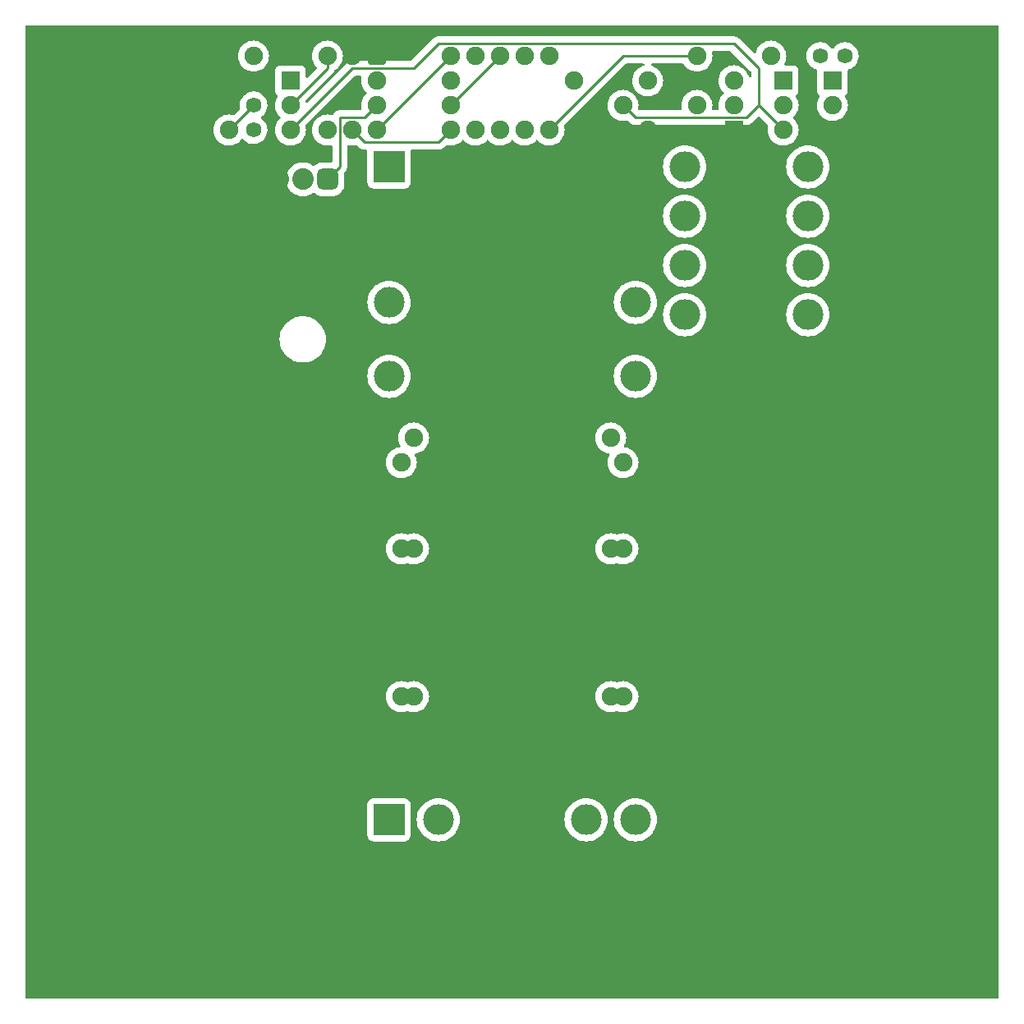
<source format=gbr>
%TF.GenerationSoftware,KiCad,Pcbnew,(6.0.0)*%
%TF.CreationDate,2023-06-01T11:58:54-04:00*%
%TF.ProjectId,SEPIC,53455049-432e-46b6-9963-61645f706362,rev?*%
%TF.SameCoordinates,Original*%
%TF.FileFunction,Copper,L2,Bot*%
%TF.FilePolarity,Positive*%
%FSLAX46Y46*%
G04 Gerber Fmt 4.6, Leading zero omitted, Abs format (unit mm)*
G04 Created by KiCad (PCBNEW (6.0.0)) date 2023-06-01 11:58:54*
%MOMM*%
%LPD*%
G01*
G04 APERTURE LIST*
G04 Aperture macros list*
%AMRoundRect*
0 Rectangle with rounded corners*
0 $1 Rounding radius*
0 $2 $3 $4 $5 $6 $7 $8 $9 X,Y pos of 4 corners*
0 Add a 4 corners polygon primitive as box body*
4,1,4,$2,$3,$4,$5,$6,$7,$8,$9,$2,$3,0*
0 Add four circle primitives for the rounded corners*
1,1,$1+$1,$2,$3*
1,1,$1+$1,$4,$5*
1,1,$1+$1,$6,$7*
1,1,$1+$1,$8,$9*
0 Add four rect primitives between the rounded corners*
20,1,$1+$1,$2,$3,$4,$5,0*
20,1,$1+$1,$4,$5,$6,$7,0*
20,1,$1+$1,$6,$7,$8,$9,0*
20,1,$1+$1,$8,$9,$2,$3,0*%
G04 Aperture macros list end*
%TA.AperFunction,ComponentPad*%
%ADD10C,3.175000*%
%TD*%
%TA.AperFunction,ComponentPad*%
%ADD11C,1.905000*%
%TD*%
%TA.AperFunction,ComponentPad*%
%ADD12R,1.905000X1.905000*%
%TD*%
%TA.AperFunction,ComponentPad*%
%ADD13RoundRect,0.635000X0.476250X0.476250X-0.476250X0.476250X-0.476250X-0.476250X0.476250X-0.476250X0*%
%TD*%
%TA.AperFunction,ComponentPad*%
%ADD14C,2.222500*%
%TD*%
%TA.AperFunction,ComponentPad*%
%ADD15R,3.175000X3.175000*%
%TD*%
%TA.AperFunction,ComponentPad*%
%ADD16C,1.587500*%
%TD*%
%TA.AperFunction,ComponentPad*%
%ADD17RoundRect,0.381000X-0.571500X-0.571500X0.571500X-0.571500X0.571500X0.571500X-0.571500X0.571500X0*%
%TD*%
%TA.AperFunction,ViaPad*%
%ADD18C,5.080000*%
%TD*%
%TA.AperFunction,Conductor*%
%ADD19C,0.254000*%
%TD*%
G04 APERTURE END LIST*
D10*
%TO.P,D2,1,K*%
%TO.N,VO*%
X208280000Y-45720000D03*
%TO.P,D2,2,A*%
%TO.N,Net-(C1-Pad1)*%
X195580000Y-45720000D03*
%TD*%
D11*
%TO.P,C5,1*%
%TO.N,VI*%
X166370000Y-80010000D03*
X167640000Y-80010000D03*
%TO.P,C5,2*%
%TO.N,0V*%
X173990000Y-80010000D03*
X172720000Y-80010000D03*
%TD*%
D12*
%TO.P,T0,1,E*%
%TO.N,CAP*%
X154940000Y-31750000D03*
D11*
%TO.P,T0,2,B*%
%TO.N,Net-(R2-Pad2)*%
X154940000Y-34290000D03*
%TO.P,T0,3,C*%
%TO.N,FB*%
X154940000Y-36830000D03*
%TD*%
D10*
%TO.P,D4,1,K*%
%TO.N,VO*%
X208280000Y-55880000D03*
%TO.P,D4,2,A*%
%TO.N,Net-(C1-Pad1)*%
X195580000Y-55880000D03*
%TD*%
%TO.P,D1,1,K*%
%TO.N,VO*%
X208280000Y-40640000D03*
%TO.P,D1,2,A*%
%TO.N,Net-(C1-Pad1)*%
X195580000Y-40640000D03*
%TD*%
D11*
%TO.P,C0,1*%
%TO.N,CAP*%
X151130000Y-29210000D03*
%TO.P,C0,2*%
%TO.N,0V*%
X156210000Y-29210000D03*
%TD*%
%TO.P,R2,1*%
%TO.N,VI*%
X158750000Y-36830000D03*
%TO.P,R2,2*%
%TO.N,Net-(R2-Pad2)*%
X158750000Y-29210000D03*
%TD*%
D13*
%TO.P,T1,1,G*%
%TO.N,Net-(IC0-Pad3)*%
X158750000Y-41910000D03*
D14*
%TO.P,T1,2,D*%
%TO.N,Net-(C1-Pad2)*%
X156210000Y-41910000D03*
%TO.P,T1,3,S*%
%TO.N,0V*%
X153670000Y-41910000D03*
%TD*%
D10*
%TO.P,D3,1,K*%
%TO.N,VO*%
X208280000Y-50800000D03*
%TO.P,D3,2,A*%
%TO.N,Net-(C1-Pad1)*%
X195580000Y-50800000D03*
%TD*%
D11*
%TO.P,R4,1,1*%
%TO.N,VO*%
X191770000Y-31750000D03*
%TO.P,R4,2,2*%
%TO.N,Net-(R4-Pad2)*%
X196850000Y-34290000D03*
%TO.P,R4,3,3*%
%TO.N,0V*%
X191770000Y-36830000D03*
%TD*%
D12*
%TO.P,T3,1,E*%
%TO.N,VI*%
X205740000Y-31750000D03*
D11*
%TO.P,T3,2,B*%
%TO.N,Net-(R6-Pad1)*%
X205740000Y-34290000D03*
%TO.P,T3,3,C*%
%TO.N,FB*%
X205740000Y-36830000D03*
%TD*%
%TO.P,C4,1*%
%TO.N,VO*%
X187960000Y-68580000D03*
%TO.P,C4,2*%
%TO.N,0V*%
X182880000Y-68580000D03*
%TD*%
%TO.P,D6,1,K*%
%TO.N,VI*%
X166370000Y-71120000D03*
%TO.P,D6,2,A*%
%TO.N,0V*%
X173990000Y-71120000D03*
%TD*%
D10*
%TO.P,C1,1*%
%TO.N,Net-(C1-Pad1)*%
X190500000Y-62230000D03*
%TO.P,C1,2*%
%TO.N,Net-(C1-Pad2)*%
X165100000Y-62230000D03*
%TD*%
D11*
%TO.P,R8,1*%
%TO.N,Net-(R8-Pad1)*%
X204470000Y-29210000D03*
%TO.P,R8,2*%
%TO.N,O{slash}D*%
X196850000Y-29210000D03*
%TD*%
D15*
%TO.P,H0,1,Pin_1*%
%TO.N,VI*%
X165100000Y-107950000D03*
D10*
%TO.P,H0,2,Pin_2*%
X170180000Y-107950000D03*
%TO.P,H0,3,Pin_3*%
%TO.N,0V*%
X175260000Y-107950000D03*
%TO.P,H0,4,Pin_4*%
X180340000Y-107950000D03*
%TO.P,H0,5,Pin_5*%
%TO.N,VO*%
X185420000Y-107950000D03*
%TO.P,H0,6,Pin_6*%
X190500000Y-107950000D03*
%TD*%
D11*
%TO.P,D5,1,K*%
%TO.N,VO*%
X189230000Y-71120000D03*
%TO.P,D5,2,A*%
%TO.N,0V*%
X181610000Y-71120000D03*
%TD*%
D16*
%TO.P,D7,1,K*%
%TO.N,Net-(D7-Pad1)*%
X151130000Y-34290000D03*
%TO.P,D7,2,A*%
%TO.N,VI*%
X151130000Y-36830000D03*
%TD*%
D11*
%TO.P,R1,1*%
%TO.N,Net-(IC0-Pad7)*%
X176530000Y-36830000D03*
%TO.P,R1,2*%
%TO.N,CAP*%
X176530000Y-29210000D03*
%TD*%
D15*
%TO.P,L0,1*%
%TO.N,VI*%
X165100000Y-40640000D03*
D10*
%TO.P,L0,2*%
%TO.N,Net-(C1-Pad2)*%
X165100000Y-54610000D03*
%TO.P,L0,3*%
%TO.N,Net-(C1-Pad1)*%
X190500000Y-54610000D03*
%TO.P,L0,4*%
%TO.N,0V*%
X190500000Y-40640000D03*
%TD*%
D11*
%TO.P,R3,1,1*%
%TO.N,VO*%
X184150000Y-31750000D03*
%TO.P,R3,2,2*%
%TO.N,FB*%
X189230000Y-34290000D03*
%TO.P,R3,3,3*%
%TO.N,0V*%
X184150000Y-36830000D03*
%TD*%
D12*
%TO.P,T4,1,E*%
%TO.N,Net-(D8-Pad1)*%
X210820000Y-31750000D03*
D11*
%TO.P,T4,2,B*%
%TO.N,Net-(R8-Pad1)*%
X210820000Y-34290000D03*
%TO.P,T4,3,C*%
%TO.N,0V*%
X210820000Y-36830000D03*
%TD*%
%TO.P,R0,1*%
%TO.N,VI*%
X173990000Y-29210000D03*
%TO.P,R0,2*%
%TO.N,Net-(IC0-Pad7)*%
X173990000Y-36830000D03*
%TD*%
%TO.P,R5,1*%
%TO.N,O{slash}D*%
X179070000Y-36830000D03*
%TO.P,R5,2*%
%TO.N,VI*%
X179070000Y-29210000D03*
%TD*%
D16*
%TO.P,D8,1,K*%
%TO.N,Net-(D8-Pad1)*%
X212090000Y-29210000D03*
%TO.P,D8,2,A*%
%TO.N,VI*%
X209550000Y-29210000D03*
%TD*%
D11*
%TO.P,R7,1*%
%TO.N,Net-(D7-Pad1)*%
X148590000Y-36830000D03*
%TO.P,R7,2*%
%TO.N,0V*%
X148590000Y-29210000D03*
%TD*%
%TO.P,C2,1*%
%TO.N,VO*%
X189230000Y-80010000D03*
X187960000Y-80010000D03*
%TO.P,C2,2*%
%TO.N,0V*%
X181610000Y-80010000D03*
X182880000Y-80010000D03*
%TD*%
%TO.P,C7,1*%
%TO.N,VI*%
X167640000Y-68580000D03*
%TO.P,C7,2*%
%TO.N,0V*%
X172720000Y-68580000D03*
%TD*%
D17*
%TO.P,IC0,1,GND*%
%TO.N,0V*%
X163830000Y-29210000D03*
D11*
%TO.P,IC0,2,TRG*%
%TO.N,CAP*%
X163830000Y-31750000D03*
%TO.P,IC0,3,Q*%
%TO.N,Net-(IC0-Pad3)*%
X163830000Y-34290000D03*
%TO.P,IC0,4,RST*%
%TO.N,VI*%
X163830000Y-36830000D03*
%TO.P,IC0,5,CTL*%
%TO.N,Net-(D0-Pad1)*%
X171450000Y-36830000D03*
%TO.P,IC0,6,THR*%
%TO.N,CAP*%
X171450000Y-34290000D03*
%TO.P,IC0,7,DCH*%
%TO.N,Net-(IC0-Pad7)*%
X171450000Y-31750000D03*
%TO.P,IC0,8,VCC*%
%TO.N,VI*%
X171450000Y-29210000D03*
%TD*%
%TO.P,C6,1*%
%TO.N,VI*%
X167640000Y-95250000D03*
X166370000Y-95250000D03*
%TO.P,C6,2*%
%TO.N,0V*%
X173990000Y-95250000D03*
X172720000Y-95250000D03*
%TD*%
D12*
%TO.P,T2,1,S*%
%TO.N,0V*%
X200660000Y-36830000D03*
D11*
%TO.P,T2,2,G*%
%TO.N,Net-(R4-Pad2)*%
X200660000Y-34290000D03*
%TO.P,T2,3,D*%
%TO.N,O{slash}D*%
X200660000Y-31750000D03*
%TD*%
%TO.P,C3,1*%
%TO.N,VO*%
X189230000Y-95250000D03*
X187960000Y-95250000D03*
%TO.P,C3,2*%
%TO.N,0V*%
X181610000Y-95250000D03*
X182880000Y-95250000D03*
%TD*%
%TO.P,R6,1*%
%TO.N,Net-(R6-Pad1)*%
X181610000Y-29210000D03*
%TO.P,R6,2*%
%TO.N,O{slash}D*%
X181610000Y-36830000D03*
%TD*%
%TO.P,D0,1,K*%
%TO.N,Net-(D0-Pad1)*%
X161290000Y-36830000D03*
%TO.P,D0,2,A*%
%TO.N,0V*%
X161290000Y-29210000D03*
%TD*%
D18*
%TO.N,0V*%
X133350000Y-120650000D03*
X222250000Y-120650000D03*
X222250000Y-31750000D03*
X133350000Y-31750000D03*
%TD*%
D19*
%TO.N,CAP*%
X171450000Y-34290000D02*
X176530000Y-29210000D01*
%TO.N,VI*%
X163830000Y-36830000D02*
X171450000Y-29210000D01*
%TO.N,Net-(D0-Pad1)*%
X161290000Y-36830000D02*
X162559511Y-38099511D01*
X170180489Y-38099511D02*
X171450000Y-36830000D01*
X162559511Y-38099511D02*
X170180489Y-38099511D01*
%TO.N,Net-(D7-Pad1)*%
X148590000Y-36830000D02*
X151130000Y-34290000D01*
%TO.N,Net-(IC0-Pad3)*%
X162560000Y-35560000D02*
X160020000Y-35560000D01*
X160020000Y-40640000D02*
X158750000Y-41910000D01*
X160020000Y-35560000D02*
X160020000Y-40640000D01*
X163830000Y-34290000D02*
X162560000Y-35560000D01*
%TO.N,Net-(R2-Pad2)*%
X158750000Y-30480000D02*
X158750000Y-29210000D01*
X154940000Y-34290000D02*
X158750000Y-30480000D01*
%TO.N,FB*%
X203200000Y-34290000D02*
X201930000Y-35560000D01*
X161290489Y-30479511D02*
X167640489Y-30479511D01*
X203200000Y-30480000D02*
X203200000Y-34290000D01*
X170180000Y-27940000D02*
X200660000Y-27940000D01*
X189230000Y-34290000D02*
X190500000Y-35560000D01*
X167640489Y-30479511D02*
X170180000Y-27940000D01*
X154940000Y-36830000D02*
X161290489Y-30479511D01*
X190500000Y-35560000D02*
X201930000Y-35560000D01*
X203200000Y-34290000D02*
X205740000Y-36830000D01*
X200660000Y-27940000D02*
X203200000Y-30480000D01*
%TO.N,O{slash}D*%
X181610000Y-36830000D02*
X189230000Y-29210000D01*
X189230000Y-29210000D02*
X196850000Y-29210000D01*
%TD*%
%TA.AperFunction,Conductor*%
%TO.N,0V*%
G36*
X227907121Y-26055002D02*
G01*
X227953614Y-26108658D01*
X227965000Y-26161000D01*
X227965000Y-126239000D01*
X227944998Y-126307121D01*
X227891342Y-126353614D01*
X227839000Y-126365000D01*
X127761000Y-126365000D01*
X127692879Y-126344998D01*
X127646386Y-126291342D01*
X127635000Y-126239000D01*
X127635000Y-106298319D01*
X162877000Y-106298319D01*
X162877001Y-109601680D01*
X162879835Y-109637704D01*
X162881630Y-109643881D01*
X162881631Y-109643887D01*
X162922419Y-109784280D01*
X162924631Y-109791893D01*
X163006365Y-109930098D01*
X163119902Y-110043635D01*
X163258107Y-110125369D01*
X163265718Y-110127580D01*
X163265720Y-110127581D01*
X163406119Y-110168371D01*
X163406124Y-110168372D01*
X163412296Y-110170165D01*
X163433919Y-110171867D01*
X163445862Y-110172807D01*
X163445871Y-110172807D01*
X163448319Y-110173000D01*
X165098663Y-110173000D01*
X166751680Y-110172999D01*
X166770923Y-110171485D01*
X166781286Y-110170670D01*
X166781287Y-110170670D01*
X166787704Y-110170165D01*
X166793884Y-110168370D01*
X166793887Y-110168369D01*
X166934280Y-110127581D01*
X166934282Y-110127580D01*
X166941893Y-110125369D01*
X167080098Y-110043635D01*
X167193635Y-109930098D01*
X167275369Y-109791893D01*
X167277581Y-109784280D01*
X167318371Y-109643881D01*
X167318372Y-109643876D01*
X167320165Y-109637704D01*
X167321867Y-109616081D01*
X167322807Y-109604138D01*
X167322807Y-109604129D01*
X167323000Y-109601681D01*
X167322999Y-107950000D01*
X167952230Y-107950000D01*
X167971289Y-108240782D01*
X168028139Y-108526589D01*
X168121809Y-108802531D01*
X168123632Y-108806227D01*
X168123635Y-108806235D01*
X168227897Y-109017654D01*
X168250695Y-109063885D01*
X168412591Y-109306180D01*
X168415305Y-109309274D01*
X168415309Y-109309280D01*
X168602020Y-109522182D01*
X168604729Y-109525271D01*
X168607818Y-109527980D01*
X168820720Y-109714691D01*
X168820726Y-109714695D01*
X168823820Y-109717409D01*
X168827246Y-109719698D01*
X168827251Y-109719702D01*
X169062680Y-109877010D01*
X169066115Y-109879305D01*
X169069818Y-109881131D01*
X169323765Y-110006365D01*
X169323773Y-110006368D01*
X169327469Y-110008191D01*
X169331384Y-110009520D01*
X169599504Y-110100535D01*
X169599508Y-110100536D01*
X169603411Y-110101861D01*
X169607450Y-110102664D01*
X169607456Y-110102666D01*
X169885175Y-110157907D01*
X169885178Y-110157907D01*
X169889218Y-110158711D01*
X169893329Y-110158980D01*
X169893333Y-110158981D01*
X170175881Y-110177500D01*
X170180000Y-110177770D01*
X170184119Y-110177500D01*
X170466667Y-110158981D01*
X170466671Y-110158980D01*
X170470782Y-110158711D01*
X170474822Y-110157907D01*
X170474825Y-110157907D01*
X170752544Y-110102666D01*
X170752550Y-110102664D01*
X170756589Y-110101861D01*
X170760492Y-110100536D01*
X170760496Y-110100535D01*
X171028616Y-110009520D01*
X171032531Y-110008191D01*
X171036227Y-110006368D01*
X171036235Y-110006365D01*
X171290182Y-109881131D01*
X171293885Y-109879305D01*
X171297320Y-109877010D01*
X171532749Y-109719702D01*
X171532754Y-109719698D01*
X171536180Y-109717409D01*
X171539274Y-109714695D01*
X171539280Y-109714691D01*
X171752182Y-109527980D01*
X171755271Y-109525271D01*
X171757980Y-109522182D01*
X171944691Y-109309280D01*
X171944695Y-109309274D01*
X171947409Y-109306180D01*
X172109305Y-109063885D01*
X172132103Y-109017654D01*
X172236365Y-108806235D01*
X172236368Y-108806227D01*
X172238191Y-108802531D01*
X172331861Y-108526589D01*
X172388711Y-108240782D01*
X172407770Y-107950000D01*
X183192230Y-107950000D01*
X183211289Y-108240782D01*
X183268139Y-108526589D01*
X183361809Y-108802531D01*
X183363632Y-108806227D01*
X183363635Y-108806235D01*
X183467897Y-109017654D01*
X183490695Y-109063885D01*
X183652591Y-109306180D01*
X183655305Y-109309274D01*
X183655309Y-109309280D01*
X183842020Y-109522182D01*
X183844729Y-109525271D01*
X183847818Y-109527980D01*
X184060720Y-109714691D01*
X184060726Y-109714695D01*
X184063820Y-109717409D01*
X184067246Y-109719698D01*
X184067251Y-109719702D01*
X184302680Y-109877010D01*
X184306115Y-109879305D01*
X184309818Y-109881131D01*
X184563765Y-110006365D01*
X184563773Y-110006368D01*
X184567469Y-110008191D01*
X184571384Y-110009520D01*
X184839504Y-110100535D01*
X184839508Y-110100536D01*
X184843411Y-110101861D01*
X184847450Y-110102664D01*
X184847456Y-110102666D01*
X185125175Y-110157907D01*
X185125178Y-110157907D01*
X185129218Y-110158711D01*
X185133329Y-110158980D01*
X185133333Y-110158981D01*
X185415881Y-110177500D01*
X185420000Y-110177770D01*
X185424119Y-110177500D01*
X185706667Y-110158981D01*
X185706671Y-110158980D01*
X185710782Y-110158711D01*
X185714822Y-110157907D01*
X185714825Y-110157907D01*
X185992544Y-110102666D01*
X185992550Y-110102664D01*
X185996589Y-110101861D01*
X186000492Y-110100536D01*
X186000496Y-110100535D01*
X186268616Y-110009520D01*
X186272531Y-110008191D01*
X186276227Y-110006368D01*
X186276235Y-110006365D01*
X186530182Y-109881131D01*
X186533885Y-109879305D01*
X186537320Y-109877010D01*
X186772749Y-109719702D01*
X186772754Y-109719698D01*
X186776180Y-109717409D01*
X186779274Y-109714695D01*
X186779280Y-109714691D01*
X186992182Y-109527980D01*
X186995271Y-109525271D01*
X186997980Y-109522182D01*
X187184691Y-109309280D01*
X187184695Y-109309274D01*
X187187409Y-109306180D01*
X187349305Y-109063885D01*
X187372103Y-109017654D01*
X187476365Y-108806235D01*
X187476368Y-108806227D01*
X187478191Y-108802531D01*
X187571861Y-108526589D01*
X187628711Y-108240782D01*
X187647770Y-107950000D01*
X188272230Y-107950000D01*
X188291289Y-108240782D01*
X188348139Y-108526589D01*
X188441809Y-108802531D01*
X188443632Y-108806227D01*
X188443635Y-108806235D01*
X188547897Y-109017654D01*
X188570695Y-109063885D01*
X188732591Y-109306180D01*
X188735305Y-109309274D01*
X188735309Y-109309280D01*
X188922020Y-109522182D01*
X188924729Y-109525271D01*
X188927818Y-109527980D01*
X189140720Y-109714691D01*
X189140726Y-109714695D01*
X189143820Y-109717409D01*
X189147246Y-109719698D01*
X189147251Y-109719702D01*
X189382680Y-109877010D01*
X189386115Y-109879305D01*
X189389818Y-109881131D01*
X189643765Y-110006365D01*
X189643773Y-110006368D01*
X189647469Y-110008191D01*
X189651384Y-110009520D01*
X189919504Y-110100535D01*
X189919508Y-110100536D01*
X189923411Y-110101861D01*
X189927450Y-110102664D01*
X189927456Y-110102666D01*
X190205175Y-110157907D01*
X190205178Y-110157907D01*
X190209218Y-110158711D01*
X190213329Y-110158980D01*
X190213333Y-110158981D01*
X190495881Y-110177500D01*
X190500000Y-110177770D01*
X190504119Y-110177500D01*
X190786667Y-110158981D01*
X190786671Y-110158980D01*
X190790782Y-110158711D01*
X190794822Y-110157907D01*
X190794825Y-110157907D01*
X191072544Y-110102666D01*
X191072550Y-110102664D01*
X191076589Y-110101861D01*
X191080492Y-110100536D01*
X191080496Y-110100535D01*
X191348616Y-110009520D01*
X191352531Y-110008191D01*
X191356227Y-110006368D01*
X191356235Y-110006365D01*
X191610182Y-109881131D01*
X191613885Y-109879305D01*
X191617320Y-109877010D01*
X191852749Y-109719702D01*
X191852754Y-109719698D01*
X191856180Y-109717409D01*
X191859274Y-109714695D01*
X191859280Y-109714691D01*
X192072182Y-109527980D01*
X192075271Y-109525271D01*
X192077980Y-109522182D01*
X192264691Y-109309280D01*
X192264695Y-109309274D01*
X192267409Y-109306180D01*
X192429305Y-109063885D01*
X192452103Y-109017654D01*
X192556365Y-108806235D01*
X192556368Y-108806227D01*
X192558191Y-108802531D01*
X192651861Y-108526589D01*
X192708711Y-108240782D01*
X192727770Y-107950000D01*
X192708711Y-107659218D01*
X192651861Y-107373411D01*
X192558191Y-107097469D01*
X192556368Y-107093773D01*
X192556365Y-107093765D01*
X192431131Y-106839818D01*
X192429305Y-106836115D01*
X192267409Y-106593820D01*
X192264695Y-106590726D01*
X192264691Y-106590720D01*
X192077980Y-106377818D01*
X192075271Y-106374729D01*
X192072182Y-106372020D01*
X191859280Y-106185309D01*
X191859274Y-106185305D01*
X191856180Y-106182591D01*
X191852754Y-106180302D01*
X191852749Y-106180298D01*
X191617320Y-106022990D01*
X191617318Y-106022989D01*
X191613885Y-106020695D01*
X191524719Y-105976723D01*
X191356235Y-105893635D01*
X191356227Y-105893632D01*
X191352531Y-105891809D01*
X191348616Y-105890480D01*
X191080496Y-105799465D01*
X191080492Y-105799464D01*
X191076589Y-105798139D01*
X191072550Y-105797336D01*
X191072544Y-105797334D01*
X190794825Y-105742093D01*
X190794822Y-105742093D01*
X190790782Y-105741289D01*
X190786671Y-105741020D01*
X190786667Y-105741019D01*
X190504119Y-105722500D01*
X190500000Y-105722230D01*
X190495881Y-105722500D01*
X190213333Y-105741019D01*
X190213329Y-105741020D01*
X190209218Y-105741289D01*
X190205178Y-105742093D01*
X190205175Y-105742093D01*
X189927456Y-105797334D01*
X189927450Y-105797336D01*
X189923411Y-105798139D01*
X189919508Y-105799464D01*
X189919504Y-105799465D01*
X189651384Y-105890480D01*
X189647469Y-105891809D01*
X189643773Y-105893632D01*
X189643765Y-105893635D01*
X189475281Y-105976723D01*
X189386115Y-106020695D01*
X189382682Y-106022989D01*
X189382680Y-106022990D01*
X189147251Y-106180298D01*
X189147246Y-106180302D01*
X189143820Y-106182591D01*
X189140726Y-106185305D01*
X189140720Y-106185309D01*
X188927818Y-106372020D01*
X188924729Y-106374729D01*
X188922020Y-106377818D01*
X188735309Y-106590720D01*
X188735305Y-106590726D01*
X188732591Y-106593820D01*
X188570695Y-106836115D01*
X188568869Y-106839818D01*
X188443635Y-107093765D01*
X188443632Y-107093773D01*
X188441809Y-107097469D01*
X188348139Y-107373411D01*
X188291289Y-107659218D01*
X188272230Y-107950000D01*
X187647770Y-107950000D01*
X187628711Y-107659218D01*
X187571861Y-107373411D01*
X187478191Y-107097469D01*
X187476368Y-107093773D01*
X187476365Y-107093765D01*
X187351131Y-106839818D01*
X187349305Y-106836115D01*
X187187409Y-106593820D01*
X187184695Y-106590726D01*
X187184691Y-106590720D01*
X186997980Y-106377818D01*
X186995271Y-106374729D01*
X186992182Y-106372020D01*
X186779280Y-106185309D01*
X186779274Y-106185305D01*
X186776180Y-106182591D01*
X186772754Y-106180302D01*
X186772749Y-106180298D01*
X186537320Y-106022990D01*
X186537318Y-106022989D01*
X186533885Y-106020695D01*
X186444719Y-105976723D01*
X186276235Y-105893635D01*
X186276227Y-105893632D01*
X186272531Y-105891809D01*
X186268616Y-105890480D01*
X186000496Y-105799465D01*
X186000492Y-105799464D01*
X185996589Y-105798139D01*
X185992550Y-105797336D01*
X185992544Y-105797334D01*
X185714825Y-105742093D01*
X185714822Y-105742093D01*
X185710782Y-105741289D01*
X185706671Y-105741020D01*
X185706667Y-105741019D01*
X185424119Y-105722500D01*
X185420000Y-105722230D01*
X185415881Y-105722500D01*
X185133333Y-105741019D01*
X185133329Y-105741020D01*
X185129218Y-105741289D01*
X185125178Y-105742093D01*
X185125175Y-105742093D01*
X184847456Y-105797334D01*
X184847450Y-105797336D01*
X184843411Y-105798139D01*
X184839508Y-105799464D01*
X184839504Y-105799465D01*
X184571384Y-105890480D01*
X184567469Y-105891809D01*
X184563773Y-105893632D01*
X184563765Y-105893635D01*
X184395281Y-105976723D01*
X184306115Y-106020695D01*
X184302682Y-106022989D01*
X184302680Y-106022990D01*
X184067251Y-106180298D01*
X184067246Y-106180302D01*
X184063820Y-106182591D01*
X184060726Y-106185305D01*
X184060720Y-106185309D01*
X183847818Y-106372020D01*
X183844729Y-106374729D01*
X183842020Y-106377818D01*
X183655309Y-106590720D01*
X183655305Y-106590726D01*
X183652591Y-106593820D01*
X183490695Y-106836115D01*
X183488869Y-106839818D01*
X183363635Y-107093765D01*
X183363632Y-107093773D01*
X183361809Y-107097469D01*
X183268139Y-107373411D01*
X183211289Y-107659218D01*
X183192230Y-107950000D01*
X172407770Y-107950000D01*
X172388711Y-107659218D01*
X172331861Y-107373411D01*
X172238191Y-107097469D01*
X172236368Y-107093773D01*
X172236365Y-107093765D01*
X172111131Y-106839818D01*
X172109305Y-106836115D01*
X171947409Y-106593820D01*
X171944695Y-106590726D01*
X171944691Y-106590720D01*
X171757980Y-106377818D01*
X171755271Y-106374729D01*
X171752182Y-106372020D01*
X171539280Y-106185309D01*
X171539274Y-106185305D01*
X171536180Y-106182591D01*
X171532754Y-106180302D01*
X171532749Y-106180298D01*
X171297320Y-106022990D01*
X171297318Y-106022989D01*
X171293885Y-106020695D01*
X171204719Y-105976723D01*
X171036235Y-105893635D01*
X171036227Y-105893632D01*
X171032531Y-105891809D01*
X171028616Y-105890480D01*
X170760496Y-105799465D01*
X170760492Y-105799464D01*
X170756589Y-105798139D01*
X170752550Y-105797336D01*
X170752544Y-105797334D01*
X170474825Y-105742093D01*
X170474822Y-105742093D01*
X170470782Y-105741289D01*
X170466671Y-105741020D01*
X170466667Y-105741019D01*
X170184119Y-105722500D01*
X170180000Y-105722230D01*
X170175881Y-105722500D01*
X169893333Y-105741019D01*
X169893329Y-105741020D01*
X169889218Y-105741289D01*
X169885178Y-105742093D01*
X169885175Y-105742093D01*
X169607456Y-105797334D01*
X169607450Y-105797336D01*
X169603411Y-105798139D01*
X169599508Y-105799464D01*
X169599504Y-105799465D01*
X169331384Y-105890480D01*
X169327469Y-105891809D01*
X169323773Y-105893632D01*
X169323765Y-105893635D01*
X169155281Y-105976723D01*
X169066115Y-106020695D01*
X169062682Y-106022989D01*
X169062680Y-106022990D01*
X168827251Y-106180298D01*
X168827246Y-106180302D01*
X168823820Y-106182591D01*
X168820726Y-106185305D01*
X168820720Y-106185309D01*
X168607818Y-106372020D01*
X168604729Y-106374729D01*
X168602020Y-106377818D01*
X168415309Y-106590720D01*
X168415305Y-106590726D01*
X168412591Y-106593820D01*
X168250695Y-106836115D01*
X168248869Y-106839818D01*
X168123635Y-107093765D01*
X168123632Y-107093773D01*
X168121809Y-107097469D01*
X168028139Y-107373411D01*
X167971289Y-107659218D01*
X167952230Y-107950000D01*
X167322999Y-107950000D01*
X167322999Y-106298320D01*
X167320165Y-106262296D01*
X167297799Y-106185309D01*
X167277581Y-106115720D01*
X167277580Y-106115718D01*
X167275369Y-106108107D01*
X167193635Y-105969902D01*
X167080098Y-105856365D01*
X166941893Y-105774631D01*
X166934282Y-105772420D01*
X166934280Y-105772419D01*
X166793881Y-105731629D01*
X166793876Y-105731628D01*
X166787704Y-105729835D01*
X166766081Y-105728133D01*
X166754138Y-105727193D01*
X166754129Y-105727193D01*
X166751681Y-105727000D01*
X165101337Y-105727000D01*
X163448320Y-105727001D01*
X163429077Y-105728515D01*
X163418714Y-105729330D01*
X163418713Y-105729330D01*
X163412296Y-105729835D01*
X163406116Y-105731630D01*
X163406113Y-105731631D01*
X163265720Y-105772419D01*
X163265718Y-105772420D01*
X163258107Y-105774631D01*
X163119902Y-105856365D01*
X163006365Y-105969902D01*
X162924631Y-106108107D01*
X162922420Y-106115718D01*
X162922419Y-106115720D01*
X162881629Y-106256119D01*
X162881628Y-106256124D01*
X162879835Y-106262296D01*
X162879331Y-106268706D01*
X162877194Y-106295856D01*
X162877000Y-106298319D01*
X127635000Y-106298319D01*
X127635000Y-95250000D01*
X164777090Y-95250000D01*
X164796701Y-95499186D01*
X164855053Y-95742236D01*
X164856943Y-95746799D01*
X164856945Y-95746805D01*
X164948812Y-95968592D01*
X164950707Y-95973166D01*
X165081309Y-96186289D01*
X165243643Y-96376357D01*
X165433711Y-96538691D01*
X165646834Y-96669293D01*
X165651404Y-96671186D01*
X165651408Y-96671188D01*
X165873195Y-96763055D01*
X165873201Y-96763057D01*
X165877764Y-96764947D01*
X165882564Y-96766099D01*
X165882569Y-96766101D01*
X165993832Y-96792813D01*
X166120814Y-96823299D01*
X166370000Y-96842910D01*
X166619186Y-96823299D01*
X166746168Y-96792813D01*
X166857431Y-96766101D01*
X166857436Y-96766099D01*
X166862236Y-96764947D01*
X166866799Y-96763057D01*
X166866805Y-96763055D01*
X166956782Y-96725785D01*
X167027372Y-96718196D01*
X167053218Y-96725785D01*
X167143195Y-96763055D01*
X167143201Y-96763057D01*
X167147764Y-96764947D01*
X167152564Y-96766099D01*
X167152569Y-96766101D01*
X167263832Y-96792813D01*
X167390814Y-96823299D01*
X167640000Y-96842910D01*
X167889186Y-96823299D01*
X168016168Y-96792813D01*
X168127431Y-96766101D01*
X168127436Y-96766099D01*
X168132236Y-96764947D01*
X168136799Y-96763057D01*
X168136805Y-96763055D01*
X168358592Y-96671188D01*
X168358596Y-96671186D01*
X168363166Y-96669293D01*
X168576289Y-96538691D01*
X168766357Y-96376357D01*
X168928691Y-96186289D01*
X169059293Y-95973166D01*
X169061188Y-95968592D01*
X169153055Y-95746805D01*
X169153057Y-95746799D01*
X169154947Y-95742236D01*
X169213299Y-95499186D01*
X169232910Y-95250000D01*
X186367090Y-95250000D01*
X186386701Y-95499186D01*
X186445053Y-95742236D01*
X186446943Y-95746799D01*
X186446945Y-95746805D01*
X186538812Y-95968592D01*
X186540707Y-95973166D01*
X186671309Y-96186289D01*
X186833643Y-96376357D01*
X187023711Y-96538691D01*
X187236834Y-96669293D01*
X187241404Y-96671186D01*
X187241408Y-96671188D01*
X187463195Y-96763055D01*
X187463201Y-96763057D01*
X187467764Y-96764947D01*
X187472564Y-96766099D01*
X187472569Y-96766101D01*
X187583832Y-96792813D01*
X187710814Y-96823299D01*
X187960000Y-96842910D01*
X188209186Y-96823299D01*
X188336168Y-96792813D01*
X188447431Y-96766101D01*
X188447436Y-96766099D01*
X188452236Y-96764947D01*
X188456799Y-96763057D01*
X188456805Y-96763055D01*
X188546782Y-96725785D01*
X188617372Y-96718196D01*
X188643218Y-96725785D01*
X188733195Y-96763055D01*
X188733201Y-96763057D01*
X188737764Y-96764947D01*
X188742564Y-96766099D01*
X188742569Y-96766101D01*
X188853832Y-96792813D01*
X188980814Y-96823299D01*
X189230000Y-96842910D01*
X189479186Y-96823299D01*
X189606168Y-96792813D01*
X189717431Y-96766101D01*
X189717436Y-96766099D01*
X189722236Y-96764947D01*
X189726799Y-96763057D01*
X189726805Y-96763055D01*
X189948592Y-96671188D01*
X189948596Y-96671186D01*
X189953166Y-96669293D01*
X190166289Y-96538691D01*
X190356357Y-96376357D01*
X190518691Y-96186289D01*
X190649293Y-95973166D01*
X190651188Y-95968592D01*
X190743055Y-95746805D01*
X190743057Y-95746799D01*
X190744947Y-95742236D01*
X190803299Y-95499186D01*
X190822910Y-95250000D01*
X190803299Y-95000814D01*
X190744947Y-94757764D01*
X190743057Y-94753201D01*
X190743055Y-94753195D01*
X190651188Y-94531408D01*
X190651186Y-94531404D01*
X190649293Y-94526834D01*
X190518691Y-94313711D01*
X190356357Y-94123643D01*
X190166289Y-93961309D01*
X189953166Y-93830707D01*
X189948596Y-93828814D01*
X189948592Y-93828812D01*
X189726805Y-93736945D01*
X189726799Y-93736943D01*
X189722236Y-93735053D01*
X189717436Y-93733901D01*
X189717431Y-93733899D01*
X189606168Y-93707187D01*
X189479186Y-93676701D01*
X189230000Y-93657090D01*
X188980814Y-93676701D01*
X188853832Y-93707187D01*
X188742569Y-93733899D01*
X188742564Y-93733901D01*
X188737764Y-93735053D01*
X188733201Y-93736943D01*
X188733195Y-93736945D01*
X188643218Y-93774215D01*
X188572628Y-93781804D01*
X188546782Y-93774215D01*
X188456805Y-93736945D01*
X188456799Y-93736943D01*
X188452236Y-93735053D01*
X188447436Y-93733901D01*
X188447431Y-93733899D01*
X188336168Y-93707187D01*
X188209186Y-93676701D01*
X187960000Y-93657090D01*
X187710814Y-93676701D01*
X187583832Y-93707187D01*
X187472569Y-93733899D01*
X187472564Y-93733901D01*
X187467764Y-93735053D01*
X187463201Y-93736943D01*
X187463195Y-93736945D01*
X187241408Y-93828812D01*
X187241404Y-93828814D01*
X187236834Y-93830707D01*
X187023711Y-93961309D01*
X186833643Y-94123643D01*
X186671309Y-94313711D01*
X186540707Y-94526834D01*
X186538814Y-94531404D01*
X186538812Y-94531408D01*
X186446945Y-94753195D01*
X186446943Y-94753201D01*
X186445053Y-94757764D01*
X186386701Y-95000814D01*
X186367090Y-95250000D01*
X169232910Y-95250000D01*
X169213299Y-95000814D01*
X169154947Y-94757764D01*
X169153057Y-94753201D01*
X169153055Y-94753195D01*
X169061188Y-94531408D01*
X169061186Y-94531404D01*
X169059293Y-94526834D01*
X168928691Y-94313711D01*
X168766357Y-94123643D01*
X168576289Y-93961309D01*
X168363166Y-93830707D01*
X168358596Y-93828814D01*
X168358592Y-93828812D01*
X168136805Y-93736945D01*
X168136799Y-93736943D01*
X168132236Y-93735053D01*
X168127436Y-93733901D01*
X168127431Y-93733899D01*
X168016168Y-93707187D01*
X167889186Y-93676701D01*
X167640000Y-93657090D01*
X167390814Y-93676701D01*
X167263832Y-93707187D01*
X167152569Y-93733899D01*
X167152564Y-93733901D01*
X167147764Y-93735053D01*
X167143201Y-93736943D01*
X167143195Y-93736945D01*
X167053218Y-93774215D01*
X166982628Y-93781804D01*
X166956782Y-93774215D01*
X166866805Y-93736945D01*
X166866799Y-93736943D01*
X166862236Y-93735053D01*
X166857436Y-93733901D01*
X166857431Y-93733899D01*
X166746168Y-93707187D01*
X166619186Y-93676701D01*
X166370000Y-93657090D01*
X166120814Y-93676701D01*
X165993832Y-93707187D01*
X165882569Y-93733899D01*
X165882564Y-93733901D01*
X165877764Y-93735053D01*
X165873201Y-93736943D01*
X165873195Y-93736945D01*
X165651408Y-93828812D01*
X165651404Y-93828814D01*
X165646834Y-93830707D01*
X165433711Y-93961309D01*
X165243643Y-94123643D01*
X165081309Y-94313711D01*
X164950707Y-94526834D01*
X164948814Y-94531404D01*
X164948812Y-94531408D01*
X164856945Y-94753195D01*
X164856943Y-94753201D01*
X164855053Y-94757764D01*
X164796701Y-95000814D01*
X164777090Y-95250000D01*
X127635000Y-95250000D01*
X127635000Y-80010000D01*
X164777090Y-80010000D01*
X164796701Y-80259186D01*
X164855053Y-80502236D01*
X164856943Y-80506799D01*
X164856945Y-80506805D01*
X164948812Y-80728592D01*
X164950707Y-80733166D01*
X165081309Y-80946289D01*
X165243643Y-81136357D01*
X165433711Y-81298691D01*
X165646834Y-81429293D01*
X165651404Y-81431186D01*
X165651408Y-81431188D01*
X165873195Y-81523055D01*
X165873201Y-81523057D01*
X165877764Y-81524947D01*
X165882564Y-81526099D01*
X165882569Y-81526101D01*
X165993832Y-81552813D01*
X166120814Y-81583299D01*
X166370000Y-81602910D01*
X166619186Y-81583299D01*
X166746168Y-81552813D01*
X166857431Y-81526101D01*
X166857436Y-81526099D01*
X166862236Y-81524947D01*
X166866799Y-81523057D01*
X166866805Y-81523055D01*
X166956782Y-81485785D01*
X167027372Y-81478196D01*
X167053218Y-81485785D01*
X167143195Y-81523055D01*
X167143201Y-81523057D01*
X167147764Y-81524947D01*
X167152564Y-81526099D01*
X167152569Y-81526101D01*
X167263832Y-81552813D01*
X167390814Y-81583299D01*
X167640000Y-81602910D01*
X167889186Y-81583299D01*
X168016168Y-81552813D01*
X168127431Y-81526101D01*
X168127436Y-81526099D01*
X168132236Y-81524947D01*
X168136799Y-81523057D01*
X168136805Y-81523055D01*
X168358592Y-81431188D01*
X168358596Y-81431186D01*
X168363166Y-81429293D01*
X168576289Y-81298691D01*
X168766357Y-81136357D01*
X168928691Y-80946289D01*
X169059293Y-80733166D01*
X169061188Y-80728592D01*
X169153055Y-80506805D01*
X169153057Y-80506799D01*
X169154947Y-80502236D01*
X169213299Y-80259186D01*
X169232910Y-80010000D01*
X186367090Y-80010000D01*
X186386701Y-80259186D01*
X186445053Y-80502236D01*
X186446943Y-80506799D01*
X186446945Y-80506805D01*
X186538812Y-80728592D01*
X186540707Y-80733166D01*
X186671309Y-80946289D01*
X186833643Y-81136357D01*
X187023711Y-81298691D01*
X187236834Y-81429293D01*
X187241404Y-81431186D01*
X187241408Y-81431188D01*
X187463195Y-81523055D01*
X187463201Y-81523057D01*
X187467764Y-81524947D01*
X187472564Y-81526099D01*
X187472569Y-81526101D01*
X187583832Y-81552813D01*
X187710814Y-81583299D01*
X187960000Y-81602910D01*
X188209186Y-81583299D01*
X188336168Y-81552813D01*
X188447431Y-81526101D01*
X188447436Y-81526099D01*
X188452236Y-81524947D01*
X188456799Y-81523057D01*
X188456805Y-81523055D01*
X188546782Y-81485785D01*
X188617372Y-81478196D01*
X188643218Y-81485785D01*
X188733195Y-81523055D01*
X188733201Y-81523057D01*
X188737764Y-81524947D01*
X188742564Y-81526099D01*
X188742569Y-81526101D01*
X188853832Y-81552813D01*
X188980814Y-81583299D01*
X189230000Y-81602910D01*
X189479186Y-81583299D01*
X189606168Y-81552813D01*
X189717431Y-81526101D01*
X189717436Y-81526099D01*
X189722236Y-81524947D01*
X189726799Y-81523057D01*
X189726805Y-81523055D01*
X189948592Y-81431188D01*
X189948596Y-81431186D01*
X189953166Y-81429293D01*
X190166289Y-81298691D01*
X190356357Y-81136357D01*
X190518691Y-80946289D01*
X190649293Y-80733166D01*
X190651188Y-80728592D01*
X190743055Y-80506805D01*
X190743057Y-80506799D01*
X190744947Y-80502236D01*
X190803299Y-80259186D01*
X190822910Y-80010000D01*
X190803299Y-79760814D01*
X190744947Y-79517764D01*
X190743057Y-79513201D01*
X190743055Y-79513195D01*
X190651188Y-79291408D01*
X190651186Y-79291404D01*
X190649293Y-79286834D01*
X190518691Y-79073711D01*
X190356357Y-78883643D01*
X190166289Y-78721309D01*
X189953166Y-78590707D01*
X189948596Y-78588814D01*
X189948592Y-78588812D01*
X189726805Y-78496945D01*
X189726799Y-78496943D01*
X189722236Y-78495053D01*
X189717436Y-78493901D01*
X189717431Y-78493899D01*
X189606168Y-78467187D01*
X189479186Y-78436701D01*
X189230000Y-78417090D01*
X188980814Y-78436701D01*
X188853832Y-78467187D01*
X188742569Y-78493899D01*
X188742564Y-78493901D01*
X188737764Y-78495053D01*
X188733201Y-78496943D01*
X188733195Y-78496945D01*
X188643218Y-78534215D01*
X188572628Y-78541804D01*
X188546782Y-78534215D01*
X188456805Y-78496945D01*
X188456799Y-78496943D01*
X188452236Y-78495053D01*
X188447436Y-78493901D01*
X188447431Y-78493899D01*
X188336168Y-78467187D01*
X188209186Y-78436701D01*
X187960000Y-78417090D01*
X187710814Y-78436701D01*
X187583832Y-78467187D01*
X187472569Y-78493899D01*
X187472564Y-78493901D01*
X187467764Y-78495053D01*
X187463201Y-78496943D01*
X187463195Y-78496945D01*
X187241408Y-78588812D01*
X187241404Y-78588814D01*
X187236834Y-78590707D01*
X187023711Y-78721309D01*
X186833643Y-78883643D01*
X186671309Y-79073711D01*
X186540707Y-79286834D01*
X186538814Y-79291404D01*
X186538812Y-79291408D01*
X186446945Y-79513195D01*
X186446943Y-79513201D01*
X186445053Y-79517764D01*
X186386701Y-79760814D01*
X186367090Y-80010000D01*
X169232910Y-80010000D01*
X169213299Y-79760814D01*
X169154947Y-79517764D01*
X169153057Y-79513201D01*
X169153055Y-79513195D01*
X169061188Y-79291408D01*
X169061186Y-79291404D01*
X169059293Y-79286834D01*
X168928691Y-79073711D01*
X168766357Y-78883643D01*
X168576289Y-78721309D01*
X168363166Y-78590707D01*
X168358596Y-78588814D01*
X168358592Y-78588812D01*
X168136805Y-78496945D01*
X168136799Y-78496943D01*
X168132236Y-78495053D01*
X168127436Y-78493901D01*
X168127431Y-78493899D01*
X168016168Y-78467187D01*
X167889186Y-78436701D01*
X167640000Y-78417090D01*
X167390814Y-78436701D01*
X167263832Y-78467187D01*
X167152569Y-78493899D01*
X167152564Y-78493901D01*
X167147764Y-78495053D01*
X167143201Y-78496943D01*
X167143195Y-78496945D01*
X167053218Y-78534215D01*
X166982628Y-78541804D01*
X166956782Y-78534215D01*
X166866805Y-78496945D01*
X166866799Y-78496943D01*
X166862236Y-78495053D01*
X166857436Y-78493901D01*
X166857431Y-78493899D01*
X166746168Y-78467187D01*
X166619186Y-78436701D01*
X166370000Y-78417090D01*
X166120814Y-78436701D01*
X165993832Y-78467187D01*
X165882569Y-78493899D01*
X165882564Y-78493901D01*
X165877764Y-78495053D01*
X165873201Y-78496943D01*
X165873195Y-78496945D01*
X165651408Y-78588812D01*
X165651404Y-78588814D01*
X165646834Y-78590707D01*
X165433711Y-78721309D01*
X165243643Y-78883643D01*
X165081309Y-79073711D01*
X164950707Y-79286834D01*
X164948814Y-79291404D01*
X164948812Y-79291408D01*
X164856945Y-79513195D01*
X164856943Y-79513201D01*
X164855053Y-79517764D01*
X164796701Y-79760814D01*
X164777090Y-80010000D01*
X127635000Y-80010000D01*
X127635000Y-71120000D01*
X164777090Y-71120000D01*
X164796701Y-71369186D01*
X164855053Y-71612236D01*
X164856943Y-71616799D01*
X164856945Y-71616805D01*
X164948812Y-71838592D01*
X164950707Y-71843166D01*
X165081309Y-72056289D01*
X165243643Y-72246357D01*
X165433711Y-72408691D01*
X165646834Y-72539293D01*
X165651404Y-72541186D01*
X165651408Y-72541188D01*
X165873195Y-72633055D01*
X165873201Y-72633057D01*
X165877764Y-72634947D01*
X165882564Y-72636099D01*
X165882569Y-72636101D01*
X165993832Y-72662813D01*
X166120814Y-72693299D01*
X166370000Y-72712910D01*
X166619186Y-72693299D01*
X166746168Y-72662813D01*
X166857431Y-72636101D01*
X166857436Y-72636099D01*
X166862236Y-72634947D01*
X166866799Y-72633057D01*
X166866805Y-72633055D01*
X167088592Y-72541188D01*
X167088596Y-72541186D01*
X167093166Y-72539293D01*
X167306289Y-72408691D01*
X167496357Y-72246357D01*
X167658691Y-72056289D01*
X167789293Y-71843166D01*
X167791188Y-71838592D01*
X167883055Y-71616805D01*
X167883057Y-71616799D01*
X167884947Y-71612236D01*
X167943299Y-71369186D01*
X167962910Y-71120000D01*
X167943299Y-70870814D01*
X167884947Y-70627764D01*
X167883057Y-70623201D01*
X167883055Y-70623195D01*
X167791188Y-70401408D01*
X167791186Y-70401404D01*
X167789293Y-70396834D01*
X167786707Y-70392614D01*
X167786702Y-70392604D01*
X167758951Y-70347319D01*
X167740412Y-70278786D01*
X167761868Y-70211109D01*
X167816507Y-70165776D01*
X167856496Y-70155873D01*
X167884242Y-70153689D01*
X167884253Y-70153687D01*
X167889186Y-70153299D01*
X168016168Y-70122813D01*
X168127431Y-70096101D01*
X168127436Y-70096099D01*
X168132236Y-70094947D01*
X168136799Y-70093057D01*
X168136805Y-70093055D01*
X168358592Y-70001188D01*
X168358596Y-70001186D01*
X168363166Y-69999293D01*
X168576289Y-69868691D01*
X168766357Y-69706357D01*
X168928691Y-69516289D01*
X169059293Y-69303166D01*
X169061188Y-69298592D01*
X169153055Y-69076805D01*
X169153057Y-69076799D01*
X169154947Y-69072236D01*
X169213299Y-68829186D01*
X169232910Y-68580000D01*
X186367090Y-68580000D01*
X186386701Y-68829186D01*
X186445053Y-69072236D01*
X186446943Y-69076799D01*
X186446945Y-69076805D01*
X186538812Y-69298592D01*
X186540707Y-69303166D01*
X186671309Y-69516289D01*
X186833643Y-69706357D01*
X187023711Y-69868691D01*
X187236834Y-69999293D01*
X187241404Y-70001186D01*
X187241408Y-70001188D01*
X187463195Y-70093055D01*
X187463201Y-70093057D01*
X187467764Y-70094947D01*
X187472564Y-70096099D01*
X187472569Y-70096101D01*
X187583832Y-70122813D01*
X187710814Y-70153299D01*
X187715747Y-70153687D01*
X187715758Y-70153689D01*
X187743504Y-70155873D01*
X187809845Y-70181158D01*
X187851984Y-70238297D01*
X187856543Y-70309147D01*
X187841049Y-70347319D01*
X187813298Y-70392604D01*
X187813293Y-70392614D01*
X187810707Y-70396834D01*
X187808814Y-70401404D01*
X187808812Y-70401408D01*
X187716945Y-70623195D01*
X187716943Y-70623201D01*
X187715053Y-70627764D01*
X187656701Y-70870814D01*
X187637090Y-71120000D01*
X187656701Y-71369186D01*
X187715053Y-71612236D01*
X187716943Y-71616799D01*
X187716945Y-71616805D01*
X187808812Y-71838592D01*
X187810707Y-71843166D01*
X187941309Y-72056289D01*
X188103643Y-72246357D01*
X188293711Y-72408691D01*
X188506834Y-72539293D01*
X188511404Y-72541186D01*
X188511408Y-72541188D01*
X188733195Y-72633055D01*
X188733201Y-72633057D01*
X188737764Y-72634947D01*
X188742564Y-72636099D01*
X188742569Y-72636101D01*
X188853832Y-72662813D01*
X188980814Y-72693299D01*
X189230000Y-72712910D01*
X189479186Y-72693299D01*
X189606168Y-72662813D01*
X189717431Y-72636101D01*
X189717436Y-72636099D01*
X189722236Y-72634947D01*
X189726799Y-72633057D01*
X189726805Y-72633055D01*
X189948592Y-72541188D01*
X189948596Y-72541186D01*
X189953166Y-72539293D01*
X190166289Y-72408691D01*
X190356357Y-72246357D01*
X190518691Y-72056289D01*
X190649293Y-71843166D01*
X190651188Y-71838592D01*
X190743055Y-71616805D01*
X190743057Y-71616799D01*
X190744947Y-71612236D01*
X190803299Y-71369186D01*
X190822910Y-71120000D01*
X190803299Y-70870814D01*
X190744947Y-70627764D01*
X190743057Y-70623201D01*
X190743055Y-70623195D01*
X190651188Y-70401408D01*
X190651186Y-70401404D01*
X190649293Y-70396834D01*
X190518691Y-70183711D01*
X190356357Y-69993643D01*
X190166289Y-69831309D01*
X189953166Y-69700707D01*
X189948596Y-69698814D01*
X189948592Y-69698812D01*
X189726805Y-69606945D01*
X189726799Y-69606943D01*
X189722236Y-69605053D01*
X189717436Y-69603901D01*
X189717431Y-69603899D01*
X189606168Y-69577187D01*
X189479186Y-69546701D01*
X189474253Y-69546313D01*
X189474242Y-69546311D01*
X189446496Y-69544127D01*
X189380155Y-69518842D01*
X189338016Y-69461703D01*
X189333457Y-69390853D01*
X189348951Y-69352681D01*
X189376702Y-69307396D01*
X189376708Y-69307385D01*
X189379293Y-69303166D01*
X189381188Y-69298592D01*
X189473055Y-69076805D01*
X189473057Y-69076799D01*
X189474947Y-69072236D01*
X189533299Y-68829186D01*
X189552910Y-68580000D01*
X189533299Y-68330814D01*
X189474947Y-68087764D01*
X189473057Y-68083201D01*
X189473055Y-68083195D01*
X189381188Y-67861408D01*
X189381186Y-67861404D01*
X189379293Y-67856834D01*
X189248691Y-67643711D01*
X189086357Y-67453643D01*
X188896289Y-67291309D01*
X188683166Y-67160707D01*
X188678596Y-67158814D01*
X188678592Y-67158812D01*
X188456805Y-67066945D01*
X188456799Y-67066943D01*
X188452236Y-67065053D01*
X188447436Y-67063901D01*
X188447431Y-67063899D01*
X188336168Y-67037187D01*
X188209186Y-67006701D01*
X187960000Y-66987090D01*
X187710814Y-67006701D01*
X187583832Y-67037187D01*
X187472569Y-67063899D01*
X187472564Y-67063901D01*
X187467764Y-67065053D01*
X187463201Y-67066943D01*
X187463195Y-67066945D01*
X187241408Y-67158812D01*
X187241404Y-67158814D01*
X187236834Y-67160707D01*
X187023711Y-67291309D01*
X186833643Y-67453643D01*
X186671309Y-67643711D01*
X186540707Y-67856834D01*
X186538814Y-67861404D01*
X186538812Y-67861408D01*
X186446945Y-68083195D01*
X186446943Y-68083201D01*
X186445053Y-68087764D01*
X186386701Y-68330814D01*
X186367090Y-68580000D01*
X169232910Y-68580000D01*
X169213299Y-68330814D01*
X169154947Y-68087764D01*
X169153057Y-68083201D01*
X169153055Y-68083195D01*
X169061188Y-67861408D01*
X169061186Y-67861404D01*
X169059293Y-67856834D01*
X168928691Y-67643711D01*
X168766357Y-67453643D01*
X168576289Y-67291309D01*
X168363166Y-67160707D01*
X168358596Y-67158814D01*
X168358592Y-67158812D01*
X168136805Y-67066945D01*
X168136799Y-67066943D01*
X168132236Y-67065053D01*
X168127436Y-67063901D01*
X168127431Y-67063899D01*
X168016168Y-67037187D01*
X167889186Y-67006701D01*
X167640000Y-66987090D01*
X167390814Y-67006701D01*
X167263832Y-67037187D01*
X167152569Y-67063899D01*
X167152564Y-67063901D01*
X167147764Y-67065053D01*
X167143201Y-67066943D01*
X167143195Y-67066945D01*
X166921408Y-67158812D01*
X166921404Y-67158814D01*
X166916834Y-67160707D01*
X166703711Y-67291309D01*
X166513643Y-67453643D01*
X166351309Y-67643711D01*
X166220707Y-67856834D01*
X166218814Y-67861404D01*
X166218812Y-67861408D01*
X166126945Y-68083195D01*
X166126943Y-68083201D01*
X166125053Y-68087764D01*
X166066701Y-68330814D01*
X166047090Y-68580000D01*
X166066701Y-68829186D01*
X166125053Y-69072236D01*
X166126943Y-69076799D01*
X166126945Y-69076805D01*
X166218812Y-69298592D01*
X166220707Y-69303166D01*
X166223292Y-69307385D01*
X166223298Y-69307396D01*
X166251049Y-69352681D01*
X166269588Y-69421214D01*
X166248132Y-69488891D01*
X166193493Y-69534224D01*
X166153504Y-69544127D01*
X166125758Y-69546311D01*
X166125747Y-69546313D01*
X166120814Y-69546701D01*
X165993832Y-69577187D01*
X165882569Y-69603899D01*
X165882564Y-69603901D01*
X165877764Y-69605053D01*
X165873201Y-69606943D01*
X165873195Y-69606945D01*
X165651408Y-69698812D01*
X165651404Y-69698814D01*
X165646834Y-69700707D01*
X165433711Y-69831309D01*
X165243643Y-69993643D01*
X165081309Y-70183711D01*
X164950707Y-70396834D01*
X164948814Y-70401404D01*
X164948812Y-70401408D01*
X164856945Y-70623195D01*
X164856943Y-70623201D01*
X164855053Y-70627764D01*
X164796701Y-70870814D01*
X164777090Y-71120000D01*
X127635000Y-71120000D01*
X127635000Y-62230000D01*
X162872230Y-62230000D01*
X162891289Y-62520782D01*
X162948139Y-62806589D01*
X163041809Y-63082531D01*
X163043632Y-63086227D01*
X163043635Y-63086235D01*
X163147897Y-63297654D01*
X163170695Y-63343885D01*
X163332591Y-63586180D01*
X163335305Y-63589274D01*
X163335309Y-63589280D01*
X163522020Y-63802182D01*
X163524729Y-63805271D01*
X163527818Y-63807980D01*
X163740720Y-63994691D01*
X163740726Y-63994695D01*
X163743820Y-63997409D01*
X163747246Y-63999698D01*
X163747251Y-63999702D01*
X163982680Y-64157010D01*
X163986115Y-64159305D01*
X163989818Y-64161131D01*
X164243765Y-64286365D01*
X164243773Y-64286368D01*
X164247469Y-64288191D01*
X164251384Y-64289520D01*
X164519504Y-64380535D01*
X164519508Y-64380536D01*
X164523411Y-64381861D01*
X164527450Y-64382664D01*
X164527456Y-64382666D01*
X164805175Y-64437907D01*
X164805178Y-64437907D01*
X164809218Y-64438711D01*
X164813329Y-64438980D01*
X164813333Y-64438981D01*
X165095881Y-64457500D01*
X165100000Y-64457770D01*
X165104119Y-64457500D01*
X165386667Y-64438981D01*
X165386671Y-64438980D01*
X165390782Y-64438711D01*
X165394822Y-64437907D01*
X165394825Y-64437907D01*
X165672544Y-64382666D01*
X165672550Y-64382664D01*
X165676589Y-64381861D01*
X165680492Y-64380536D01*
X165680496Y-64380535D01*
X165948616Y-64289520D01*
X165952531Y-64288191D01*
X165956227Y-64286368D01*
X165956235Y-64286365D01*
X166210182Y-64161131D01*
X166213885Y-64159305D01*
X166217320Y-64157010D01*
X166452749Y-63999702D01*
X166452754Y-63999698D01*
X166456180Y-63997409D01*
X166459274Y-63994695D01*
X166459280Y-63994691D01*
X166672182Y-63807980D01*
X166675271Y-63805271D01*
X166677980Y-63802182D01*
X166864691Y-63589280D01*
X166864695Y-63589274D01*
X166867409Y-63586180D01*
X167029305Y-63343885D01*
X167052103Y-63297654D01*
X167156365Y-63086235D01*
X167156368Y-63086227D01*
X167158191Y-63082531D01*
X167251861Y-62806589D01*
X167308711Y-62520782D01*
X167327770Y-62230000D01*
X188272230Y-62230000D01*
X188291289Y-62520782D01*
X188348139Y-62806589D01*
X188441809Y-63082531D01*
X188443632Y-63086227D01*
X188443635Y-63086235D01*
X188547897Y-63297654D01*
X188570695Y-63343885D01*
X188732591Y-63586180D01*
X188735305Y-63589274D01*
X188735309Y-63589280D01*
X188922020Y-63802182D01*
X188924729Y-63805271D01*
X188927818Y-63807980D01*
X189140720Y-63994691D01*
X189140726Y-63994695D01*
X189143820Y-63997409D01*
X189147246Y-63999698D01*
X189147251Y-63999702D01*
X189382680Y-64157010D01*
X189386115Y-64159305D01*
X189389818Y-64161131D01*
X189643765Y-64286365D01*
X189643773Y-64286368D01*
X189647469Y-64288191D01*
X189651384Y-64289520D01*
X189919504Y-64380535D01*
X189919508Y-64380536D01*
X189923411Y-64381861D01*
X189927450Y-64382664D01*
X189927456Y-64382666D01*
X190205175Y-64437907D01*
X190205178Y-64437907D01*
X190209218Y-64438711D01*
X190213329Y-64438980D01*
X190213333Y-64438981D01*
X190495881Y-64457500D01*
X190500000Y-64457770D01*
X190504119Y-64457500D01*
X190786667Y-64438981D01*
X190786671Y-64438980D01*
X190790782Y-64438711D01*
X190794822Y-64437907D01*
X190794825Y-64437907D01*
X191072544Y-64382666D01*
X191072550Y-64382664D01*
X191076589Y-64381861D01*
X191080492Y-64380536D01*
X191080496Y-64380535D01*
X191348616Y-64289520D01*
X191352531Y-64288191D01*
X191356227Y-64286368D01*
X191356235Y-64286365D01*
X191610182Y-64161131D01*
X191613885Y-64159305D01*
X191617320Y-64157010D01*
X191852749Y-63999702D01*
X191852754Y-63999698D01*
X191856180Y-63997409D01*
X191859274Y-63994695D01*
X191859280Y-63994691D01*
X192072182Y-63807980D01*
X192075271Y-63805271D01*
X192077980Y-63802182D01*
X192264691Y-63589280D01*
X192264695Y-63589274D01*
X192267409Y-63586180D01*
X192429305Y-63343885D01*
X192452103Y-63297654D01*
X192556365Y-63086235D01*
X192556368Y-63086227D01*
X192558191Y-63082531D01*
X192651861Y-62806589D01*
X192708711Y-62520782D01*
X192727770Y-62230000D01*
X192708711Y-61939218D01*
X192651861Y-61653411D01*
X192558191Y-61377469D01*
X192556368Y-61373773D01*
X192556365Y-61373765D01*
X192431131Y-61119818D01*
X192429305Y-61116115D01*
X192267409Y-60873820D01*
X192264695Y-60870726D01*
X192264691Y-60870720D01*
X192077980Y-60657818D01*
X192075271Y-60654729D01*
X192072182Y-60652020D01*
X191859280Y-60465309D01*
X191859274Y-60465305D01*
X191856180Y-60462591D01*
X191852754Y-60460302D01*
X191852749Y-60460298D01*
X191617320Y-60302990D01*
X191617318Y-60302989D01*
X191613885Y-60300695D01*
X191529302Y-60258983D01*
X191356235Y-60173635D01*
X191356227Y-60173632D01*
X191352531Y-60171809D01*
X191348616Y-60170480D01*
X191080496Y-60079465D01*
X191080492Y-60079464D01*
X191076589Y-60078139D01*
X191072550Y-60077336D01*
X191072544Y-60077334D01*
X190794825Y-60022093D01*
X190794822Y-60022093D01*
X190790782Y-60021289D01*
X190786671Y-60021020D01*
X190786667Y-60021019D01*
X190504119Y-60002500D01*
X190500000Y-60002230D01*
X190495881Y-60002500D01*
X190213333Y-60021019D01*
X190213329Y-60021020D01*
X190209218Y-60021289D01*
X190205178Y-60022093D01*
X190205175Y-60022093D01*
X189927456Y-60077334D01*
X189927450Y-60077336D01*
X189923411Y-60078139D01*
X189919508Y-60079464D01*
X189919504Y-60079465D01*
X189651384Y-60170480D01*
X189647469Y-60171809D01*
X189643773Y-60173632D01*
X189643765Y-60173635D01*
X189470698Y-60258983D01*
X189386115Y-60300695D01*
X189382682Y-60302989D01*
X189382680Y-60302990D01*
X189147251Y-60460298D01*
X189147246Y-60460302D01*
X189143820Y-60462591D01*
X189140726Y-60465305D01*
X189140720Y-60465309D01*
X188927818Y-60652020D01*
X188924729Y-60654729D01*
X188922020Y-60657818D01*
X188735309Y-60870720D01*
X188735305Y-60870726D01*
X188732591Y-60873820D01*
X188570695Y-61116115D01*
X188568869Y-61119818D01*
X188443635Y-61373765D01*
X188443632Y-61373773D01*
X188441809Y-61377469D01*
X188348139Y-61653411D01*
X188291289Y-61939218D01*
X188272230Y-62230000D01*
X167327770Y-62230000D01*
X167308711Y-61939218D01*
X167251861Y-61653411D01*
X167158191Y-61377469D01*
X167156368Y-61373773D01*
X167156365Y-61373765D01*
X167031131Y-61119818D01*
X167029305Y-61116115D01*
X166867409Y-60873820D01*
X166864695Y-60870726D01*
X166864691Y-60870720D01*
X166677980Y-60657818D01*
X166675271Y-60654729D01*
X166672182Y-60652020D01*
X166459280Y-60465309D01*
X166459274Y-60465305D01*
X166456180Y-60462591D01*
X166452754Y-60460302D01*
X166452749Y-60460298D01*
X166217320Y-60302990D01*
X166217318Y-60302989D01*
X166213885Y-60300695D01*
X166129302Y-60258983D01*
X165956235Y-60173635D01*
X165956227Y-60173632D01*
X165952531Y-60171809D01*
X165948616Y-60170480D01*
X165680496Y-60079465D01*
X165680492Y-60079464D01*
X165676589Y-60078139D01*
X165672550Y-60077336D01*
X165672544Y-60077334D01*
X165394825Y-60022093D01*
X165394822Y-60022093D01*
X165390782Y-60021289D01*
X165386671Y-60021020D01*
X165386667Y-60021019D01*
X165104119Y-60002500D01*
X165100000Y-60002230D01*
X165095881Y-60002500D01*
X164813333Y-60021019D01*
X164813329Y-60021020D01*
X164809218Y-60021289D01*
X164805178Y-60022093D01*
X164805175Y-60022093D01*
X164527456Y-60077334D01*
X164527450Y-60077336D01*
X164523411Y-60078139D01*
X164519508Y-60079464D01*
X164519504Y-60079465D01*
X164251384Y-60170480D01*
X164247469Y-60171809D01*
X164243773Y-60173632D01*
X164243765Y-60173635D01*
X164070698Y-60258983D01*
X163986115Y-60300695D01*
X163982682Y-60302989D01*
X163982680Y-60302990D01*
X163747251Y-60460298D01*
X163747246Y-60460302D01*
X163743820Y-60462591D01*
X163740726Y-60465305D01*
X163740720Y-60465309D01*
X163527818Y-60652020D01*
X163524729Y-60654729D01*
X163522020Y-60657818D01*
X163335309Y-60870720D01*
X163335305Y-60870726D01*
X163332591Y-60873820D01*
X163170695Y-61116115D01*
X163168869Y-61119818D01*
X163043635Y-61373765D01*
X163043632Y-61373773D01*
X163041809Y-61377469D01*
X162948139Y-61653411D01*
X162891289Y-61939218D01*
X162872230Y-62230000D01*
X127635000Y-62230000D01*
X127635000Y-58420000D01*
X153819783Y-58420000D01*
X153838631Y-58719574D01*
X153894876Y-59014423D01*
X153987632Y-59299898D01*
X153989319Y-59303484D01*
X153989321Y-59303488D01*
X154113749Y-59567910D01*
X154113753Y-59567917D01*
X154115437Y-59571496D01*
X154276274Y-59824934D01*
X154467607Y-60056216D01*
X154686418Y-60261694D01*
X154689620Y-60264021D01*
X154689622Y-60264022D01*
X154926049Y-60435796D01*
X154926054Y-60435799D01*
X154929258Y-60438127D01*
X154932727Y-60440034D01*
X154932730Y-60440036D01*
X154978702Y-60465309D01*
X155192295Y-60582733D01*
X155344499Y-60642995D01*
X155467699Y-60691773D01*
X155467702Y-60691774D01*
X155471382Y-60693231D01*
X155475221Y-60694217D01*
X155475225Y-60694218D01*
X155610151Y-60728861D01*
X155762118Y-60767880D01*
X155766046Y-60768376D01*
X155766050Y-60768377D01*
X155911018Y-60786690D01*
X156059917Y-60805500D01*
X156360083Y-60805500D01*
X156508982Y-60786690D01*
X156653950Y-60768377D01*
X156653954Y-60768376D01*
X156657882Y-60767880D01*
X156809849Y-60728861D01*
X156944775Y-60694218D01*
X156944779Y-60694217D01*
X156948618Y-60693231D01*
X156952298Y-60691774D01*
X156952301Y-60691773D01*
X157075501Y-60642995D01*
X157227705Y-60582733D01*
X157441299Y-60465309D01*
X157487270Y-60440036D01*
X157487273Y-60440034D01*
X157490742Y-60438127D01*
X157493946Y-60435799D01*
X157493951Y-60435796D01*
X157730378Y-60264022D01*
X157730380Y-60264021D01*
X157733582Y-60261694D01*
X157952393Y-60056216D01*
X158143726Y-59824934D01*
X158304563Y-59571496D01*
X158306247Y-59567917D01*
X158306251Y-59567910D01*
X158430679Y-59303488D01*
X158430681Y-59303484D01*
X158432368Y-59299898D01*
X158525124Y-59014423D01*
X158581369Y-58719574D01*
X158600217Y-58420000D01*
X158581369Y-58120426D01*
X158525124Y-57825577D01*
X158432368Y-57540102D01*
X158430679Y-57536512D01*
X158306251Y-57272090D01*
X158306247Y-57272083D01*
X158304563Y-57268504D01*
X158143726Y-57015066D01*
X157952393Y-56783784D01*
X157733582Y-56578306D01*
X157571430Y-56460496D01*
X157493951Y-56404204D01*
X157493946Y-56404201D01*
X157490742Y-56401873D01*
X157487270Y-56399964D01*
X157231167Y-56259170D01*
X157231164Y-56259168D01*
X157227705Y-56257267D01*
X157075501Y-56197005D01*
X156952301Y-56148227D01*
X156952298Y-56148226D01*
X156948618Y-56146769D01*
X156944779Y-56145783D01*
X156944775Y-56145782D01*
X156809849Y-56111139D01*
X156657882Y-56072120D01*
X156653954Y-56071624D01*
X156653950Y-56071623D01*
X156508983Y-56053310D01*
X156360083Y-56034500D01*
X156059917Y-56034500D01*
X155911017Y-56053310D01*
X155766050Y-56071623D01*
X155766046Y-56071624D01*
X155762118Y-56072120D01*
X155610151Y-56111139D01*
X155475225Y-56145782D01*
X155475221Y-56145783D01*
X155471382Y-56146769D01*
X155467702Y-56148226D01*
X155467699Y-56148227D01*
X155344499Y-56197005D01*
X155192295Y-56257267D01*
X155188836Y-56259168D01*
X155188833Y-56259170D01*
X154932730Y-56399964D01*
X154929258Y-56401873D01*
X154926054Y-56404201D01*
X154926049Y-56404204D01*
X154848570Y-56460496D01*
X154686418Y-56578306D01*
X154467607Y-56783784D01*
X154276274Y-57015066D01*
X154115437Y-57268504D01*
X154113753Y-57272083D01*
X154113749Y-57272090D01*
X153989321Y-57536512D01*
X153987632Y-57540102D01*
X153894876Y-57825577D01*
X153838631Y-58120426D01*
X153819783Y-58420000D01*
X127635000Y-58420000D01*
X127635000Y-54610000D01*
X162872230Y-54610000D01*
X162891289Y-54900782D01*
X162892093Y-54904822D01*
X162892093Y-54904825D01*
X162915752Y-55023765D01*
X162948139Y-55186589D01*
X162949464Y-55190492D01*
X162949465Y-55190496D01*
X162987795Y-55303411D01*
X163041809Y-55462531D01*
X163043632Y-55466227D01*
X163043635Y-55466235D01*
X163147897Y-55677654D01*
X163170695Y-55723885D01*
X163172989Y-55727318D01*
X163172990Y-55727320D01*
X163277760Y-55884119D01*
X163332591Y-55966180D01*
X163335305Y-55969274D01*
X163335309Y-55969280D01*
X163492242Y-56148227D01*
X163524729Y-56185271D01*
X163527818Y-56187980D01*
X163740720Y-56374691D01*
X163740726Y-56374695D01*
X163743820Y-56377409D01*
X163747246Y-56379698D01*
X163747251Y-56379702D01*
X163982680Y-56537010D01*
X163986115Y-56539305D01*
X163989818Y-56541131D01*
X164243765Y-56666365D01*
X164243773Y-56666368D01*
X164247469Y-56668191D01*
X164251384Y-56669520D01*
X164519504Y-56760535D01*
X164519508Y-56760536D01*
X164523411Y-56761861D01*
X164527450Y-56762664D01*
X164527456Y-56762666D01*
X164805175Y-56817907D01*
X164805178Y-56817907D01*
X164809218Y-56818711D01*
X164813329Y-56818980D01*
X164813333Y-56818981D01*
X165095881Y-56837500D01*
X165100000Y-56837770D01*
X165104119Y-56837500D01*
X165386667Y-56818981D01*
X165386671Y-56818980D01*
X165390782Y-56818711D01*
X165394822Y-56817907D01*
X165394825Y-56817907D01*
X165672544Y-56762666D01*
X165672550Y-56762664D01*
X165676589Y-56761861D01*
X165680492Y-56760536D01*
X165680496Y-56760535D01*
X165948616Y-56669520D01*
X165952531Y-56668191D01*
X165956227Y-56666368D01*
X165956235Y-56666365D01*
X166210182Y-56541131D01*
X166213885Y-56539305D01*
X166217320Y-56537010D01*
X166452749Y-56379702D01*
X166452754Y-56379698D01*
X166456180Y-56377409D01*
X166459274Y-56374695D01*
X166459280Y-56374691D01*
X166672182Y-56187980D01*
X166675271Y-56185271D01*
X166707758Y-56148227D01*
X166864691Y-55969280D01*
X166864695Y-55969274D01*
X166867409Y-55966180D01*
X166922241Y-55884119D01*
X167027010Y-55727320D01*
X167027011Y-55727318D01*
X167029305Y-55723885D01*
X167052103Y-55677654D01*
X167156365Y-55466235D01*
X167156368Y-55466227D01*
X167158191Y-55462531D01*
X167212205Y-55303411D01*
X167250535Y-55190496D01*
X167250536Y-55190492D01*
X167251861Y-55186589D01*
X167284249Y-55023765D01*
X167307907Y-54904825D01*
X167307907Y-54904822D01*
X167308711Y-54900782D01*
X167327770Y-54610000D01*
X188272230Y-54610000D01*
X188291289Y-54900782D01*
X188292093Y-54904822D01*
X188292093Y-54904825D01*
X188315752Y-55023765D01*
X188348139Y-55186589D01*
X188349464Y-55190492D01*
X188349465Y-55190496D01*
X188387795Y-55303411D01*
X188441809Y-55462531D01*
X188443632Y-55466227D01*
X188443635Y-55466235D01*
X188547897Y-55677654D01*
X188570695Y-55723885D01*
X188572989Y-55727318D01*
X188572990Y-55727320D01*
X188677760Y-55884119D01*
X188732591Y-55966180D01*
X188735305Y-55969274D01*
X188735309Y-55969280D01*
X188892242Y-56148227D01*
X188924729Y-56185271D01*
X188927818Y-56187980D01*
X189140720Y-56374691D01*
X189140726Y-56374695D01*
X189143820Y-56377409D01*
X189147246Y-56379698D01*
X189147251Y-56379702D01*
X189382680Y-56537010D01*
X189386115Y-56539305D01*
X189389818Y-56541131D01*
X189643765Y-56666365D01*
X189643773Y-56666368D01*
X189647469Y-56668191D01*
X189651384Y-56669520D01*
X189919504Y-56760535D01*
X189919508Y-56760536D01*
X189923411Y-56761861D01*
X189927450Y-56762664D01*
X189927456Y-56762666D01*
X190205175Y-56817907D01*
X190205178Y-56817907D01*
X190209218Y-56818711D01*
X190213329Y-56818980D01*
X190213333Y-56818981D01*
X190495881Y-56837500D01*
X190500000Y-56837770D01*
X190504119Y-56837500D01*
X190786667Y-56818981D01*
X190786671Y-56818980D01*
X190790782Y-56818711D01*
X190794822Y-56817907D01*
X190794825Y-56817907D01*
X191072544Y-56762666D01*
X191072550Y-56762664D01*
X191076589Y-56761861D01*
X191080492Y-56760536D01*
X191080496Y-56760535D01*
X191348616Y-56669520D01*
X191352531Y-56668191D01*
X191356227Y-56666368D01*
X191356235Y-56666365D01*
X191610182Y-56541131D01*
X191613885Y-56539305D01*
X191617320Y-56537010D01*
X191852749Y-56379702D01*
X191852754Y-56379698D01*
X191856180Y-56377409D01*
X191859274Y-56374695D01*
X191859280Y-56374691D01*
X192072182Y-56187980D01*
X192075271Y-56185271D01*
X192107758Y-56148227D01*
X192264691Y-55969280D01*
X192264695Y-55969274D01*
X192267409Y-55966180D01*
X192322241Y-55884119D01*
X192324993Y-55880000D01*
X193352230Y-55880000D01*
X193352500Y-55884119D01*
X193369811Y-56148227D01*
X193371289Y-56170782D01*
X193372093Y-56174822D01*
X193372093Y-56174825D01*
X193416876Y-56399964D01*
X193428139Y-56456589D01*
X193429464Y-56460492D01*
X193429465Y-56460496D01*
X193520480Y-56728616D01*
X193521809Y-56732531D01*
X193523632Y-56736227D01*
X193523635Y-56736235D01*
X193573574Y-56837500D01*
X193650695Y-56993885D01*
X193652989Y-56997318D01*
X193652990Y-56997320D01*
X193664848Y-57015066D01*
X193812591Y-57236180D01*
X193815305Y-57239274D01*
X193815309Y-57239280D01*
X193838003Y-57265157D01*
X194004729Y-57455271D01*
X194007818Y-57457980D01*
X194220720Y-57644691D01*
X194220726Y-57644695D01*
X194223820Y-57647409D01*
X194227246Y-57649698D01*
X194227251Y-57649702D01*
X194462680Y-57807010D01*
X194466115Y-57809305D01*
X194469818Y-57811131D01*
X194723765Y-57936365D01*
X194723773Y-57936368D01*
X194727469Y-57938191D01*
X194731384Y-57939520D01*
X194999504Y-58030535D01*
X194999508Y-58030536D01*
X195003411Y-58031861D01*
X195007450Y-58032664D01*
X195007456Y-58032666D01*
X195285175Y-58087907D01*
X195285178Y-58087907D01*
X195289218Y-58088711D01*
X195293329Y-58088980D01*
X195293333Y-58088981D01*
X195575881Y-58107500D01*
X195580000Y-58107770D01*
X195584119Y-58107500D01*
X195866667Y-58088981D01*
X195866671Y-58088980D01*
X195870782Y-58088711D01*
X195874822Y-58087907D01*
X195874825Y-58087907D01*
X196152544Y-58032666D01*
X196152550Y-58032664D01*
X196156589Y-58031861D01*
X196160492Y-58030536D01*
X196160496Y-58030535D01*
X196428616Y-57939520D01*
X196432531Y-57938191D01*
X196436227Y-57936368D01*
X196436235Y-57936365D01*
X196690182Y-57811131D01*
X196693885Y-57809305D01*
X196697320Y-57807010D01*
X196932749Y-57649702D01*
X196932754Y-57649698D01*
X196936180Y-57647409D01*
X196939274Y-57644695D01*
X196939280Y-57644691D01*
X197152182Y-57457980D01*
X197155271Y-57455271D01*
X197321997Y-57265157D01*
X197344691Y-57239280D01*
X197344695Y-57239274D01*
X197347409Y-57236180D01*
X197495153Y-57015066D01*
X197507010Y-56997320D01*
X197507011Y-56997318D01*
X197509305Y-56993885D01*
X197586426Y-56837500D01*
X197636365Y-56736235D01*
X197636368Y-56736227D01*
X197638191Y-56732531D01*
X197639520Y-56728616D01*
X197730535Y-56460496D01*
X197730536Y-56460492D01*
X197731861Y-56456589D01*
X197743125Y-56399964D01*
X197787907Y-56174825D01*
X197787907Y-56174822D01*
X197788711Y-56170782D01*
X197790190Y-56148227D01*
X197807500Y-55884119D01*
X197807770Y-55880000D01*
X206052230Y-55880000D01*
X206052500Y-55884119D01*
X206069811Y-56148227D01*
X206071289Y-56170782D01*
X206072093Y-56174822D01*
X206072093Y-56174825D01*
X206116876Y-56399964D01*
X206128139Y-56456589D01*
X206129464Y-56460492D01*
X206129465Y-56460496D01*
X206220480Y-56728616D01*
X206221809Y-56732531D01*
X206223632Y-56736227D01*
X206223635Y-56736235D01*
X206273574Y-56837500D01*
X206350695Y-56993885D01*
X206352989Y-56997318D01*
X206352990Y-56997320D01*
X206364848Y-57015066D01*
X206512591Y-57236180D01*
X206515305Y-57239274D01*
X206515309Y-57239280D01*
X206538003Y-57265157D01*
X206704729Y-57455271D01*
X206707818Y-57457980D01*
X206920720Y-57644691D01*
X206920726Y-57644695D01*
X206923820Y-57647409D01*
X206927246Y-57649698D01*
X206927251Y-57649702D01*
X207162680Y-57807010D01*
X207166115Y-57809305D01*
X207169818Y-57811131D01*
X207423765Y-57936365D01*
X207423773Y-57936368D01*
X207427469Y-57938191D01*
X207431384Y-57939520D01*
X207699504Y-58030535D01*
X207699508Y-58030536D01*
X207703411Y-58031861D01*
X207707450Y-58032664D01*
X207707456Y-58032666D01*
X207985175Y-58087907D01*
X207985178Y-58087907D01*
X207989218Y-58088711D01*
X207993329Y-58088980D01*
X207993333Y-58088981D01*
X208275881Y-58107500D01*
X208280000Y-58107770D01*
X208284119Y-58107500D01*
X208566667Y-58088981D01*
X208566671Y-58088980D01*
X208570782Y-58088711D01*
X208574822Y-58087907D01*
X208574825Y-58087907D01*
X208852544Y-58032666D01*
X208852550Y-58032664D01*
X208856589Y-58031861D01*
X208860492Y-58030536D01*
X208860496Y-58030535D01*
X209128616Y-57939520D01*
X209132531Y-57938191D01*
X209136227Y-57936368D01*
X209136235Y-57936365D01*
X209390182Y-57811131D01*
X209393885Y-57809305D01*
X209397320Y-57807010D01*
X209632749Y-57649702D01*
X209632754Y-57649698D01*
X209636180Y-57647409D01*
X209639274Y-57644695D01*
X209639280Y-57644691D01*
X209852182Y-57457980D01*
X209855271Y-57455271D01*
X210021997Y-57265157D01*
X210044691Y-57239280D01*
X210044695Y-57239274D01*
X210047409Y-57236180D01*
X210195153Y-57015066D01*
X210207010Y-56997320D01*
X210207011Y-56997318D01*
X210209305Y-56993885D01*
X210286426Y-56837500D01*
X210336365Y-56736235D01*
X210336368Y-56736227D01*
X210338191Y-56732531D01*
X210339520Y-56728616D01*
X210430535Y-56460496D01*
X210430536Y-56460492D01*
X210431861Y-56456589D01*
X210443125Y-56399964D01*
X210487907Y-56174825D01*
X210487907Y-56174822D01*
X210488711Y-56170782D01*
X210490190Y-56148227D01*
X210507500Y-55884119D01*
X210507770Y-55880000D01*
X210488711Y-55589218D01*
X210487907Y-55585175D01*
X210432666Y-55307456D01*
X210432664Y-55307450D01*
X210431861Y-55303411D01*
X210393532Y-55190496D01*
X210339520Y-55031384D01*
X210338191Y-55027469D01*
X210336368Y-55023773D01*
X210336365Y-55023765D01*
X210211131Y-54769818D01*
X210209305Y-54766115D01*
X210104993Y-54610000D01*
X210049702Y-54527251D01*
X210049698Y-54527246D01*
X210047409Y-54523820D01*
X210044695Y-54520726D01*
X210044691Y-54520720D01*
X209857980Y-54307818D01*
X209855271Y-54304729D01*
X209852182Y-54302020D01*
X209639280Y-54115309D01*
X209639274Y-54115305D01*
X209636180Y-54112591D01*
X209632754Y-54110302D01*
X209632749Y-54110298D01*
X209397320Y-53952990D01*
X209397318Y-53952989D01*
X209393885Y-53950695D01*
X209347654Y-53927897D01*
X209136235Y-53823635D01*
X209136227Y-53823632D01*
X209132531Y-53821809D01*
X209128616Y-53820480D01*
X208860496Y-53729465D01*
X208860492Y-53729464D01*
X208856589Y-53728139D01*
X208852550Y-53727336D01*
X208852544Y-53727334D01*
X208574825Y-53672093D01*
X208574822Y-53672093D01*
X208570782Y-53671289D01*
X208566671Y-53671020D01*
X208566667Y-53671019D01*
X208284119Y-53652500D01*
X208280000Y-53652230D01*
X208275881Y-53652500D01*
X207993333Y-53671019D01*
X207993329Y-53671020D01*
X207989218Y-53671289D01*
X207985178Y-53672093D01*
X207985175Y-53672093D01*
X207707456Y-53727334D01*
X207707450Y-53727336D01*
X207703411Y-53728139D01*
X207699508Y-53729464D01*
X207699504Y-53729465D01*
X207431384Y-53820480D01*
X207427469Y-53821809D01*
X207423773Y-53823632D01*
X207423765Y-53823635D01*
X207212346Y-53927897D01*
X207166115Y-53950695D01*
X207162682Y-53952989D01*
X207162680Y-53952990D01*
X206927251Y-54110298D01*
X206927246Y-54110302D01*
X206923820Y-54112591D01*
X206920726Y-54115305D01*
X206920720Y-54115309D01*
X206707818Y-54302020D01*
X206704729Y-54304729D01*
X206702020Y-54307818D01*
X206515309Y-54520720D01*
X206515305Y-54520726D01*
X206512591Y-54523820D01*
X206510302Y-54527246D01*
X206510298Y-54527251D01*
X206455007Y-54610000D01*
X206350695Y-54766115D01*
X206348869Y-54769818D01*
X206223635Y-55023765D01*
X206223632Y-55023773D01*
X206221809Y-55027469D01*
X206220480Y-55031384D01*
X206166469Y-55190496D01*
X206128139Y-55303411D01*
X206127336Y-55307450D01*
X206127334Y-55307456D01*
X206072093Y-55585175D01*
X206071289Y-55589218D01*
X206052230Y-55880000D01*
X197807770Y-55880000D01*
X197788711Y-55589218D01*
X197787907Y-55585175D01*
X197732666Y-55307456D01*
X197732664Y-55307450D01*
X197731861Y-55303411D01*
X197693532Y-55190496D01*
X197639520Y-55031384D01*
X197638191Y-55027469D01*
X197636368Y-55023773D01*
X197636365Y-55023765D01*
X197511131Y-54769818D01*
X197509305Y-54766115D01*
X197404993Y-54610000D01*
X197349702Y-54527251D01*
X197349698Y-54527246D01*
X197347409Y-54523820D01*
X197344695Y-54520726D01*
X197344691Y-54520720D01*
X197157980Y-54307818D01*
X197155271Y-54304729D01*
X197152182Y-54302020D01*
X196939280Y-54115309D01*
X196939274Y-54115305D01*
X196936180Y-54112591D01*
X196932754Y-54110302D01*
X196932749Y-54110298D01*
X196697320Y-53952990D01*
X196697318Y-53952989D01*
X196693885Y-53950695D01*
X196647654Y-53927897D01*
X196436235Y-53823635D01*
X196436227Y-53823632D01*
X196432531Y-53821809D01*
X196428616Y-53820480D01*
X196160496Y-53729465D01*
X196160492Y-53729464D01*
X196156589Y-53728139D01*
X196152550Y-53727336D01*
X196152544Y-53727334D01*
X195874825Y-53672093D01*
X195874822Y-53672093D01*
X195870782Y-53671289D01*
X195866671Y-53671020D01*
X195866667Y-53671019D01*
X195584119Y-53652500D01*
X195580000Y-53652230D01*
X195575881Y-53652500D01*
X195293333Y-53671019D01*
X195293329Y-53671020D01*
X195289218Y-53671289D01*
X195285178Y-53672093D01*
X195285175Y-53672093D01*
X195007456Y-53727334D01*
X195007450Y-53727336D01*
X195003411Y-53728139D01*
X194999508Y-53729464D01*
X194999504Y-53729465D01*
X194731384Y-53820480D01*
X194727469Y-53821809D01*
X194723773Y-53823632D01*
X194723765Y-53823635D01*
X194512346Y-53927897D01*
X194466115Y-53950695D01*
X194462682Y-53952989D01*
X194462680Y-53952990D01*
X194227251Y-54110298D01*
X194227246Y-54110302D01*
X194223820Y-54112591D01*
X194220726Y-54115305D01*
X194220720Y-54115309D01*
X194007818Y-54302020D01*
X194004729Y-54304729D01*
X194002020Y-54307818D01*
X193815309Y-54520720D01*
X193815305Y-54520726D01*
X193812591Y-54523820D01*
X193810302Y-54527246D01*
X193810298Y-54527251D01*
X193755007Y-54610000D01*
X193650695Y-54766115D01*
X193648869Y-54769818D01*
X193523635Y-55023765D01*
X193523632Y-55023773D01*
X193521809Y-55027469D01*
X193520480Y-55031384D01*
X193466469Y-55190496D01*
X193428139Y-55303411D01*
X193427336Y-55307450D01*
X193427334Y-55307456D01*
X193372093Y-55585175D01*
X193371289Y-55589218D01*
X193352230Y-55880000D01*
X192324993Y-55880000D01*
X192427010Y-55727320D01*
X192427011Y-55727318D01*
X192429305Y-55723885D01*
X192452103Y-55677654D01*
X192556365Y-55466235D01*
X192556368Y-55466227D01*
X192558191Y-55462531D01*
X192612205Y-55303411D01*
X192650535Y-55190496D01*
X192650536Y-55190492D01*
X192651861Y-55186589D01*
X192684249Y-55023765D01*
X192707907Y-54904825D01*
X192707907Y-54904822D01*
X192708711Y-54900782D01*
X192727770Y-54610000D01*
X192708711Y-54319218D01*
X192707907Y-54315175D01*
X192652666Y-54037456D01*
X192652664Y-54037450D01*
X192651861Y-54033411D01*
X192579581Y-53820480D01*
X192559520Y-53761384D01*
X192558191Y-53757469D01*
X192556368Y-53753773D01*
X192556365Y-53753765D01*
X192431131Y-53499818D01*
X192429305Y-53496115D01*
X192267409Y-53253820D01*
X192264695Y-53250726D01*
X192264691Y-53250720D01*
X192077980Y-53037818D01*
X192075271Y-53034729D01*
X192045603Y-53008711D01*
X191859280Y-52845309D01*
X191859274Y-52845305D01*
X191856180Y-52842591D01*
X191852754Y-52840302D01*
X191852749Y-52840298D01*
X191617320Y-52682990D01*
X191617318Y-52682989D01*
X191613885Y-52680695D01*
X191567654Y-52657897D01*
X191356235Y-52553635D01*
X191356227Y-52553632D01*
X191352531Y-52551809D01*
X191348616Y-52550480D01*
X191080496Y-52459465D01*
X191080492Y-52459464D01*
X191076589Y-52458139D01*
X191072550Y-52457336D01*
X191072544Y-52457334D01*
X190794825Y-52402093D01*
X190794822Y-52402093D01*
X190790782Y-52401289D01*
X190786671Y-52401020D01*
X190786667Y-52401019D01*
X190504119Y-52382500D01*
X190500000Y-52382230D01*
X190495881Y-52382500D01*
X190213333Y-52401019D01*
X190213329Y-52401020D01*
X190209218Y-52401289D01*
X190205178Y-52402093D01*
X190205175Y-52402093D01*
X189927456Y-52457334D01*
X189927450Y-52457336D01*
X189923411Y-52458139D01*
X189919508Y-52459464D01*
X189919504Y-52459465D01*
X189651384Y-52550480D01*
X189647469Y-52551809D01*
X189643773Y-52553632D01*
X189643765Y-52553635D01*
X189432346Y-52657897D01*
X189386115Y-52680695D01*
X189382682Y-52682989D01*
X189382680Y-52682990D01*
X189147251Y-52840298D01*
X189147246Y-52840302D01*
X189143820Y-52842591D01*
X189140726Y-52845305D01*
X189140720Y-52845309D01*
X188954397Y-53008711D01*
X188924729Y-53034729D01*
X188922020Y-53037818D01*
X188735309Y-53250720D01*
X188735305Y-53250726D01*
X188732591Y-53253820D01*
X188570695Y-53496115D01*
X188568869Y-53499818D01*
X188443635Y-53753765D01*
X188443632Y-53753773D01*
X188441809Y-53757469D01*
X188440480Y-53761384D01*
X188420420Y-53820480D01*
X188348139Y-54033411D01*
X188347336Y-54037450D01*
X188347334Y-54037456D01*
X188292093Y-54315175D01*
X188291289Y-54319218D01*
X188272230Y-54610000D01*
X167327770Y-54610000D01*
X167308711Y-54319218D01*
X167307907Y-54315175D01*
X167252666Y-54037456D01*
X167252664Y-54037450D01*
X167251861Y-54033411D01*
X167179581Y-53820480D01*
X167159520Y-53761384D01*
X167158191Y-53757469D01*
X167156368Y-53753773D01*
X167156365Y-53753765D01*
X167031131Y-53499818D01*
X167029305Y-53496115D01*
X166867409Y-53253820D01*
X166864695Y-53250726D01*
X166864691Y-53250720D01*
X166677980Y-53037818D01*
X166675271Y-53034729D01*
X166645603Y-53008711D01*
X166459280Y-52845309D01*
X166459274Y-52845305D01*
X166456180Y-52842591D01*
X166452754Y-52840302D01*
X166452749Y-52840298D01*
X166217320Y-52682990D01*
X166217318Y-52682989D01*
X166213885Y-52680695D01*
X166167654Y-52657897D01*
X165956235Y-52553635D01*
X165956227Y-52553632D01*
X165952531Y-52551809D01*
X165948616Y-52550480D01*
X165680496Y-52459465D01*
X165680492Y-52459464D01*
X165676589Y-52458139D01*
X165672550Y-52457336D01*
X165672544Y-52457334D01*
X165394825Y-52402093D01*
X165394822Y-52402093D01*
X165390782Y-52401289D01*
X165386671Y-52401020D01*
X165386667Y-52401019D01*
X165104119Y-52382500D01*
X165100000Y-52382230D01*
X165095881Y-52382500D01*
X164813333Y-52401019D01*
X164813329Y-52401020D01*
X164809218Y-52401289D01*
X164805178Y-52402093D01*
X164805175Y-52402093D01*
X164527456Y-52457334D01*
X164527450Y-52457336D01*
X164523411Y-52458139D01*
X164519508Y-52459464D01*
X164519504Y-52459465D01*
X164251384Y-52550480D01*
X164247469Y-52551809D01*
X164243773Y-52553632D01*
X164243765Y-52553635D01*
X164032346Y-52657897D01*
X163986115Y-52680695D01*
X163982682Y-52682989D01*
X163982680Y-52682990D01*
X163747251Y-52840298D01*
X163747246Y-52840302D01*
X163743820Y-52842591D01*
X163740726Y-52845305D01*
X163740720Y-52845309D01*
X163554397Y-53008711D01*
X163524729Y-53034729D01*
X163522020Y-53037818D01*
X163335309Y-53250720D01*
X163335305Y-53250726D01*
X163332591Y-53253820D01*
X163170695Y-53496115D01*
X163168869Y-53499818D01*
X163043635Y-53753765D01*
X163043632Y-53753773D01*
X163041809Y-53757469D01*
X163040480Y-53761384D01*
X163020420Y-53820480D01*
X162948139Y-54033411D01*
X162947336Y-54037450D01*
X162947334Y-54037456D01*
X162892093Y-54315175D01*
X162891289Y-54319218D01*
X162872230Y-54610000D01*
X127635000Y-54610000D01*
X127635000Y-50800000D01*
X193352230Y-50800000D01*
X193371289Y-51090782D01*
X193428139Y-51376589D01*
X193521809Y-51652531D01*
X193523632Y-51656227D01*
X193523635Y-51656235D01*
X193627897Y-51867654D01*
X193650695Y-51913885D01*
X193812591Y-52156180D01*
X193815305Y-52159274D01*
X193815309Y-52159280D01*
X194002020Y-52372182D01*
X194004729Y-52375271D01*
X194007818Y-52377980D01*
X194220720Y-52564691D01*
X194220726Y-52564695D01*
X194223820Y-52567409D01*
X194227246Y-52569698D01*
X194227251Y-52569702D01*
X194462680Y-52727010D01*
X194466115Y-52729305D01*
X194469818Y-52731131D01*
X194723765Y-52856365D01*
X194723773Y-52856368D01*
X194727469Y-52858191D01*
X194731384Y-52859520D01*
X194999504Y-52950535D01*
X194999508Y-52950536D01*
X195003411Y-52951861D01*
X195007450Y-52952664D01*
X195007456Y-52952666D01*
X195285175Y-53007907D01*
X195285178Y-53007907D01*
X195289218Y-53008711D01*
X195293329Y-53008980D01*
X195293333Y-53008981D01*
X195575881Y-53027500D01*
X195580000Y-53027770D01*
X195584119Y-53027500D01*
X195866667Y-53008981D01*
X195866671Y-53008980D01*
X195870782Y-53008711D01*
X195874822Y-53007907D01*
X195874825Y-53007907D01*
X196152544Y-52952666D01*
X196152550Y-52952664D01*
X196156589Y-52951861D01*
X196160492Y-52950536D01*
X196160496Y-52950535D01*
X196428616Y-52859520D01*
X196432531Y-52858191D01*
X196436227Y-52856368D01*
X196436235Y-52856365D01*
X196690182Y-52731131D01*
X196693885Y-52729305D01*
X196697320Y-52727010D01*
X196932749Y-52569702D01*
X196932754Y-52569698D01*
X196936180Y-52567409D01*
X196939274Y-52564695D01*
X196939280Y-52564691D01*
X197152182Y-52377980D01*
X197155271Y-52375271D01*
X197157980Y-52372182D01*
X197344691Y-52159280D01*
X197344695Y-52159274D01*
X197347409Y-52156180D01*
X197509305Y-51913885D01*
X197532103Y-51867654D01*
X197636365Y-51656235D01*
X197636368Y-51656227D01*
X197638191Y-51652531D01*
X197731861Y-51376589D01*
X197788711Y-51090782D01*
X197807770Y-50800000D01*
X206052230Y-50800000D01*
X206071289Y-51090782D01*
X206128139Y-51376589D01*
X206221809Y-51652531D01*
X206223632Y-51656227D01*
X206223635Y-51656235D01*
X206327897Y-51867654D01*
X206350695Y-51913885D01*
X206512591Y-52156180D01*
X206515305Y-52159274D01*
X206515309Y-52159280D01*
X206702020Y-52372182D01*
X206704729Y-52375271D01*
X206707818Y-52377980D01*
X206920720Y-52564691D01*
X206920726Y-52564695D01*
X206923820Y-52567409D01*
X206927246Y-52569698D01*
X206927251Y-52569702D01*
X207162680Y-52727010D01*
X207166115Y-52729305D01*
X207169818Y-52731131D01*
X207423765Y-52856365D01*
X207423773Y-52856368D01*
X207427469Y-52858191D01*
X207431384Y-52859520D01*
X207699504Y-52950535D01*
X207699508Y-52950536D01*
X207703411Y-52951861D01*
X207707450Y-52952664D01*
X207707456Y-52952666D01*
X207985175Y-53007907D01*
X207985178Y-53007907D01*
X207989218Y-53008711D01*
X207993329Y-53008980D01*
X207993333Y-53008981D01*
X208275881Y-53027500D01*
X208280000Y-53027770D01*
X208284119Y-53027500D01*
X208566667Y-53008981D01*
X208566671Y-53008980D01*
X208570782Y-53008711D01*
X208574822Y-53007907D01*
X208574825Y-53007907D01*
X208852544Y-52952666D01*
X208852550Y-52952664D01*
X208856589Y-52951861D01*
X208860492Y-52950536D01*
X208860496Y-52950535D01*
X209128616Y-52859520D01*
X209132531Y-52858191D01*
X209136227Y-52856368D01*
X209136235Y-52856365D01*
X209390182Y-52731131D01*
X209393885Y-52729305D01*
X209397320Y-52727010D01*
X209632749Y-52569702D01*
X209632754Y-52569698D01*
X209636180Y-52567409D01*
X209639274Y-52564695D01*
X209639280Y-52564691D01*
X209852182Y-52377980D01*
X209855271Y-52375271D01*
X209857980Y-52372182D01*
X210044691Y-52159280D01*
X210044695Y-52159274D01*
X210047409Y-52156180D01*
X210209305Y-51913885D01*
X210232103Y-51867654D01*
X210336365Y-51656235D01*
X210336368Y-51656227D01*
X210338191Y-51652531D01*
X210431861Y-51376589D01*
X210488711Y-51090782D01*
X210507770Y-50800000D01*
X210488711Y-50509218D01*
X210431861Y-50223411D01*
X210338191Y-49947469D01*
X210336368Y-49943773D01*
X210336365Y-49943765D01*
X210211131Y-49689818D01*
X210209305Y-49686115D01*
X210047409Y-49443820D01*
X210044695Y-49440726D01*
X210044691Y-49440720D01*
X209857980Y-49227818D01*
X209855271Y-49224729D01*
X209852182Y-49222020D01*
X209639280Y-49035309D01*
X209639274Y-49035305D01*
X209636180Y-49032591D01*
X209632754Y-49030302D01*
X209632749Y-49030298D01*
X209397320Y-48872990D01*
X209397318Y-48872989D01*
X209393885Y-48870695D01*
X209347654Y-48847897D01*
X209136235Y-48743635D01*
X209136227Y-48743632D01*
X209132531Y-48741809D01*
X209128616Y-48740480D01*
X208860496Y-48649465D01*
X208860492Y-48649464D01*
X208856589Y-48648139D01*
X208852550Y-48647336D01*
X208852544Y-48647334D01*
X208574825Y-48592093D01*
X208574822Y-48592093D01*
X208570782Y-48591289D01*
X208566671Y-48591020D01*
X208566667Y-48591019D01*
X208284119Y-48572500D01*
X208280000Y-48572230D01*
X208275881Y-48572500D01*
X207993333Y-48591019D01*
X207993329Y-48591020D01*
X207989218Y-48591289D01*
X207985178Y-48592093D01*
X207985175Y-48592093D01*
X207707456Y-48647334D01*
X207707450Y-48647336D01*
X207703411Y-48648139D01*
X207699508Y-48649464D01*
X207699504Y-48649465D01*
X207431384Y-48740480D01*
X207427469Y-48741809D01*
X207423773Y-48743632D01*
X207423765Y-48743635D01*
X207212346Y-48847897D01*
X207166115Y-48870695D01*
X207162682Y-48872989D01*
X207162680Y-48872990D01*
X206927251Y-49030298D01*
X206927246Y-49030302D01*
X206923820Y-49032591D01*
X206920726Y-49035305D01*
X206920720Y-49035309D01*
X206707818Y-49222020D01*
X206704729Y-49224729D01*
X206702020Y-49227818D01*
X206515309Y-49440720D01*
X206515305Y-49440726D01*
X206512591Y-49443820D01*
X206350695Y-49686115D01*
X206348869Y-49689818D01*
X206223635Y-49943765D01*
X206223632Y-49943773D01*
X206221809Y-49947469D01*
X206128139Y-50223411D01*
X206071289Y-50509218D01*
X206052230Y-50800000D01*
X197807770Y-50800000D01*
X197788711Y-50509218D01*
X197731861Y-50223411D01*
X197638191Y-49947469D01*
X197636368Y-49943773D01*
X197636365Y-49943765D01*
X197511131Y-49689818D01*
X197509305Y-49686115D01*
X197347409Y-49443820D01*
X197344695Y-49440726D01*
X197344691Y-49440720D01*
X197157980Y-49227818D01*
X197155271Y-49224729D01*
X197152182Y-49222020D01*
X196939280Y-49035309D01*
X196939274Y-49035305D01*
X196936180Y-49032591D01*
X196932754Y-49030302D01*
X196932749Y-49030298D01*
X196697320Y-48872990D01*
X196697318Y-48872989D01*
X196693885Y-48870695D01*
X196647654Y-48847897D01*
X196436235Y-48743635D01*
X196436227Y-48743632D01*
X196432531Y-48741809D01*
X196428616Y-48740480D01*
X196160496Y-48649465D01*
X196160492Y-48649464D01*
X196156589Y-48648139D01*
X196152550Y-48647336D01*
X196152544Y-48647334D01*
X195874825Y-48592093D01*
X195874822Y-48592093D01*
X195870782Y-48591289D01*
X195866671Y-48591020D01*
X195866667Y-48591019D01*
X195584119Y-48572500D01*
X195580000Y-48572230D01*
X195575881Y-48572500D01*
X195293333Y-48591019D01*
X195293329Y-48591020D01*
X195289218Y-48591289D01*
X195285178Y-48592093D01*
X195285175Y-48592093D01*
X195007456Y-48647334D01*
X195007450Y-48647336D01*
X195003411Y-48648139D01*
X194999508Y-48649464D01*
X194999504Y-48649465D01*
X194731384Y-48740480D01*
X194727469Y-48741809D01*
X194723773Y-48743632D01*
X194723765Y-48743635D01*
X194512346Y-48847897D01*
X194466115Y-48870695D01*
X194462682Y-48872989D01*
X194462680Y-48872990D01*
X194227251Y-49030298D01*
X194227246Y-49030302D01*
X194223820Y-49032591D01*
X194220726Y-49035305D01*
X194220720Y-49035309D01*
X194007818Y-49222020D01*
X194004729Y-49224729D01*
X194002020Y-49227818D01*
X193815309Y-49440720D01*
X193815305Y-49440726D01*
X193812591Y-49443820D01*
X193650695Y-49686115D01*
X193648869Y-49689818D01*
X193523635Y-49943765D01*
X193523632Y-49943773D01*
X193521809Y-49947469D01*
X193428139Y-50223411D01*
X193371289Y-50509218D01*
X193352230Y-50800000D01*
X127635000Y-50800000D01*
X127635000Y-45720000D01*
X193352230Y-45720000D01*
X193371289Y-46010782D01*
X193428139Y-46296589D01*
X193521809Y-46572531D01*
X193523632Y-46576227D01*
X193523635Y-46576235D01*
X193627897Y-46787654D01*
X193650695Y-46833885D01*
X193812591Y-47076180D01*
X193815305Y-47079274D01*
X193815309Y-47079280D01*
X194002020Y-47292182D01*
X194004729Y-47295271D01*
X194007818Y-47297980D01*
X194220720Y-47484691D01*
X194220726Y-47484695D01*
X194223820Y-47487409D01*
X194227246Y-47489698D01*
X194227251Y-47489702D01*
X194462680Y-47647010D01*
X194466115Y-47649305D01*
X194469818Y-47651131D01*
X194723765Y-47776365D01*
X194723773Y-47776368D01*
X194727469Y-47778191D01*
X194731384Y-47779520D01*
X194999504Y-47870535D01*
X194999508Y-47870536D01*
X195003411Y-47871861D01*
X195007450Y-47872664D01*
X195007456Y-47872666D01*
X195285175Y-47927907D01*
X195285178Y-47927907D01*
X195289218Y-47928711D01*
X195293329Y-47928980D01*
X195293333Y-47928981D01*
X195575881Y-47947500D01*
X195580000Y-47947770D01*
X195584119Y-47947500D01*
X195866667Y-47928981D01*
X195866671Y-47928980D01*
X195870782Y-47928711D01*
X195874822Y-47927907D01*
X195874825Y-47927907D01*
X196152544Y-47872666D01*
X196152550Y-47872664D01*
X196156589Y-47871861D01*
X196160492Y-47870536D01*
X196160496Y-47870535D01*
X196428616Y-47779520D01*
X196432531Y-47778191D01*
X196436227Y-47776368D01*
X196436235Y-47776365D01*
X196690182Y-47651131D01*
X196693885Y-47649305D01*
X196697320Y-47647010D01*
X196932749Y-47489702D01*
X196932754Y-47489698D01*
X196936180Y-47487409D01*
X196939274Y-47484695D01*
X196939280Y-47484691D01*
X197152182Y-47297980D01*
X197155271Y-47295271D01*
X197157980Y-47292182D01*
X197344691Y-47079280D01*
X197344695Y-47079274D01*
X197347409Y-47076180D01*
X197509305Y-46833885D01*
X197532103Y-46787654D01*
X197636365Y-46576235D01*
X197636368Y-46576227D01*
X197638191Y-46572531D01*
X197731861Y-46296589D01*
X197788711Y-46010782D01*
X197807770Y-45720000D01*
X206052230Y-45720000D01*
X206071289Y-46010782D01*
X206128139Y-46296589D01*
X206221809Y-46572531D01*
X206223632Y-46576227D01*
X206223635Y-46576235D01*
X206327897Y-46787654D01*
X206350695Y-46833885D01*
X206512591Y-47076180D01*
X206515305Y-47079274D01*
X206515309Y-47079280D01*
X206702020Y-47292182D01*
X206704729Y-47295271D01*
X206707818Y-47297980D01*
X206920720Y-47484691D01*
X206920726Y-47484695D01*
X206923820Y-47487409D01*
X206927246Y-47489698D01*
X206927251Y-47489702D01*
X207162680Y-47647010D01*
X207166115Y-47649305D01*
X207169818Y-47651131D01*
X207423765Y-47776365D01*
X207423773Y-47776368D01*
X207427469Y-47778191D01*
X207431384Y-47779520D01*
X207699504Y-47870535D01*
X207699508Y-47870536D01*
X207703411Y-47871861D01*
X207707450Y-47872664D01*
X207707456Y-47872666D01*
X207985175Y-47927907D01*
X207985178Y-47927907D01*
X207989218Y-47928711D01*
X207993329Y-47928980D01*
X207993333Y-47928981D01*
X208275881Y-47947500D01*
X208280000Y-47947770D01*
X208284119Y-47947500D01*
X208566667Y-47928981D01*
X208566671Y-47928980D01*
X208570782Y-47928711D01*
X208574822Y-47927907D01*
X208574825Y-47927907D01*
X208852544Y-47872666D01*
X208852550Y-47872664D01*
X208856589Y-47871861D01*
X208860492Y-47870536D01*
X208860496Y-47870535D01*
X209128616Y-47779520D01*
X209132531Y-47778191D01*
X209136227Y-47776368D01*
X209136235Y-47776365D01*
X209390182Y-47651131D01*
X209393885Y-47649305D01*
X209397320Y-47647010D01*
X209632749Y-47489702D01*
X209632754Y-47489698D01*
X209636180Y-47487409D01*
X209639274Y-47484695D01*
X209639280Y-47484691D01*
X209852182Y-47297980D01*
X209855271Y-47295271D01*
X209857980Y-47292182D01*
X210044691Y-47079280D01*
X210044695Y-47079274D01*
X210047409Y-47076180D01*
X210209305Y-46833885D01*
X210232103Y-46787654D01*
X210336365Y-46576235D01*
X210336368Y-46576227D01*
X210338191Y-46572531D01*
X210431861Y-46296589D01*
X210488711Y-46010782D01*
X210507770Y-45720000D01*
X210488711Y-45429218D01*
X210431861Y-45143411D01*
X210338191Y-44867469D01*
X210336368Y-44863773D01*
X210336365Y-44863765D01*
X210211131Y-44609818D01*
X210209305Y-44606115D01*
X210047409Y-44363820D01*
X210044695Y-44360726D01*
X210044691Y-44360720D01*
X209857980Y-44147818D01*
X209855271Y-44144729D01*
X209852182Y-44142020D01*
X209639280Y-43955309D01*
X209639274Y-43955305D01*
X209636180Y-43952591D01*
X209632754Y-43950302D01*
X209632749Y-43950298D01*
X209397320Y-43792990D01*
X209397318Y-43792989D01*
X209393885Y-43790695D01*
X209347654Y-43767897D01*
X209136235Y-43663635D01*
X209136227Y-43663632D01*
X209132531Y-43661809D01*
X209083361Y-43645118D01*
X208860496Y-43569465D01*
X208860492Y-43569464D01*
X208856589Y-43568139D01*
X208852550Y-43567336D01*
X208852544Y-43567334D01*
X208574825Y-43512093D01*
X208574822Y-43512093D01*
X208570782Y-43511289D01*
X208566671Y-43511020D01*
X208566667Y-43511019D01*
X208284119Y-43492500D01*
X208280000Y-43492230D01*
X208275881Y-43492500D01*
X207993333Y-43511019D01*
X207993329Y-43511020D01*
X207989218Y-43511289D01*
X207985178Y-43512093D01*
X207985175Y-43512093D01*
X207707456Y-43567334D01*
X207707450Y-43567336D01*
X207703411Y-43568139D01*
X207699508Y-43569464D01*
X207699504Y-43569465D01*
X207476639Y-43645118D01*
X207427469Y-43661809D01*
X207423773Y-43663632D01*
X207423765Y-43663635D01*
X207212346Y-43767897D01*
X207166115Y-43790695D01*
X207162682Y-43792989D01*
X207162680Y-43792990D01*
X206927251Y-43950298D01*
X206927246Y-43950302D01*
X206923820Y-43952591D01*
X206920726Y-43955305D01*
X206920720Y-43955309D01*
X206707818Y-44142020D01*
X206704729Y-44144729D01*
X206702020Y-44147818D01*
X206515309Y-44360720D01*
X206515305Y-44360726D01*
X206512591Y-44363820D01*
X206350695Y-44606115D01*
X206348869Y-44609818D01*
X206223635Y-44863765D01*
X206223632Y-44863773D01*
X206221809Y-44867469D01*
X206128139Y-45143411D01*
X206071289Y-45429218D01*
X206052230Y-45720000D01*
X197807770Y-45720000D01*
X197788711Y-45429218D01*
X197731861Y-45143411D01*
X197638191Y-44867469D01*
X197636368Y-44863773D01*
X197636365Y-44863765D01*
X197511131Y-44609818D01*
X197509305Y-44606115D01*
X197347409Y-44363820D01*
X197344695Y-44360726D01*
X197344691Y-44360720D01*
X197157980Y-44147818D01*
X197155271Y-44144729D01*
X197152182Y-44142020D01*
X196939280Y-43955309D01*
X196939274Y-43955305D01*
X196936180Y-43952591D01*
X196932754Y-43950302D01*
X196932749Y-43950298D01*
X196697320Y-43792990D01*
X196697318Y-43792989D01*
X196693885Y-43790695D01*
X196647654Y-43767897D01*
X196436235Y-43663635D01*
X196436227Y-43663632D01*
X196432531Y-43661809D01*
X196383361Y-43645118D01*
X196160496Y-43569465D01*
X196160492Y-43569464D01*
X196156589Y-43568139D01*
X196152550Y-43567336D01*
X196152544Y-43567334D01*
X195874825Y-43512093D01*
X195874822Y-43512093D01*
X195870782Y-43511289D01*
X195866671Y-43511020D01*
X195866667Y-43511019D01*
X195584119Y-43492500D01*
X195580000Y-43492230D01*
X195575881Y-43492500D01*
X195293333Y-43511019D01*
X195293329Y-43511020D01*
X195289218Y-43511289D01*
X195285178Y-43512093D01*
X195285175Y-43512093D01*
X195007456Y-43567334D01*
X195007450Y-43567336D01*
X195003411Y-43568139D01*
X194999508Y-43569464D01*
X194999504Y-43569465D01*
X194776639Y-43645118D01*
X194727469Y-43661809D01*
X194723773Y-43663632D01*
X194723765Y-43663635D01*
X194512346Y-43767897D01*
X194466115Y-43790695D01*
X194462682Y-43792989D01*
X194462680Y-43792990D01*
X194227251Y-43950298D01*
X194227246Y-43950302D01*
X194223820Y-43952591D01*
X194220726Y-43955305D01*
X194220720Y-43955309D01*
X194007818Y-44142020D01*
X194004729Y-44144729D01*
X194002020Y-44147818D01*
X193815309Y-44360720D01*
X193815305Y-44360726D01*
X193812591Y-44363820D01*
X193650695Y-44606115D01*
X193648869Y-44609818D01*
X193523635Y-44863765D01*
X193523632Y-44863773D01*
X193521809Y-44867469D01*
X193428139Y-45143411D01*
X193371289Y-45429218D01*
X193352230Y-45720000D01*
X127635000Y-45720000D01*
X127635000Y-36830000D01*
X146997090Y-36830000D01*
X147016701Y-37079186D01*
X147028408Y-37127948D01*
X147058312Y-37252504D01*
X147075053Y-37322236D01*
X147076943Y-37326799D01*
X147076945Y-37326805D01*
X147168812Y-37548592D01*
X147170707Y-37553166D01*
X147301309Y-37766289D01*
X147463643Y-37956357D01*
X147653711Y-38118691D01*
X147866834Y-38249293D01*
X147871404Y-38251186D01*
X147871408Y-38251188D01*
X148093195Y-38343055D01*
X148093201Y-38343057D01*
X148097764Y-38344947D01*
X148102564Y-38346099D01*
X148102569Y-38346101D01*
X148208722Y-38371586D01*
X148340814Y-38403299D01*
X148590000Y-38422910D01*
X148839186Y-38403299D01*
X148971278Y-38371586D01*
X149077431Y-38346101D01*
X149077436Y-38346099D01*
X149082236Y-38344947D01*
X149086799Y-38343057D01*
X149086805Y-38343055D01*
X149308592Y-38251188D01*
X149308596Y-38251186D01*
X149313166Y-38249293D01*
X149526289Y-38118691D01*
X149716357Y-37956357D01*
X149740238Y-37928396D01*
X149868619Y-37778082D01*
X149928070Y-37739273D01*
X149999065Y-37738767D01*
X150059667Y-37777416D01*
X150123188Y-37850746D01*
X150123192Y-37850750D01*
X150126579Y-37854660D01*
X150307407Y-38004785D01*
X150311863Y-38007389D01*
X150311866Y-38007391D01*
X150496838Y-38115480D01*
X150510325Y-38123361D01*
X150729885Y-38207203D01*
X150734951Y-38208234D01*
X150734952Y-38208234D01*
X150936765Y-38249293D01*
X150960191Y-38254059D01*
X151195057Y-38262672D01*
X151382423Y-38238669D01*
X151423056Y-38233464D01*
X151423057Y-38233464D01*
X151428176Y-38232808D01*
X151653287Y-38165272D01*
X151657921Y-38163002D01*
X151859710Y-38064147D01*
X151859713Y-38064145D01*
X151864345Y-38061876D01*
X152012278Y-37956357D01*
X152051478Y-37928396D01*
X152051480Y-37928394D01*
X152055682Y-37925397D01*
X152222159Y-37759500D01*
X152359305Y-37568641D01*
X152463437Y-37357945D01*
X152464937Y-37353006D01*
X152464940Y-37353000D01*
X152530258Y-37138011D01*
X152531759Y-37133071D01*
X152562436Y-36900058D01*
X152564148Y-36830000D01*
X153347090Y-36830000D01*
X153366701Y-37079186D01*
X153378408Y-37127948D01*
X153408312Y-37252504D01*
X153425053Y-37322236D01*
X153426943Y-37326799D01*
X153426945Y-37326805D01*
X153518812Y-37548592D01*
X153520707Y-37553166D01*
X153651309Y-37766289D01*
X153813643Y-37956357D01*
X154003711Y-38118691D01*
X154216834Y-38249293D01*
X154221404Y-38251186D01*
X154221408Y-38251188D01*
X154443195Y-38343055D01*
X154443201Y-38343057D01*
X154447764Y-38344947D01*
X154452564Y-38346099D01*
X154452569Y-38346101D01*
X154558722Y-38371586D01*
X154690814Y-38403299D01*
X154940000Y-38422910D01*
X155189186Y-38403299D01*
X155321278Y-38371586D01*
X155427431Y-38346101D01*
X155427436Y-38346099D01*
X155432236Y-38344947D01*
X155436799Y-38343057D01*
X155436805Y-38343055D01*
X155658592Y-38251188D01*
X155658596Y-38251186D01*
X155663166Y-38249293D01*
X155876289Y-38118691D01*
X156066357Y-37956357D01*
X156228691Y-37766289D01*
X156359293Y-37553166D01*
X156361188Y-37548592D01*
X156453055Y-37326805D01*
X156453057Y-37326799D01*
X156454947Y-37322236D01*
X156471689Y-37252504D01*
X156501592Y-37127948D01*
X156513299Y-37079186D01*
X156532910Y-36830000D01*
X156513299Y-36580814D01*
X156482189Y-36451235D01*
X156485735Y-36380328D01*
X156515612Y-36332726D01*
X161569422Y-31278916D01*
X161631734Y-31244890D01*
X161658517Y-31242011D01*
X162159004Y-31242011D01*
X162227125Y-31262013D01*
X162273618Y-31315669D01*
X162283722Y-31385943D01*
X162281522Y-31397426D01*
X162268266Y-31452642D01*
X162256701Y-31500814D01*
X162237090Y-31750000D01*
X162256701Y-31999186D01*
X162271528Y-32060944D01*
X162313897Y-32237419D01*
X162315053Y-32242236D01*
X162316943Y-32246799D01*
X162316945Y-32246805D01*
X162408812Y-32468592D01*
X162410707Y-32473166D01*
X162541309Y-32686289D01*
X162703643Y-32876357D01*
X162707399Y-32879565D01*
X162759647Y-32924189D01*
X162798456Y-32983639D01*
X162798962Y-33054634D01*
X162759647Y-33115811D01*
X162703643Y-33163643D01*
X162541309Y-33353711D01*
X162410707Y-33566834D01*
X162408814Y-33571404D01*
X162408812Y-33571408D01*
X162316945Y-33793195D01*
X162316943Y-33793201D01*
X162315053Y-33797764D01*
X162313901Y-33802564D01*
X162313899Y-33802569D01*
X162287810Y-33911236D01*
X162256701Y-34040814D01*
X162237090Y-34290000D01*
X162256701Y-34539186D01*
X162281406Y-34642086D01*
X162277859Y-34712994D01*
X162236539Y-34770728D01*
X162170566Y-34796958D01*
X162158887Y-34797500D01*
X160047954Y-34797500D01*
X160040152Y-34797258D01*
X159978484Y-34793432D01*
X159971268Y-34794672D01*
X159971267Y-34794672D01*
X159957964Y-34796958D01*
X159914541Y-34804420D01*
X159907811Y-34805389D01*
X159843393Y-34812899D01*
X159836508Y-34815398D01*
X159836504Y-34815399D01*
X159834362Y-34816176D01*
X159812719Y-34821915D01*
X159810463Y-34822303D01*
X159810461Y-34822304D01*
X159803249Y-34823543D01*
X159743547Y-34848947D01*
X159737229Y-34851435D01*
X159683137Y-34871069D01*
X159683134Y-34871071D01*
X159676259Y-34873566D01*
X159670145Y-34877575D01*
X159670140Y-34877577D01*
X159668230Y-34878830D01*
X159648478Y-34889399D01*
X159639641Y-34893159D01*
X159633745Y-34897498D01*
X159587400Y-34931604D01*
X159581803Y-34935494D01*
X159527565Y-34971054D01*
X159520954Y-34978032D01*
X159504177Y-34992849D01*
X159496436Y-34998546D01*
X159491699Y-35004122D01*
X159454428Y-35047992D01*
X159449894Y-35053045D01*
X159405286Y-35100135D01*
X159401611Y-35106461D01*
X159401608Y-35106466D01*
X159400464Y-35108436D01*
X159387535Y-35126731D01*
X159381316Y-35134051D01*
X159377988Y-35140568D01*
X159377985Y-35140573D01*
X159351820Y-35191815D01*
X159348557Y-35197801D01*
X159322903Y-35241967D01*
X159271391Y-35290825D01*
X159201643Y-35304079D01*
X159184534Y-35301199D01*
X159004007Y-35257858D01*
X159004002Y-35257857D01*
X158999186Y-35256701D01*
X158750000Y-35237090D01*
X158500814Y-35256701D01*
X158429443Y-35273836D01*
X158262569Y-35313899D01*
X158262564Y-35313901D01*
X158257764Y-35315053D01*
X158253201Y-35316943D01*
X158253195Y-35316945D01*
X158031408Y-35408812D01*
X158031404Y-35408814D01*
X158026834Y-35410707D01*
X157813711Y-35541309D01*
X157623643Y-35703643D01*
X157461309Y-35893711D01*
X157330707Y-36106834D01*
X157328814Y-36111404D01*
X157328812Y-36111408D01*
X157236945Y-36333195D01*
X157236943Y-36333201D01*
X157235053Y-36337764D01*
X157233901Y-36342564D01*
X157233899Y-36342569D01*
X157207810Y-36451236D01*
X157176701Y-36580814D01*
X157157090Y-36830000D01*
X157176701Y-37079186D01*
X157188408Y-37127948D01*
X157218312Y-37252504D01*
X157235053Y-37322236D01*
X157236943Y-37326799D01*
X157236945Y-37326805D01*
X157328812Y-37548592D01*
X157330707Y-37553166D01*
X157461309Y-37766289D01*
X157623643Y-37956357D01*
X157813711Y-38118691D01*
X158026834Y-38249293D01*
X158031404Y-38251186D01*
X158031408Y-38251188D01*
X158253195Y-38343055D01*
X158253201Y-38343057D01*
X158257764Y-38344947D01*
X158262564Y-38346099D01*
X158262569Y-38346101D01*
X158368722Y-38371586D01*
X158500814Y-38403299D01*
X158750000Y-38422910D01*
X158999186Y-38403299D01*
X159003995Y-38402145D01*
X159003998Y-38402144D01*
X159102086Y-38378595D01*
X159172994Y-38382142D01*
X159230728Y-38423462D01*
X159256958Y-38489435D01*
X159257500Y-38501114D01*
X159257500Y-40037250D01*
X159237498Y-40105371D01*
X159183842Y-40151864D01*
X159131500Y-40163250D01*
X158210616Y-40163250D01*
X158208076Y-40163457D01*
X158208066Y-40163457D01*
X158145465Y-40168549D01*
X158067603Y-40174882D01*
X158062401Y-40176218D01*
X158062399Y-40176218D01*
X157937944Y-40208173D01*
X157847934Y-40231284D01*
X157842831Y-40233620D01*
X157842829Y-40233621D01*
X157770174Y-40266885D01*
X157641726Y-40325693D01*
X157455494Y-40455127D01*
X157416038Y-40494583D01*
X157353726Y-40528609D01*
X157282911Y-40523544D01*
X157255124Y-40509016D01*
X157177443Y-40455127D01*
X157099029Y-40400729D01*
X157058084Y-40380537D01*
X156870367Y-40287965D01*
X156870364Y-40287964D01*
X156866179Y-40285900D01*
X156820385Y-40271241D01*
X156623359Y-40208173D01*
X156623361Y-40208173D01*
X156618914Y-40206750D01*
X156535526Y-40193170D01*
X156367279Y-40165769D01*
X156367276Y-40165769D01*
X156362666Y-40165018D01*
X156232865Y-40163319D01*
X156107741Y-40161680D01*
X156107738Y-40161680D01*
X156103064Y-40161619D01*
X155845812Y-40196630D01*
X155841326Y-40197938D01*
X155841324Y-40197938D01*
X155775085Y-40217245D01*
X155596560Y-40269280D01*
X155360784Y-40377974D01*
X155356875Y-40380537D01*
X155147577Y-40517758D01*
X155147572Y-40517762D01*
X155143664Y-40520324D01*
X155046817Y-40606763D01*
X155022214Y-40628723D01*
X154949970Y-40693203D01*
X154783956Y-40892813D01*
X154781533Y-40896806D01*
X154686171Y-41053958D01*
X154649270Y-41114768D01*
X154647461Y-41119082D01*
X154647459Y-41119086D01*
X154608310Y-41212446D01*
X154548871Y-41354194D01*
X154484963Y-41605830D01*
X154458952Y-41864147D01*
X154471409Y-42123472D01*
X154522059Y-42378108D01*
X154609790Y-42622459D01*
X154612006Y-42626583D01*
X154708746Y-42806625D01*
X154732675Y-42851160D01*
X154735470Y-42854904D01*
X154735472Y-42854906D01*
X154885222Y-43055446D01*
X154885227Y-43055452D01*
X154888014Y-43059184D01*
X154891323Y-43062464D01*
X154891328Y-43062470D01*
X155038615Y-43208477D01*
X155072396Y-43241964D01*
X155076158Y-43244722D01*
X155076161Y-43244725D01*
X155278001Y-43392720D01*
X155281768Y-43395482D01*
X155285899Y-43397656D01*
X155285900Y-43397656D01*
X155507397Y-43514191D01*
X155507403Y-43514193D01*
X155511532Y-43516366D01*
X155515940Y-43517905D01*
X155515946Y-43517908D01*
X155752224Y-43600420D01*
X155756640Y-43601962D01*
X155761233Y-43602834D01*
X156007119Y-43649517D01*
X156007122Y-43649517D01*
X156011708Y-43650388D01*
X156141420Y-43655484D01*
X156266464Y-43660398D01*
X156266470Y-43660398D01*
X156271132Y-43660581D01*
X156430659Y-43643110D01*
X156524566Y-43632825D01*
X156524568Y-43632825D01*
X156529212Y-43632316D01*
X156780281Y-43566216D01*
X156896310Y-43516366D01*
X157014527Y-43465576D01*
X157014529Y-43465575D01*
X157018821Y-43463731D01*
X157239593Y-43327113D01*
X157247558Y-43320370D01*
X157312472Y-43291623D01*
X157382625Y-43302534D01*
X157418064Y-43327443D01*
X157455494Y-43364873D01*
X157641726Y-43494307D01*
X157770174Y-43553115D01*
X157842829Y-43586379D01*
X157842831Y-43586380D01*
X157847934Y-43588716D01*
X157853375Y-43590113D01*
X158062399Y-43643782D01*
X158062401Y-43643782D01*
X158067603Y-43645118D01*
X158145465Y-43651451D01*
X158208066Y-43656543D01*
X158208076Y-43656543D01*
X158210616Y-43656750D01*
X159289384Y-43656750D01*
X159291924Y-43656543D01*
X159291934Y-43656543D01*
X159354535Y-43651451D01*
X159432397Y-43645118D01*
X159437599Y-43643782D01*
X159437601Y-43643782D01*
X159646625Y-43590113D01*
X159652066Y-43588716D01*
X159657169Y-43586380D01*
X159657171Y-43586379D01*
X159729826Y-43553115D01*
X159858274Y-43494307D01*
X160044506Y-43364873D01*
X160204873Y-43204506D01*
X160334307Y-43018274D01*
X160403213Y-42867770D01*
X160426379Y-42817171D01*
X160426380Y-42817169D01*
X160428716Y-42812066D01*
X160457613Y-42699520D01*
X160483782Y-42597601D01*
X160483782Y-42597599D01*
X160485118Y-42592397D01*
X160496750Y-42449384D01*
X160496750Y-41370616D01*
X160495783Y-41358719D01*
X160492109Y-41313557D01*
X160506523Y-41244038D01*
X160533861Y-41212446D01*
X160532313Y-41210786D01*
X160537664Y-41205796D01*
X160543564Y-41201454D01*
X160577979Y-41160945D01*
X160584909Y-41153429D01*
X160590653Y-41147685D01*
X160592927Y-41144811D01*
X160592933Y-41144804D01*
X160608372Y-41125289D01*
X160611163Y-41121885D01*
X160653945Y-41071528D01*
X160653948Y-41071524D01*
X160658684Y-41065949D01*
X160662012Y-41059432D01*
X160665389Y-41054368D01*
X160668616Y-41049144D01*
X160673160Y-41043400D01*
X160704232Y-40976918D01*
X160706163Y-40972967D01*
X160736213Y-40914117D01*
X160739543Y-40907596D01*
X160741284Y-40900481D01*
X160743421Y-40894735D01*
X160745345Y-40888952D01*
X160748444Y-40882321D01*
X160763394Y-40810443D01*
X160764363Y-40806162D01*
X160780470Y-40740339D01*
X160781804Y-40734888D01*
X160782500Y-40723670D01*
X160782539Y-40723672D01*
X160782772Y-40719771D01*
X160783161Y-40715412D01*
X160784652Y-40708244D01*
X160782546Y-40630423D01*
X160782500Y-40627014D01*
X160782500Y-38501114D01*
X160802502Y-38432993D01*
X160856158Y-38386500D01*
X160926432Y-38376396D01*
X160937914Y-38378595D01*
X161036002Y-38402144D01*
X161036005Y-38402145D01*
X161040814Y-38403299D01*
X161290000Y-38422910D01*
X161539186Y-38403299D01*
X161668765Y-38372189D01*
X161739672Y-38375735D01*
X161787274Y-38405612D01*
X161972701Y-38591039D01*
X161985088Y-38605452D01*
X161998057Y-38623075D01*
X162003640Y-38627818D01*
X162038566Y-38657490D01*
X162046082Y-38664420D01*
X162051826Y-38670164D01*
X162054700Y-38672438D01*
X162054707Y-38672444D01*
X162074222Y-38687883D01*
X162077626Y-38690674D01*
X162127983Y-38733456D01*
X162127987Y-38733459D01*
X162133562Y-38738195D01*
X162140079Y-38741523D01*
X162145143Y-38744900D01*
X162150367Y-38748127D01*
X162156111Y-38752671D01*
X162222615Y-38783753D01*
X162226512Y-38785658D01*
X162291915Y-38819054D01*
X162299029Y-38820795D01*
X162304763Y-38822927D01*
X162310559Y-38824855D01*
X162317191Y-38827955D01*
X162389066Y-38842905D01*
X162393350Y-38843875D01*
X162464623Y-38861315D01*
X162470225Y-38861663D01*
X162470228Y-38861663D01*
X162475841Y-38862011D01*
X162475839Y-38862048D01*
X162479738Y-38862284D01*
X162484109Y-38862674D01*
X162491268Y-38864163D01*
X162569088Y-38862057D01*
X162572497Y-38862011D01*
X162751012Y-38862011D01*
X162819133Y-38882013D01*
X162865626Y-38935669D01*
X162876009Y-38988319D01*
X162877000Y-38988319D01*
X162877001Y-42291680D01*
X162879835Y-42327704D01*
X162881630Y-42333881D01*
X162881631Y-42333887D01*
X162914444Y-42446829D01*
X162924631Y-42481893D01*
X163006365Y-42620098D01*
X163119902Y-42733635D01*
X163126723Y-42737669D01*
X163243322Y-42806625D01*
X163258107Y-42815369D01*
X163265718Y-42817580D01*
X163265720Y-42817581D01*
X163406119Y-42858371D01*
X163406124Y-42858372D01*
X163412296Y-42860165D01*
X163433919Y-42861867D01*
X163445862Y-42862807D01*
X163445871Y-42862807D01*
X163448319Y-42863000D01*
X165098663Y-42863000D01*
X166751680Y-42862999D01*
X166770923Y-42861485D01*
X166781286Y-42860670D01*
X166781287Y-42860670D01*
X166787704Y-42860165D01*
X166793884Y-42858370D01*
X166793887Y-42858369D01*
X166934280Y-42817581D01*
X166934282Y-42817580D01*
X166941893Y-42815369D01*
X166956679Y-42806625D01*
X167073277Y-42737669D01*
X167080098Y-42733635D01*
X167193635Y-42620098D01*
X167275369Y-42481893D01*
X167285556Y-42446829D01*
X167318371Y-42333881D01*
X167318372Y-42333876D01*
X167320165Y-42327704D01*
X167321867Y-42306081D01*
X167322807Y-42294138D01*
X167322807Y-42294129D01*
X167323000Y-42291681D01*
X167323000Y-40640000D01*
X193352230Y-40640000D01*
X193352500Y-40644119D01*
X193370197Y-40914117D01*
X193371289Y-40930782D01*
X193372093Y-40934822D01*
X193372093Y-40934825D01*
X193426985Y-41210786D01*
X193428139Y-41216589D01*
X193429464Y-41220492D01*
X193429465Y-41220496D01*
X193520480Y-41488616D01*
X193521809Y-41492531D01*
X193523632Y-41496227D01*
X193523635Y-41496235D01*
X193627897Y-41707654D01*
X193650695Y-41753885D01*
X193652989Y-41757318D01*
X193652990Y-41757320D01*
X193724370Y-41864147D01*
X193812591Y-41996180D01*
X193815305Y-41999274D01*
X193815309Y-41999280D01*
X194002020Y-42212182D01*
X194004729Y-42215271D01*
X194007818Y-42217980D01*
X194220720Y-42404691D01*
X194220726Y-42404695D01*
X194223820Y-42407409D01*
X194227246Y-42409698D01*
X194227251Y-42409702D01*
X194462680Y-42567010D01*
X194466115Y-42569305D01*
X194469818Y-42571131D01*
X194723765Y-42696365D01*
X194723773Y-42696368D01*
X194727469Y-42698191D01*
X194731384Y-42699520D01*
X194999504Y-42790535D01*
X194999508Y-42790536D01*
X195003411Y-42791861D01*
X195007450Y-42792664D01*
X195007456Y-42792666D01*
X195285175Y-42847907D01*
X195285178Y-42847907D01*
X195289218Y-42848711D01*
X195293329Y-42848980D01*
X195293333Y-42848981D01*
X195575881Y-42867500D01*
X195580000Y-42867770D01*
X195584119Y-42867500D01*
X195866667Y-42848981D01*
X195866671Y-42848980D01*
X195870782Y-42848711D01*
X195874822Y-42847907D01*
X195874825Y-42847907D01*
X196152544Y-42792666D01*
X196152550Y-42792664D01*
X196156589Y-42791861D01*
X196160492Y-42790536D01*
X196160496Y-42790535D01*
X196428616Y-42699520D01*
X196432531Y-42698191D01*
X196436227Y-42696368D01*
X196436235Y-42696365D01*
X196690182Y-42571131D01*
X196693885Y-42569305D01*
X196697320Y-42567010D01*
X196932749Y-42409702D01*
X196932754Y-42409698D01*
X196936180Y-42407409D01*
X196939274Y-42404695D01*
X196939280Y-42404691D01*
X197152182Y-42217980D01*
X197155271Y-42215271D01*
X197157980Y-42212182D01*
X197344691Y-41999280D01*
X197344695Y-41999274D01*
X197347409Y-41996180D01*
X197435631Y-41864147D01*
X197507010Y-41757320D01*
X197507011Y-41757318D01*
X197509305Y-41753885D01*
X197532103Y-41707654D01*
X197636365Y-41496235D01*
X197636368Y-41496227D01*
X197638191Y-41492531D01*
X197639520Y-41488616D01*
X197730535Y-41220496D01*
X197730536Y-41220492D01*
X197731861Y-41216589D01*
X197733016Y-41210786D01*
X197787907Y-40934825D01*
X197787907Y-40934822D01*
X197788711Y-40930782D01*
X197789804Y-40914117D01*
X197807500Y-40644119D01*
X197807770Y-40640000D01*
X206052230Y-40640000D01*
X206052500Y-40644119D01*
X206070197Y-40914117D01*
X206071289Y-40930782D01*
X206072093Y-40934822D01*
X206072093Y-40934825D01*
X206126985Y-41210786D01*
X206128139Y-41216589D01*
X206129464Y-41220492D01*
X206129465Y-41220496D01*
X206220480Y-41488616D01*
X206221809Y-41492531D01*
X206223632Y-41496227D01*
X206223635Y-41496235D01*
X206327897Y-41707654D01*
X206350695Y-41753885D01*
X206352989Y-41757318D01*
X206352990Y-41757320D01*
X206424370Y-41864147D01*
X206512591Y-41996180D01*
X206515305Y-41999274D01*
X206515309Y-41999280D01*
X206702020Y-42212182D01*
X206704729Y-42215271D01*
X206707818Y-42217980D01*
X206920720Y-42404691D01*
X206920726Y-42404695D01*
X206923820Y-42407409D01*
X206927246Y-42409698D01*
X206927251Y-42409702D01*
X207162680Y-42567010D01*
X207166115Y-42569305D01*
X207169818Y-42571131D01*
X207423765Y-42696365D01*
X207423773Y-42696368D01*
X207427469Y-42698191D01*
X207431384Y-42699520D01*
X207699504Y-42790535D01*
X207699508Y-42790536D01*
X207703411Y-42791861D01*
X207707450Y-42792664D01*
X207707456Y-42792666D01*
X207985175Y-42847907D01*
X207985178Y-42847907D01*
X207989218Y-42848711D01*
X207993329Y-42848980D01*
X207993333Y-42848981D01*
X208275881Y-42867500D01*
X208280000Y-42867770D01*
X208284119Y-42867500D01*
X208566667Y-42848981D01*
X208566671Y-42848980D01*
X208570782Y-42848711D01*
X208574822Y-42847907D01*
X208574825Y-42847907D01*
X208852544Y-42792666D01*
X208852550Y-42792664D01*
X208856589Y-42791861D01*
X208860492Y-42790536D01*
X208860496Y-42790535D01*
X209128616Y-42699520D01*
X209132531Y-42698191D01*
X209136227Y-42696368D01*
X209136235Y-42696365D01*
X209390182Y-42571131D01*
X209393885Y-42569305D01*
X209397320Y-42567010D01*
X209632749Y-42409702D01*
X209632754Y-42409698D01*
X209636180Y-42407409D01*
X209639274Y-42404695D01*
X209639280Y-42404691D01*
X209852182Y-42217980D01*
X209855271Y-42215271D01*
X209857980Y-42212182D01*
X210044691Y-41999280D01*
X210044695Y-41999274D01*
X210047409Y-41996180D01*
X210135631Y-41864147D01*
X210207010Y-41757320D01*
X210207011Y-41757318D01*
X210209305Y-41753885D01*
X210232103Y-41707654D01*
X210336365Y-41496235D01*
X210336368Y-41496227D01*
X210338191Y-41492531D01*
X210339520Y-41488616D01*
X210430535Y-41220496D01*
X210430536Y-41220492D01*
X210431861Y-41216589D01*
X210433016Y-41210786D01*
X210487907Y-40934825D01*
X210487907Y-40934822D01*
X210488711Y-40930782D01*
X210489804Y-40914117D01*
X210507500Y-40644119D01*
X210507770Y-40640000D01*
X210488711Y-40349218D01*
X210487907Y-40345175D01*
X210432666Y-40067456D01*
X210432664Y-40067450D01*
X210431861Y-40063411D01*
X210338191Y-39787469D01*
X210336368Y-39783773D01*
X210336365Y-39783765D01*
X210211131Y-39529818D01*
X210209305Y-39526115D01*
X210047409Y-39283820D01*
X210044695Y-39280726D01*
X210044691Y-39280720D01*
X209857980Y-39067818D01*
X209855271Y-39064729D01*
X209852182Y-39062020D01*
X209639280Y-38875309D01*
X209639274Y-38875305D01*
X209636180Y-38872591D01*
X209632754Y-38870302D01*
X209632749Y-38870298D01*
X209397320Y-38712990D01*
X209397318Y-38712989D01*
X209393885Y-38710695D01*
X209311697Y-38670164D01*
X209136235Y-38583635D01*
X209136227Y-38583632D01*
X209132531Y-38581809D01*
X209128616Y-38580480D01*
X208860496Y-38489465D01*
X208860492Y-38489464D01*
X208856589Y-38488139D01*
X208852550Y-38487336D01*
X208852544Y-38487334D01*
X208574825Y-38432093D01*
X208574822Y-38432093D01*
X208570782Y-38431289D01*
X208566671Y-38431020D01*
X208566667Y-38431019D01*
X208284119Y-38412500D01*
X208280000Y-38412230D01*
X208275881Y-38412500D01*
X207993333Y-38431019D01*
X207993329Y-38431020D01*
X207989218Y-38431289D01*
X207985178Y-38432093D01*
X207985175Y-38432093D01*
X207707456Y-38487334D01*
X207707450Y-38487336D01*
X207703411Y-38488139D01*
X207699508Y-38489464D01*
X207699504Y-38489465D01*
X207431384Y-38580480D01*
X207427469Y-38581809D01*
X207423773Y-38583632D01*
X207423765Y-38583635D01*
X207248303Y-38670164D01*
X207166115Y-38710695D01*
X207162682Y-38712989D01*
X207162680Y-38712990D01*
X206927251Y-38870298D01*
X206927246Y-38870302D01*
X206923820Y-38872591D01*
X206920726Y-38875305D01*
X206920720Y-38875309D01*
X206707818Y-39062020D01*
X206704729Y-39064729D01*
X206702020Y-39067818D01*
X206515309Y-39280720D01*
X206515305Y-39280726D01*
X206512591Y-39283820D01*
X206350695Y-39526115D01*
X206348869Y-39529818D01*
X206223635Y-39783765D01*
X206223632Y-39783773D01*
X206221809Y-39787469D01*
X206128139Y-40063411D01*
X206127336Y-40067450D01*
X206127334Y-40067456D01*
X206072093Y-40345175D01*
X206071289Y-40349218D01*
X206052230Y-40640000D01*
X197807770Y-40640000D01*
X197788711Y-40349218D01*
X197787907Y-40345175D01*
X197732666Y-40067456D01*
X197732664Y-40067450D01*
X197731861Y-40063411D01*
X197638191Y-39787469D01*
X197636368Y-39783773D01*
X197636365Y-39783765D01*
X197511131Y-39529818D01*
X197509305Y-39526115D01*
X197347409Y-39283820D01*
X197344695Y-39280726D01*
X197344691Y-39280720D01*
X197157980Y-39067818D01*
X197155271Y-39064729D01*
X197152182Y-39062020D01*
X196939280Y-38875309D01*
X196939274Y-38875305D01*
X196936180Y-38872591D01*
X196932754Y-38870302D01*
X196932749Y-38870298D01*
X196697320Y-38712990D01*
X196697318Y-38712989D01*
X196693885Y-38710695D01*
X196611697Y-38670164D01*
X196436235Y-38583635D01*
X196436227Y-38583632D01*
X196432531Y-38581809D01*
X196428616Y-38580480D01*
X196160496Y-38489465D01*
X196160492Y-38489464D01*
X196156589Y-38488139D01*
X196152550Y-38487336D01*
X196152544Y-38487334D01*
X195874825Y-38432093D01*
X195874822Y-38432093D01*
X195870782Y-38431289D01*
X195866671Y-38431020D01*
X195866667Y-38431019D01*
X195584119Y-38412500D01*
X195580000Y-38412230D01*
X195575881Y-38412500D01*
X195293333Y-38431019D01*
X195293329Y-38431020D01*
X195289218Y-38431289D01*
X195285178Y-38432093D01*
X195285175Y-38432093D01*
X195007456Y-38487334D01*
X195007450Y-38487336D01*
X195003411Y-38488139D01*
X194999508Y-38489464D01*
X194999504Y-38489465D01*
X194731384Y-38580480D01*
X194727469Y-38581809D01*
X194723773Y-38583632D01*
X194723765Y-38583635D01*
X194548303Y-38670164D01*
X194466115Y-38710695D01*
X194462682Y-38712989D01*
X194462680Y-38712990D01*
X194227251Y-38870298D01*
X194227246Y-38870302D01*
X194223820Y-38872591D01*
X194220726Y-38875305D01*
X194220720Y-38875309D01*
X194007818Y-39062020D01*
X194004729Y-39064729D01*
X194002020Y-39067818D01*
X193815309Y-39280720D01*
X193815305Y-39280726D01*
X193812591Y-39283820D01*
X193650695Y-39526115D01*
X193648869Y-39529818D01*
X193523635Y-39783765D01*
X193523632Y-39783773D01*
X193521809Y-39787469D01*
X193428139Y-40063411D01*
X193427336Y-40067450D01*
X193427334Y-40067456D01*
X193372093Y-40345175D01*
X193371289Y-40349218D01*
X193352230Y-40640000D01*
X167323000Y-40640000D01*
X167322999Y-38988320D01*
X167324236Y-38988320D01*
X167340425Y-38924055D01*
X167392236Y-38875515D01*
X167448987Y-38862011D01*
X170113113Y-38862011D01*
X170132063Y-38863444D01*
X170146462Y-38865635D01*
X170146468Y-38865635D01*
X170153697Y-38866735D01*
X170160989Y-38866142D01*
X170160992Y-38866142D01*
X170206672Y-38862426D01*
X170216887Y-38862011D01*
X170225014Y-38862011D01*
X170228650Y-38861587D01*
X170228652Y-38861587D01*
X170232104Y-38861184D01*
X170253413Y-38858700D01*
X170257733Y-38858273D01*
X170330915Y-38852320D01*
X170337877Y-38850064D01*
X170343865Y-38848868D01*
X170349822Y-38847460D01*
X170357096Y-38846612D01*
X170363978Y-38844114D01*
X170363982Y-38844113D01*
X170426096Y-38821566D01*
X170430200Y-38820156D01*
X170500064Y-38797524D01*
X170506327Y-38793724D01*
X170511869Y-38791186D01*
X170517345Y-38788444D01*
X170524230Y-38785945D01*
X170585621Y-38745696D01*
X170589289Y-38743381D01*
X170652070Y-38705284D01*
X170656275Y-38701570D01*
X170656278Y-38701568D01*
X170660494Y-38697844D01*
X170660520Y-38697873D01*
X170663451Y-38695273D01*
X170666805Y-38692469D01*
X170672924Y-38688457D01*
X170726478Y-38631924D01*
X170728855Y-38629483D01*
X170952726Y-38405612D01*
X171015038Y-38371586D01*
X171071235Y-38372189D01*
X171200814Y-38403299D01*
X171450000Y-38422910D01*
X171699186Y-38403299D01*
X171831278Y-38371586D01*
X171937431Y-38346101D01*
X171937436Y-38346099D01*
X171942236Y-38344947D01*
X171946799Y-38343057D01*
X171946805Y-38343055D01*
X172168592Y-38251188D01*
X172168596Y-38251186D01*
X172173166Y-38249293D01*
X172386289Y-38118691D01*
X172576357Y-37956357D01*
X172624189Y-37900353D01*
X172683639Y-37861544D01*
X172754634Y-37861038D01*
X172815811Y-37900353D01*
X172863643Y-37956357D01*
X173053711Y-38118691D01*
X173266834Y-38249293D01*
X173271404Y-38251186D01*
X173271408Y-38251188D01*
X173493195Y-38343055D01*
X173493201Y-38343057D01*
X173497764Y-38344947D01*
X173502564Y-38346099D01*
X173502569Y-38346101D01*
X173608722Y-38371586D01*
X173740814Y-38403299D01*
X173990000Y-38422910D01*
X174239186Y-38403299D01*
X174371278Y-38371586D01*
X174477431Y-38346101D01*
X174477436Y-38346099D01*
X174482236Y-38344947D01*
X174486799Y-38343057D01*
X174486805Y-38343055D01*
X174708592Y-38251188D01*
X174708596Y-38251186D01*
X174713166Y-38249293D01*
X174926289Y-38118691D01*
X175116357Y-37956357D01*
X175164189Y-37900353D01*
X175223639Y-37861544D01*
X175294634Y-37861038D01*
X175355811Y-37900353D01*
X175403643Y-37956357D01*
X175593711Y-38118691D01*
X175806834Y-38249293D01*
X175811404Y-38251186D01*
X175811408Y-38251188D01*
X176033195Y-38343055D01*
X176033201Y-38343057D01*
X176037764Y-38344947D01*
X176042564Y-38346099D01*
X176042569Y-38346101D01*
X176148722Y-38371586D01*
X176280814Y-38403299D01*
X176530000Y-38422910D01*
X176779186Y-38403299D01*
X176911278Y-38371586D01*
X177017431Y-38346101D01*
X177017436Y-38346099D01*
X177022236Y-38344947D01*
X177026799Y-38343057D01*
X177026805Y-38343055D01*
X177248592Y-38251188D01*
X177248596Y-38251186D01*
X177253166Y-38249293D01*
X177466289Y-38118691D01*
X177656357Y-37956357D01*
X177704189Y-37900353D01*
X177763639Y-37861544D01*
X177834634Y-37861038D01*
X177895811Y-37900353D01*
X177943643Y-37956357D01*
X178133711Y-38118691D01*
X178346834Y-38249293D01*
X178351404Y-38251186D01*
X178351408Y-38251188D01*
X178573195Y-38343055D01*
X178573201Y-38343057D01*
X178577764Y-38344947D01*
X178582564Y-38346099D01*
X178582569Y-38346101D01*
X178688722Y-38371586D01*
X178820814Y-38403299D01*
X179070000Y-38422910D01*
X179319186Y-38403299D01*
X179451278Y-38371586D01*
X179557431Y-38346101D01*
X179557436Y-38346099D01*
X179562236Y-38344947D01*
X179566799Y-38343057D01*
X179566805Y-38343055D01*
X179788592Y-38251188D01*
X179788596Y-38251186D01*
X179793166Y-38249293D01*
X180006289Y-38118691D01*
X180196357Y-37956357D01*
X180244189Y-37900353D01*
X180303639Y-37861544D01*
X180374634Y-37861038D01*
X180435811Y-37900353D01*
X180483643Y-37956357D01*
X180673711Y-38118691D01*
X180886834Y-38249293D01*
X180891404Y-38251186D01*
X180891408Y-38251188D01*
X181113195Y-38343055D01*
X181113201Y-38343057D01*
X181117764Y-38344947D01*
X181122564Y-38346099D01*
X181122569Y-38346101D01*
X181228722Y-38371586D01*
X181360814Y-38403299D01*
X181610000Y-38422910D01*
X181859186Y-38403299D01*
X181991278Y-38371586D01*
X182097431Y-38346101D01*
X182097436Y-38346099D01*
X182102236Y-38344947D01*
X182106799Y-38343057D01*
X182106805Y-38343055D01*
X182328592Y-38251188D01*
X182328596Y-38251186D01*
X182333166Y-38249293D01*
X182546289Y-38118691D01*
X182736357Y-37956357D01*
X182898691Y-37766289D01*
X183029293Y-37553166D01*
X183031188Y-37548592D01*
X183123055Y-37326805D01*
X183123057Y-37326799D01*
X183124947Y-37322236D01*
X183141689Y-37252504D01*
X183171592Y-37127948D01*
X183183299Y-37079186D01*
X183202910Y-36830000D01*
X183183299Y-36580814D01*
X183152189Y-36451235D01*
X183155735Y-36380328D01*
X183185612Y-36332726D01*
X189508933Y-30009405D01*
X189571245Y-29975379D01*
X189598028Y-29972500D01*
X191306804Y-29972500D01*
X191374925Y-29992502D01*
X191421418Y-30046158D01*
X191431522Y-30116432D01*
X191402028Y-30181012D01*
X191336219Y-30221019D01*
X191282569Y-30233899D01*
X191282564Y-30233901D01*
X191277764Y-30235053D01*
X191273201Y-30236943D01*
X191273195Y-30236945D01*
X191051408Y-30328812D01*
X191051404Y-30328814D01*
X191046834Y-30330707D01*
X190833711Y-30461309D01*
X190643643Y-30623643D01*
X190481309Y-30813711D01*
X190350707Y-31026834D01*
X190348814Y-31031404D01*
X190348812Y-31031408D01*
X190256945Y-31253195D01*
X190256943Y-31253201D01*
X190255053Y-31257764D01*
X190253901Y-31262564D01*
X190253899Y-31262569D01*
X190231726Y-31354925D01*
X190196701Y-31500814D01*
X190177090Y-31750000D01*
X190196701Y-31999186D01*
X190211528Y-32060944D01*
X190253897Y-32237419D01*
X190255053Y-32242236D01*
X190256943Y-32246799D01*
X190256945Y-32246805D01*
X190348812Y-32468592D01*
X190350707Y-32473166D01*
X190481309Y-32686289D01*
X190643643Y-32876357D01*
X190833711Y-33038691D01*
X191046834Y-33169293D01*
X191051404Y-33171186D01*
X191051408Y-33171188D01*
X191273195Y-33263055D01*
X191273201Y-33263057D01*
X191277764Y-33264947D01*
X191282564Y-33266099D01*
X191282569Y-33266101D01*
X191393832Y-33292813D01*
X191520814Y-33323299D01*
X191770000Y-33342910D01*
X192019186Y-33323299D01*
X192146168Y-33292813D01*
X192257431Y-33266101D01*
X192257436Y-33266099D01*
X192262236Y-33264947D01*
X192266799Y-33263057D01*
X192266805Y-33263055D01*
X192488592Y-33171188D01*
X192488596Y-33171186D01*
X192493166Y-33169293D01*
X192706289Y-33038691D01*
X192896357Y-32876357D01*
X193058691Y-32686289D01*
X193189293Y-32473166D01*
X193191188Y-32468592D01*
X193283055Y-32246805D01*
X193283057Y-32246799D01*
X193284947Y-32242236D01*
X193286104Y-32237419D01*
X193328472Y-32060944D01*
X193343299Y-31999186D01*
X193362910Y-31750000D01*
X193343299Y-31500814D01*
X193308274Y-31354925D01*
X193286101Y-31262569D01*
X193286099Y-31262564D01*
X193284947Y-31257764D01*
X193283057Y-31253201D01*
X193283055Y-31253195D01*
X193191188Y-31031408D01*
X193191186Y-31031404D01*
X193189293Y-31026834D01*
X193058691Y-30813711D01*
X192896357Y-30623643D01*
X192706289Y-30461309D01*
X192493166Y-30330707D01*
X192488596Y-30328814D01*
X192488592Y-30328812D01*
X192266805Y-30236945D01*
X192266799Y-30236943D01*
X192262236Y-30235053D01*
X192257436Y-30233901D01*
X192257431Y-30233899D01*
X192203781Y-30221019D01*
X192142212Y-30185666D01*
X192109530Y-30122640D01*
X192116111Y-30051949D01*
X192159865Y-29996037D01*
X192233196Y-29972500D01*
X195384247Y-29972500D01*
X195452368Y-29992502D01*
X195491680Y-30032665D01*
X195506602Y-30057016D01*
X195561309Y-30146289D01*
X195723643Y-30336357D01*
X195913711Y-30498691D01*
X196126834Y-30629293D01*
X196131404Y-30631186D01*
X196131408Y-30631188D01*
X196353195Y-30723055D01*
X196353201Y-30723057D01*
X196357764Y-30724947D01*
X196362564Y-30726099D01*
X196362569Y-30726101D01*
X196452102Y-30747596D01*
X196600814Y-30783299D01*
X196850000Y-30802910D01*
X197099186Y-30783299D01*
X197247898Y-30747596D01*
X197337431Y-30726101D01*
X197337436Y-30726099D01*
X197342236Y-30724947D01*
X197346799Y-30723057D01*
X197346805Y-30723055D01*
X197568592Y-30631188D01*
X197568596Y-30631186D01*
X197573166Y-30629293D01*
X197786289Y-30498691D01*
X197976357Y-30336357D01*
X198138691Y-30146289D01*
X198269293Y-29933166D01*
X198286939Y-29890565D01*
X198363055Y-29706805D01*
X198363057Y-29706799D01*
X198364947Y-29702236D01*
X198423299Y-29459186D01*
X198442910Y-29210000D01*
X198423299Y-28960814D01*
X198420034Y-28947213D01*
X198398595Y-28857914D01*
X198402142Y-28787006D01*
X198443462Y-28729272D01*
X198509435Y-28703042D01*
X198521114Y-28702500D01*
X200291972Y-28702500D01*
X200360093Y-28722502D01*
X200381067Y-28739405D01*
X202400595Y-30758933D01*
X202434621Y-30821245D01*
X202437500Y-30848028D01*
X202437500Y-31286804D01*
X202417498Y-31354925D01*
X202363842Y-31401418D01*
X202293568Y-31411522D01*
X202228988Y-31382028D01*
X202188981Y-31316219D01*
X202176101Y-31262569D01*
X202176099Y-31262564D01*
X202174947Y-31257764D01*
X202173057Y-31253201D01*
X202173055Y-31253195D01*
X202081188Y-31031408D01*
X202081186Y-31031404D01*
X202079293Y-31026834D01*
X201948691Y-30813711D01*
X201786357Y-30623643D01*
X201596289Y-30461309D01*
X201383166Y-30330707D01*
X201378596Y-30328814D01*
X201378592Y-30328812D01*
X201156805Y-30236945D01*
X201156799Y-30236943D01*
X201152236Y-30235053D01*
X201147436Y-30233901D01*
X201147431Y-30233899D01*
X201036168Y-30207187D01*
X200909186Y-30176701D01*
X200660000Y-30157090D01*
X200410814Y-30176701D01*
X200283832Y-30207187D01*
X200172569Y-30233899D01*
X200172564Y-30233901D01*
X200167764Y-30235053D01*
X200163201Y-30236943D01*
X200163195Y-30236945D01*
X199941408Y-30328812D01*
X199941404Y-30328814D01*
X199936834Y-30330707D01*
X199723711Y-30461309D01*
X199533643Y-30623643D01*
X199371309Y-30813711D01*
X199240707Y-31026834D01*
X199238814Y-31031404D01*
X199238812Y-31031408D01*
X199146945Y-31253195D01*
X199146943Y-31253201D01*
X199145053Y-31257764D01*
X199143901Y-31262564D01*
X199143899Y-31262569D01*
X199121726Y-31354925D01*
X199086701Y-31500814D01*
X199067090Y-31750000D01*
X199086701Y-31999186D01*
X199101528Y-32060944D01*
X199143897Y-32237419D01*
X199145053Y-32242236D01*
X199146943Y-32246799D01*
X199146945Y-32246805D01*
X199238812Y-32468592D01*
X199240707Y-32473166D01*
X199371309Y-32686289D01*
X199533643Y-32876357D01*
X199537399Y-32879565D01*
X199589647Y-32924189D01*
X199628456Y-32983639D01*
X199628962Y-33054634D01*
X199589647Y-33115811D01*
X199533643Y-33163643D01*
X199371309Y-33353711D01*
X199240707Y-33566834D01*
X199238814Y-33571404D01*
X199238812Y-33571408D01*
X199146945Y-33793195D01*
X199146943Y-33793201D01*
X199145053Y-33797764D01*
X199143901Y-33802564D01*
X199143899Y-33802569D01*
X199117810Y-33911236D01*
X199086701Y-34040814D01*
X199067090Y-34290000D01*
X199086701Y-34539186D01*
X199087855Y-34543995D01*
X199087856Y-34543998D01*
X199111405Y-34642086D01*
X199107858Y-34712994D01*
X199066538Y-34770728D01*
X199000565Y-34796958D01*
X198988886Y-34797500D01*
X198521114Y-34797500D01*
X198452993Y-34777498D01*
X198406500Y-34723842D01*
X198396396Y-34653568D01*
X198398595Y-34642086D01*
X198422144Y-34543998D01*
X198422145Y-34543995D01*
X198423299Y-34539186D01*
X198442910Y-34290000D01*
X198423299Y-34040814D01*
X198392190Y-33911236D01*
X198366101Y-33802569D01*
X198366099Y-33802564D01*
X198364947Y-33797764D01*
X198363057Y-33793201D01*
X198363055Y-33793195D01*
X198271188Y-33571408D01*
X198271186Y-33571404D01*
X198269293Y-33566834D01*
X198138691Y-33353711D01*
X197976357Y-33163643D01*
X197786289Y-33001309D01*
X197573166Y-32870707D01*
X197568596Y-32868814D01*
X197568592Y-32868812D01*
X197346805Y-32776945D01*
X197346799Y-32776943D01*
X197342236Y-32775053D01*
X197337436Y-32773901D01*
X197337431Y-32773899D01*
X197226168Y-32747187D01*
X197099186Y-32716701D01*
X196850000Y-32697090D01*
X196600814Y-32716701D01*
X196473832Y-32747187D01*
X196362569Y-32773899D01*
X196362564Y-32773901D01*
X196357764Y-32775053D01*
X196353201Y-32776943D01*
X196353195Y-32776945D01*
X196131408Y-32868812D01*
X196131404Y-32868814D01*
X196126834Y-32870707D01*
X195913711Y-33001309D01*
X195723643Y-33163643D01*
X195561309Y-33353711D01*
X195430707Y-33566834D01*
X195428814Y-33571404D01*
X195428812Y-33571408D01*
X195336945Y-33793195D01*
X195336943Y-33793201D01*
X195335053Y-33797764D01*
X195333901Y-33802564D01*
X195333899Y-33802569D01*
X195307810Y-33911236D01*
X195276701Y-34040814D01*
X195257090Y-34290000D01*
X195276701Y-34539186D01*
X195277855Y-34543995D01*
X195277856Y-34543998D01*
X195301405Y-34642086D01*
X195297858Y-34712994D01*
X195256538Y-34770728D01*
X195190565Y-34796958D01*
X195178886Y-34797500D01*
X190901113Y-34797500D01*
X190832992Y-34777498D01*
X190786499Y-34723842D01*
X190776395Y-34653568D01*
X190778594Y-34642086D01*
X190803299Y-34539186D01*
X190822910Y-34290000D01*
X190803299Y-34040814D01*
X190772190Y-33911236D01*
X190746101Y-33802569D01*
X190746099Y-33802564D01*
X190744947Y-33797764D01*
X190743057Y-33793201D01*
X190743055Y-33793195D01*
X190651188Y-33571408D01*
X190651186Y-33571404D01*
X190649293Y-33566834D01*
X190518691Y-33353711D01*
X190356357Y-33163643D01*
X190166289Y-33001309D01*
X189953166Y-32870707D01*
X189948596Y-32868814D01*
X189948592Y-32868812D01*
X189726805Y-32776945D01*
X189726799Y-32776943D01*
X189722236Y-32775053D01*
X189717436Y-32773901D01*
X189717431Y-32773899D01*
X189606168Y-32747187D01*
X189479186Y-32716701D01*
X189230000Y-32697090D01*
X188980814Y-32716701D01*
X188853832Y-32747187D01*
X188742569Y-32773899D01*
X188742564Y-32773901D01*
X188737764Y-32775053D01*
X188733201Y-32776943D01*
X188733195Y-32776945D01*
X188511408Y-32868812D01*
X188511404Y-32868814D01*
X188506834Y-32870707D01*
X188293711Y-33001309D01*
X188103643Y-33163643D01*
X187941309Y-33353711D01*
X187810707Y-33566834D01*
X187808814Y-33571404D01*
X187808812Y-33571408D01*
X187716945Y-33793195D01*
X187716943Y-33793201D01*
X187715053Y-33797764D01*
X187713901Y-33802564D01*
X187713899Y-33802569D01*
X187687810Y-33911236D01*
X187656701Y-34040814D01*
X187637090Y-34290000D01*
X187656701Y-34539186D01*
X187684162Y-34653568D01*
X187704284Y-34737379D01*
X187715053Y-34782236D01*
X187716943Y-34786799D01*
X187716945Y-34786805D01*
X187808812Y-35008592D01*
X187810707Y-35013166D01*
X187941309Y-35226289D01*
X188103643Y-35416357D01*
X188293711Y-35578691D01*
X188506834Y-35709293D01*
X188511404Y-35711186D01*
X188511408Y-35711188D01*
X188733195Y-35803055D01*
X188733201Y-35803057D01*
X188737764Y-35804947D01*
X188742564Y-35806099D01*
X188742569Y-35806101D01*
X188851233Y-35832189D01*
X188980814Y-35863299D01*
X189230000Y-35882910D01*
X189479186Y-35863299D01*
X189608765Y-35832189D01*
X189679672Y-35835735D01*
X189727274Y-35865612D01*
X189913190Y-36051528D01*
X189925577Y-36065941D01*
X189938546Y-36083564D01*
X189944129Y-36088307D01*
X189979055Y-36117979D01*
X189986571Y-36124909D01*
X189992315Y-36130653D01*
X189995189Y-36132927D01*
X189995196Y-36132933D01*
X190014711Y-36148372D01*
X190018115Y-36151163D01*
X190068472Y-36193945D01*
X190068476Y-36193948D01*
X190074051Y-36198684D01*
X190080568Y-36202012D01*
X190085632Y-36205389D01*
X190090856Y-36208616D01*
X190096600Y-36213160D01*
X190103231Y-36216259D01*
X190163082Y-36244232D01*
X190167033Y-36246163D01*
X190232404Y-36279543D01*
X190239519Y-36281284D01*
X190245265Y-36283421D01*
X190251048Y-36285345D01*
X190257679Y-36288444D01*
X190329557Y-36303394D01*
X190333829Y-36304361D01*
X190405112Y-36321804D01*
X190410711Y-36322151D01*
X190410715Y-36322152D01*
X190416330Y-36322500D01*
X190416328Y-36322539D01*
X190420229Y-36322772D01*
X190424588Y-36323161D01*
X190431756Y-36324652D01*
X190439073Y-36324454D01*
X190509577Y-36322546D01*
X190512986Y-36322500D01*
X201862624Y-36322500D01*
X201881574Y-36323933D01*
X201895973Y-36326124D01*
X201895979Y-36326124D01*
X201903208Y-36327224D01*
X201910500Y-36326631D01*
X201910503Y-36326631D01*
X201956183Y-36322915D01*
X201966398Y-36322500D01*
X201974525Y-36322500D01*
X201978161Y-36322076D01*
X201978163Y-36322076D01*
X201981615Y-36321673D01*
X202002924Y-36319189D01*
X202007244Y-36318762D01*
X202080426Y-36312809D01*
X202087388Y-36310553D01*
X202093376Y-36309357D01*
X202099333Y-36307949D01*
X202106607Y-36307101D01*
X202113489Y-36304603D01*
X202113493Y-36304602D01*
X202175607Y-36282055D01*
X202179711Y-36280645D01*
X202249575Y-36258013D01*
X202255838Y-36254213D01*
X202261380Y-36251675D01*
X202266856Y-36248933D01*
X202273741Y-36246434D01*
X202335132Y-36206185D01*
X202338800Y-36203870D01*
X202401581Y-36165773D01*
X202405786Y-36162059D01*
X202405789Y-36162057D01*
X202410005Y-36158333D01*
X202410031Y-36158362D01*
X202412962Y-36155762D01*
X202416316Y-36152958D01*
X202422435Y-36148946D01*
X202475989Y-36092413D01*
X202478366Y-36089972D01*
X203110905Y-35457433D01*
X203173217Y-35423407D01*
X203244032Y-35428472D01*
X203289095Y-35457433D01*
X204164388Y-36332726D01*
X204198414Y-36395038D01*
X204197811Y-36451235D01*
X204166701Y-36580814D01*
X204147090Y-36830000D01*
X204166701Y-37079186D01*
X204178408Y-37127948D01*
X204208312Y-37252504D01*
X204225053Y-37322236D01*
X204226943Y-37326799D01*
X204226945Y-37326805D01*
X204318812Y-37548592D01*
X204320707Y-37553166D01*
X204451309Y-37766289D01*
X204613643Y-37956357D01*
X204803711Y-38118691D01*
X205016834Y-38249293D01*
X205021404Y-38251186D01*
X205021408Y-38251188D01*
X205243195Y-38343055D01*
X205243201Y-38343057D01*
X205247764Y-38344947D01*
X205252564Y-38346099D01*
X205252569Y-38346101D01*
X205358722Y-38371586D01*
X205490814Y-38403299D01*
X205740000Y-38422910D01*
X205989186Y-38403299D01*
X206121278Y-38371586D01*
X206227431Y-38346101D01*
X206227436Y-38346099D01*
X206232236Y-38344947D01*
X206236799Y-38343057D01*
X206236805Y-38343055D01*
X206458592Y-38251188D01*
X206458596Y-38251186D01*
X206463166Y-38249293D01*
X206676289Y-38118691D01*
X206866357Y-37956357D01*
X207028691Y-37766289D01*
X207159293Y-37553166D01*
X207161188Y-37548592D01*
X207253055Y-37326805D01*
X207253057Y-37326799D01*
X207254947Y-37322236D01*
X207271689Y-37252504D01*
X207301592Y-37127948D01*
X207313299Y-37079186D01*
X207332910Y-36830000D01*
X207313299Y-36580814D01*
X207282190Y-36451236D01*
X207256101Y-36342569D01*
X207256099Y-36342564D01*
X207254947Y-36337764D01*
X207253057Y-36333201D01*
X207253055Y-36333195D01*
X207161188Y-36111408D01*
X207161186Y-36111404D01*
X207159293Y-36106834D01*
X207028691Y-35893711D01*
X206866357Y-35703643D01*
X206810353Y-35655811D01*
X206771544Y-35596361D01*
X206771038Y-35525366D01*
X206810353Y-35464189D01*
X206862601Y-35419565D01*
X206866357Y-35416357D01*
X207028691Y-35226289D01*
X207159293Y-35013166D01*
X207161188Y-35008592D01*
X207253055Y-34786805D01*
X207253057Y-34786799D01*
X207254947Y-34782236D01*
X207265717Y-34737379D01*
X207285838Y-34653568D01*
X207313299Y-34539186D01*
X207332910Y-34290000D01*
X207313299Y-34040814D01*
X207282190Y-33911236D01*
X207256101Y-33802569D01*
X207256099Y-33802564D01*
X207254947Y-33797764D01*
X207253057Y-33793201D01*
X207253055Y-33793195D01*
X207161188Y-33571408D01*
X207161186Y-33571404D01*
X207159293Y-33566834D01*
X207045050Y-33380406D01*
X207026512Y-33311872D01*
X207047968Y-33244195D01*
X207075254Y-33215014D01*
X207078277Y-33212669D01*
X207085098Y-33208635D01*
X207198635Y-33095098D01*
X207280369Y-32956893D01*
X207283323Y-32946725D01*
X207323371Y-32808881D01*
X207323372Y-32808876D01*
X207325165Y-32802704D01*
X207327432Y-32773899D01*
X207327807Y-32769138D01*
X207327807Y-32769129D01*
X207328000Y-32766681D01*
X207327999Y-30733320D01*
X207326485Y-30714077D01*
X207325670Y-30703714D01*
X207325669Y-30703706D01*
X207325165Y-30697296D01*
X207305409Y-30629293D01*
X207282581Y-30550720D01*
X207282580Y-30550718D01*
X207280369Y-30543107D01*
X207198635Y-30404902D01*
X207085098Y-30291365D01*
X207000855Y-30241544D01*
X206953716Y-30213666D01*
X206953715Y-30213666D01*
X206946893Y-30209631D01*
X206939282Y-30207420D01*
X206939280Y-30207419D01*
X206798881Y-30166629D01*
X206798876Y-30166628D01*
X206792704Y-30164835D01*
X206771081Y-30163133D01*
X206759138Y-30162193D01*
X206759129Y-30162193D01*
X206756681Y-30162000D01*
X205974053Y-30162000D01*
X205905932Y-30141998D01*
X205859439Y-30088342D01*
X205849335Y-30018068D01*
X205866620Y-29970165D01*
X205886707Y-29937386D01*
X205889293Y-29933166D01*
X205906939Y-29890565D01*
X205983055Y-29706805D01*
X205983057Y-29706799D01*
X205984947Y-29702236D01*
X206043299Y-29459186D01*
X206062910Y-29210000D01*
X206060152Y-29174961D01*
X208116280Y-29174961D01*
X208116577Y-29180113D01*
X208116577Y-29180117D01*
X208122340Y-29280058D01*
X208129809Y-29409595D01*
X208130946Y-29414641D01*
X208130947Y-29414647D01*
X208154902Y-29520943D01*
X208181478Y-29638869D01*
X208183420Y-29643651D01*
X208183421Y-29643655D01*
X208245726Y-29797092D01*
X208269900Y-29856625D01*
X208392699Y-30057016D01*
X208546579Y-30234660D01*
X208727407Y-30384785D01*
X208731863Y-30387389D01*
X208731866Y-30387391D01*
X208916838Y-30495480D01*
X208930325Y-30503361D01*
X209132494Y-30580562D01*
X209149885Y-30587203D01*
X209149277Y-30588796D01*
X209202761Y-30622947D01*
X209232444Y-30687441D01*
X209233392Y-30715621D01*
X209232194Y-30730853D01*
X209232000Y-30733319D01*
X209232001Y-32766680D01*
X209234835Y-32802704D01*
X209236630Y-32808881D01*
X209236631Y-32808887D01*
X209276677Y-32946725D01*
X209279631Y-32956893D01*
X209361365Y-33095098D01*
X209474902Y-33208635D01*
X209481723Y-33212669D01*
X209484746Y-33215014D01*
X209526311Y-33272571D01*
X209530160Y-33343463D01*
X209514950Y-33380406D01*
X209400707Y-33566834D01*
X209398814Y-33571404D01*
X209398812Y-33571408D01*
X209306945Y-33793195D01*
X209306943Y-33793201D01*
X209305053Y-33797764D01*
X209303901Y-33802564D01*
X209303899Y-33802569D01*
X209277810Y-33911236D01*
X209246701Y-34040814D01*
X209227090Y-34290000D01*
X209246701Y-34539186D01*
X209274162Y-34653568D01*
X209294284Y-34737379D01*
X209305053Y-34782236D01*
X209306943Y-34786799D01*
X209306945Y-34786805D01*
X209398812Y-35008592D01*
X209400707Y-35013166D01*
X209531309Y-35226289D01*
X209693643Y-35416357D01*
X209883711Y-35578691D01*
X210096834Y-35709293D01*
X210101404Y-35711186D01*
X210101408Y-35711188D01*
X210323195Y-35803055D01*
X210323201Y-35803057D01*
X210327764Y-35804947D01*
X210332564Y-35806099D01*
X210332569Y-35806101D01*
X210441233Y-35832189D01*
X210570814Y-35863299D01*
X210820000Y-35882910D01*
X211069186Y-35863299D01*
X211198767Y-35832189D01*
X211307431Y-35806101D01*
X211307436Y-35806099D01*
X211312236Y-35804947D01*
X211316799Y-35803057D01*
X211316805Y-35803055D01*
X211538592Y-35711188D01*
X211538596Y-35711186D01*
X211543166Y-35709293D01*
X211756289Y-35578691D01*
X211946357Y-35416357D01*
X212108691Y-35226289D01*
X212239293Y-35013166D01*
X212241188Y-35008592D01*
X212333055Y-34786805D01*
X212333057Y-34786799D01*
X212334947Y-34782236D01*
X212345717Y-34737379D01*
X212365838Y-34653568D01*
X212393299Y-34539186D01*
X212412910Y-34290000D01*
X212393299Y-34040814D01*
X212362190Y-33911236D01*
X212336101Y-33802569D01*
X212336099Y-33802564D01*
X212334947Y-33797764D01*
X212333057Y-33793201D01*
X212333055Y-33793195D01*
X212241188Y-33571408D01*
X212241186Y-33571404D01*
X212239293Y-33566834D01*
X212125050Y-33380406D01*
X212106512Y-33311872D01*
X212127968Y-33244195D01*
X212155254Y-33215014D01*
X212158277Y-33212669D01*
X212165098Y-33208635D01*
X212278635Y-33095098D01*
X212360369Y-32956893D01*
X212363323Y-32946725D01*
X212403371Y-32808881D01*
X212403372Y-32808876D01*
X212405165Y-32802704D01*
X212407432Y-32773899D01*
X212407807Y-32769138D01*
X212407807Y-32769129D01*
X212408000Y-32766681D01*
X212407999Y-30733320D01*
X212406253Y-30711130D01*
X212420850Y-30641652D01*
X212470694Y-30591093D01*
X212495658Y-30580562D01*
X212608344Y-30546755D01*
X212613287Y-30545272D01*
X212672302Y-30516361D01*
X212819710Y-30444147D01*
X212819713Y-30444145D01*
X212824345Y-30441876D01*
X212904384Y-30384785D01*
X213011478Y-30308396D01*
X213011480Y-30308394D01*
X213015682Y-30305397D01*
X213182159Y-30139500D01*
X213319305Y-29948641D01*
X213345383Y-29895877D01*
X213421144Y-29742584D01*
X213423437Y-29737945D01*
X213424937Y-29733006D01*
X213424940Y-29733000D01*
X213490258Y-29518011D01*
X213491759Y-29513071D01*
X213522436Y-29280058D01*
X213524148Y-29210000D01*
X213514145Y-29088328D01*
X213505314Y-28980917D01*
X213505313Y-28980911D01*
X213504890Y-28975766D01*
X213447635Y-28747823D01*
X213445579Y-28743093D01*
X213445576Y-28743086D01*
X213355980Y-28537029D01*
X213355978Y-28537026D01*
X213353920Y-28532292D01*
X213334074Y-28501614D01*
X213229069Y-28339302D01*
X213229065Y-28339297D01*
X213226261Y-28334962D01*
X213068087Y-28161131D01*
X212883645Y-28015468D01*
X212677890Y-27901885D01*
X212558203Y-27859501D01*
X212461222Y-27825158D01*
X212461218Y-27825157D01*
X212456347Y-27823432D01*
X212451254Y-27822525D01*
X212451251Y-27822524D01*
X212230054Y-27783123D01*
X212230048Y-27783122D01*
X212224965Y-27782217D01*
X212151830Y-27781324D01*
X211995130Y-27779409D01*
X211995128Y-27779409D01*
X211989959Y-27779346D01*
X211757639Y-27814895D01*
X211752720Y-27816503D01*
X211752719Y-27816503D01*
X211661178Y-27846423D01*
X211534245Y-27887912D01*
X211325777Y-27996434D01*
X211137832Y-28137547D01*
X211115295Y-28161131D01*
X211011303Y-28269952D01*
X210975458Y-28307461D01*
X210924764Y-28381775D01*
X210869855Y-28426776D01*
X210799330Y-28434947D01*
X210735583Y-28403693D01*
X210714886Y-28379210D01*
X210686261Y-28334962D01*
X210528087Y-28161131D01*
X210343645Y-28015468D01*
X210137890Y-27901885D01*
X210018203Y-27859501D01*
X209921222Y-27825158D01*
X209921218Y-27825157D01*
X209916347Y-27823432D01*
X209911254Y-27822525D01*
X209911251Y-27822524D01*
X209690054Y-27783123D01*
X209690048Y-27783122D01*
X209684965Y-27782217D01*
X209611830Y-27781324D01*
X209455130Y-27779409D01*
X209455128Y-27779409D01*
X209449959Y-27779346D01*
X209217639Y-27814895D01*
X209212720Y-27816503D01*
X209212719Y-27816503D01*
X209121178Y-27846423D01*
X208994245Y-27887912D01*
X208785777Y-27996434D01*
X208597832Y-28137547D01*
X208575295Y-28161131D01*
X208471303Y-28269952D01*
X208435458Y-28307461D01*
X208432549Y-28311726D01*
X208432543Y-28311734D01*
X208386514Y-28379210D01*
X208303016Y-28501614D01*
X208288776Y-28532292D01*
X208206239Y-28710100D01*
X208206237Y-28710105D01*
X208204062Y-28714791D01*
X208141255Y-28941267D01*
X208116280Y-29174961D01*
X206060152Y-29174961D01*
X206043299Y-28960814D01*
X206001571Y-28787006D01*
X205986101Y-28722569D01*
X205986099Y-28722564D01*
X205984947Y-28717764D01*
X205983057Y-28713201D01*
X205983055Y-28713195D01*
X205891188Y-28491408D01*
X205891186Y-28491404D01*
X205889293Y-28486834D01*
X205758691Y-28273711D01*
X205596357Y-28083643D01*
X205406289Y-27921309D01*
X205193166Y-27790707D01*
X205188596Y-27788814D01*
X205188592Y-27788812D01*
X204966805Y-27696945D01*
X204966799Y-27696943D01*
X204962236Y-27695053D01*
X204957436Y-27693901D01*
X204957431Y-27693899D01*
X204846168Y-27667187D01*
X204719186Y-27636701D01*
X204470000Y-27617090D01*
X204220814Y-27636701D01*
X204093832Y-27667187D01*
X203982569Y-27693899D01*
X203982564Y-27693901D01*
X203977764Y-27695053D01*
X203973201Y-27696943D01*
X203973195Y-27696945D01*
X203751408Y-27788812D01*
X203751404Y-27788814D01*
X203746834Y-27790707D01*
X203533711Y-27921309D01*
X203343643Y-28083643D01*
X203181309Y-28273711D01*
X203050707Y-28486834D01*
X203048814Y-28491404D01*
X203048812Y-28491408D01*
X202956945Y-28713195D01*
X202956943Y-28713201D01*
X202955053Y-28717764D01*
X202953901Y-28722563D01*
X202953895Y-28722581D01*
X202922593Y-28852962D01*
X202887241Y-28914531D01*
X202824214Y-28947213D01*
X202753523Y-28940632D01*
X202710980Y-28912642D01*
X201246810Y-27448472D01*
X201234423Y-27434059D01*
X201225795Y-27422335D01*
X201221454Y-27416436D01*
X201180945Y-27382021D01*
X201173429Y-27375091D01*
X201167685Y-27369347D01*
X201164811Y-27367073D01*
X201164804Y-27367067D01*
X201145289Y-27351628D01*
X201141885Y-27348837D01*
X201091528Y-27306055D01*
X201091524Y-27306052D01*
X201085949Y-27301316D01*
X201079432Y-27297988D01*
X201074368Y-27294611D01*
X201069144Y-27291384D01*
X201063400Y-27286840D01*
X201000797Y-27257581D01*
X200996918Y-27255768D01*
X200992967Y-27253837D01*
X200934117Y-27223787D01*
X200927596Y-27220457D01*
X200920481Y-27218716D01*
X200914735Y-27216579D01*
X200908952Y-27214655D01*
X200902321Y-27211556D01*
X200830443Y-27196606D01*
X200826171Y-27195639D01*
X200754888Y-27178196D01*
X200749289Y-27177849D01*
X200749285Y-27177848D01*
X200743670Y-27177500D01*
X200743672Y-27177461D01*
X200739771Y-27177228D01*
X200735412Y-27176839D01*
X200728244Y-27175348D01*
X200720927Y-27175546D01*
X200650423Y-27177454D01*
X200647014Y-27177500D01*
X170247376Y-27177500D01*
X170228426Y-27176067D01*
X170214027Y-27173876D01*
X170214021Y-27173876D01*
X170206792Y-27172776D01*
X170199500Y-27173369D01*
X170199497Y-27173369D01*
X170153817Y-27177085D01*
X170143602Y-27177500D01*
X170135475Y-27177500D01*
X170131839Y-27177924D01*
X170131837Y-27177924D01*
X170128385Y-27178327D01*
X170107076Y-27180811D01*
X170102756Y-27181238D01*
X170029574Y-27187191D01*
X170022612Y-27189447D01*
X170016624Y-27190643D01*
X170010667Y-27192051D01*
X170003393Y-27192899D01*
X169996511Y-27195397D01*
X169996507Y-27195398D01*
X169934393Y-27217945D01*
X169930289Y-27219355D01*
X169860425Y-27241987D01*
X169854162Y-27245787D01*
X169848620Y-27248325D01*
X169843144Y-27251067D01*
X169836259Y-27253566D01*
X169830135Y-27257581D01*
X169774868Y-27293815D01*
X169771200Y-27296130D01*
X169708419Y-27334227D01*
X169704214Y-27337941D01*
X169704211Y-27337943D01*
X169699995Y-27341667D01*
X169699969Y-27341638D01*
X169697038Y-27344238D01*
X169693684Y-27347042D01*
X169687565Y-27351054D01*
X169658230Y-27382021D01*
X169634012Y-27407586D01*
X169631634Y-27410028D01*
X167361556Y-29680106D01*
X167299244Y-29714132D01*
X167272461Y-29717011D01*
X161357866Y-29717011D01*
X161338916Y-29715578D01*
X161324517Y-29713387D01*
X161324511Y-29713387D01*
X161317282Y-29712287D01*
X161309990Y-29712880D01*
X161309987Y-29712880D01*
X161264307Y-29716596D01*
X161254092Y-29717011D01*
X161245964Y-29717011D01*
X161242342Y-29717433D01*
X161242329Y-29717434D01*
X161217575Y-29720320D01*
X161213216Y-29720751D01*
X161140063Y-29726702D01*
X161133101Y-29728958D01*
X161127113Y-29730154D01*
X161121156Y-29731562D01*
X161113882Y-29732410D01*
X161107000Y-29734908D01*
X161106996Y-29734909D01*
X161044882Y-29757456D01*
X161040778Y-29758866D01*
X160970914Y-29781498D01*
X160964651Y-29785298D01*
X160959109Y-29787836D01*
X160953633Y-29790578D01*
X160946748Y-29793077D01*
X160940624Y-29797092D01*
X160885357Y-29833326D01*
X160881689Y-29835641D01*
X160818908Y-29873738D01*
X160814703Y-29877452D01*
X160814700Y-29877454D01*
X160810484Y-29881178D01*
X160810458Y-29881149D01*
X160807527Y-29883749D01*
X160804173Y-29886553D01*
X160798054Y-29890565D01*
X160793022Y-29895877D01*
X160744501Y-29947097D01*
X160742123Y-29949539D01*
X156699019Y-33992643D01*
X156636707Y-34026669D01*
X156565892Y-34021604D01*
X156509056Y-33979057D01*
X156487406Y-33932966D01*
X156483762Y-33917788D01*
X156482189Y-33911236D01*
X156485734Y-33840331D01*
X156515612Y-33792726D01*
X159241528Y-31066810D01*
X159255941Y-31054423D01*
X159267665Y-31045795D01*
X159273564Y-31041454D01*
X159307979Y-31000945D01*
X159314909Y-30993429D01*
X159320653Y-30987685D01*
X159322927Y-30984811D01*
X159322933Y-30984804D01*
X159338372Y-30965289D01*
X159341163Y-30961885D01*
X159383945Y-30911528D01*
X159383948Y-30911524D01*
X159388684Y-30905949D01*
X159392012Y-30899432D01*
X159395389Y-30894368D01*
X159398616Y-30889144D01*
X159403160Y-30883400D01*
X159434242Y-30816896D01*
X159436147Y-30812999D01*
X159469543Y-30747596D01*
X159471284Y-30740482D01*
X159473416Y-30734748D01*
X159475344Y-30728952D01*
X159478444Y-30722320D01*
X159490301Y-30665315D01*
X159523756Y-30602695D01*
X159547824Y-30583543D01*
X159686289Y-30498691D01*
X159876357Y-30336357D01*
X160038691Y-30146289D01*
X160169293Y-29933166D01*
X160186939Y-29890565D01*
X160263055Y-29706805D01*
X160263057Y-29706799D01*
X160264947Y-29702236D01*
X160323299Y-29459186D01*
X160342910Y-29210000D01*
X160323299Y-28960814D01*
X160281571Y-28787006D01*
X160266101Y-28722569D01*
X160266099Y-28722564D01*
X160264947Y-28717764D01*
X160263057Y-28713201D01*
X160263055Y-28713195D01*
X160171188Y-28491408D01*
X160171186Y-28491404D01*
X160169293Y-28486834D01*
X160038691Y-28273711D01*
X159876357Y-28083643D01*
X159686289Y-27921309D01*
X159473166Y-27790707D01*
X159468596Y-27788814D01*
X159468592Y-27788812D01*
X159246805Y-27696945D01*
X159246799Y-27696943D01*
X159242236Y-27695053D01*
X159237436Y-27693901D01*
X159237431Y-27693899D01*
X159126168Y-27667187D01*
X158999186Y-27636701D01*
X158750000Y-27617090D01*
X158500814Y-27636701D01*
X158373832Y-27667187D01*
X158262569Y-27693899D01*
X158262564Y-27693901D01*
X158257764Y-27695053D01*
X158253201Y-27696943D01*
X158253195Y-27696945D01*
X158031408Y-27788812D01*
X158031404Y-27788814D01*
X158026834Y-27790707D01*
X157813711Y-27921309D01*
X157623643Y-28083643D01*
X157461309Y-28273711D01*
X157330707Y-28486834D01*
X157328814Y-28491404D01*
X157328812Y-28491408D01*
X157236945Y-28713195D01*
X157236943Y-28713201D01*
X157235053Y-28717764D01*
X157233901Y-28722564D01*
X157233899Y-28722569D01*
X157218429Y-28787006D01*
X157176701Y-28960814D01*
X157157090Y-29210000D01*
X157176701Y-29459186D01*
X157235053Y-29702236D01*
X157236943Y-29706799D01*
X157236945Y-29706805D01*
X157313061Y-29890565D01*
X157330707Y-29933166D01*
X157461309Y-30146289D01*
X157623643Y-30336357D01*
X157627399Y-30339565D01*
X157630653Y-30342819D01*
X157664679Y-30405131D01*
X157659614Y-30475946D01*
X157630653Y-30521009D01*
X156743094Y-31408568D01*
X156680782Y-31442594D01*
X156609967Y-31437529D01*
X156553131Y-31394982D01*
X156528320Y-31328462D01*
X156527999Y-31319473D01*
X156527999Y-30733320D01*
X156526485Y-30714077D01*
X156525670Y-30703714D01*
X156525669Y-30703706D01*
X156525165Y-30697296D01*
X156505409Y-30629293D01*
X156482581Y-30550720D01*
X156482580Y-30550718D01*
X156480369Y-30543107D01*
X156398635Y-30404902D01*
X156285098Y-30291365D01*
X156200855Y-30241544D01*
X156153716Y-30213666D01*
X156153715Y-30213666D01*
X156146893Y-30209631D01*
X156139282Y-30207420D01*
X156139280Y-30207419D01*
X155998881Y-30166629D01*
X155998876Y-30166628D01*
X155992704Y-30164835D01*
X155971081Y-30163133D01*
X155959138Y-30162193D01*
X155959129Y-30162193D01*
X155956681Y-30162000D01*
X154940823Y-30162000D01*
X153923320Y-30162001D01*
X153904077Y-30163515D01*
X153893714Y-30164330D01*
X153893713Y-30164330D01*
X153887296Y-30164835D01*
X153881116Y-30166630D01*
X153881113Y-30166631D01*
X153740720Y-30207419D01*
X153740718Y-30207420D01*
X153733107Y-30209631D01*
X153726285Y-30213666D01*
X153726284Y-30213666D01*
X153679145Y-30241544D01*
X153594902Y-30291365D01*
X153481365Y-30404902D01*
X153399631Y-30543107D01*
X153397420Y-30550718D01*
X153397419Y-30550720D01*
X153356629Y-30691119D01*
X153356628Y-30691124D01*
X153354835Y-30697296D01*
X153353133Y-30718919D01*
X153352194Y-30730856D01*
X153352000Y-30733319D01*
X153352001Y-32766680D01*
X153354835Y-32802704D01*
X153356630Y-32808881D01*
X153356631Y-32808887D01*
X153396677Y-32946725D01*
X153399631Y-32956893D01*
X153481365Y-33095098D01*
X153594902Y-33208635D01*
X153601723Y-33212669D01*
X153604746Y-33215014D01*
X153646311Y-33272571D01*
X153650160Y-33343463D01*
X153634950Y-33380406D01*
X153520707Y-33566834D01*
X153518814Y-33571404D01*
X153518812Y-33571408D01*
X153426945Y-33793195D01*
X153426943Y-33793201D01*
X153425053Y-33797764D01*
X153423901Y-33802564D01*
X153423899Y-33802569D01*
X153397810Y-33911236D01*
X153366701Y-34040814D01*
X153347090Y-34290000D01*
X153366701Y-34539186D01*
X153394162Y-34653568D01*
X153414284Y-34737379D01*
X153425053Y-34782236D01*
X153426943Y-34786799D01*
X153426945Y-34786805D01*
X153518812Y-35008592D01*
X153520707Y-35013166D01*
X153651309Y-35226289D01*
X153813643Y-35416357D01*
X153817399Y-35419565D01*
X153869647Y-35464189D01*
X153908456Y-35523639D01*
X153908962Y-35594634D01*
X153869647Y-35655811D01*
X153813643Y-35703643D01*
X153651309Y-35893711D01*
X153520707Y-36106834D01*
X153518814Y-36111404D01*
X153518812Y-36111408D01*
X153426945Y-36333195D01*
X153426943Y-36333201D01*
X153425053Y-36337764D01*
X153423901Y-36342564D01*
X153423899Y-36342569D01*
X153397810Y-36451236D01*
X153366701Y-36580814D01*
X153347090Y-36830000D01*
X152564148Y-36830000D01*
X152557784Y-36752590D01*
X152545314Y-36600917D01*
X152545313Y-36600911D01*
X152544890Y-36595766D01*
X152494471Y-36395038D01*
X152488894Y-36372834D01*
X152488893Y-36372830D01*
X152487635Y-36367823D01*
X152485579Y-36363093D01*
X152485576Y-36363086D01*
X152395980Y-36157029D01*
X152395978Y-36157026D01*
X152393920Y-36152292D01*
X152353604Y-36089972D01*
X152269069Y-35959302D01*
X152269067Y-35959299D01*
X152266261Y-35954962D01*
X152108087Y-35781131D01*
X151951627Y-35657566D01*
X151910564Y-35599650D01*
X151907332Y-35528727D01*
X151942957Y-35467316D01*
X151956551Y-35456106D01*
X152055682Y-35385397D01*
X152222159Y-35219500D01*
X152359305Y-35028641D01*
X152376991Y-34992857D01*
X152426264Y-34893159D01*
X152463437Y-34817945D01*
X152464937Y-34813006D01*
X152464940Y-34813000D01*
X152530258Y-34598011D01*
X152531759Y-34593071D01*
X152562436Y-34360058D01*
X152564148Y-34290000D01*
X152554145Y-34168328D01*
X152545314Y-34060917D01*
X152545313Y-34060911D01*
X152544890Y-34055766D01*
X152508587Y-33911236D01*
X152488894Y-33832834D01*
X152488893Y-33832830D01*
X152487635Y-33827823D01*
X152485579Y-33823093D01*
X152485576Y-33823086D01*
X152395980Y-33617029D01*
X152395978Y-33617026D01*
X152393920Y-33612292D01*
X152374074Y-33581614D01*
X152269069Y-33419302D01*
X152269067Y-33419299D01*
X152266261Y-33414962D01*
X152108087Y-33241131D01*
X151923645Y-33095468D01*
X151717890Y-32981885D01*
X151542066Y-32919622D01*
X151501222Y-32905158D01*
X151501218Y-32905157D01*
X151496347Y-32903432D01*
X151491254Y-32902525D01*
X151491251Y-32902524D01*
X151270054Y-32863123D01*
X151270048Y-32863122D01*
X151264965Y-32862217D01*
X151191830Y-32861324D01*
X151035130Y-32859409D01*
X151035128Y-32859409D01*
X151029959Y-32859346D01*
X150797639Y-32894895D01*
X150792720Y-32896503D01*
X150792719Y-32896503D01*
X150721987Y-32919622D01*
X150574245Y-32967912D01*
X150365777Y-33076434D01*
X150361635Y-33079544D01*
X150189702Y-33208635D01*
X150177832Y-33217547D01*
X150155295Y-33241131D01*
X150051303Y-33349952D01*
X150015458Y-33387461D01*
X150012544Y-33391733D01*
X150012543Y-33391734D01*
X149961557Y-33466477D01*
X149883016Y-33581614D01*
X149868776Y-33612292D01*
X149786239Y-33790100D01*
X149786237Y-33790105D01*
X149784062Y-33794791D01*
X149721255Y-34021267D01*
X149696280Y-34254961D01*
X149696577Y-34260113D01*
X149696577Y-34260117D01*
X149701578Y-34346851D01*
X149709809Y-34489595D01*
X149720713Y-34537979D01*
X149716175Y-34608829D01*
X149686890Y-34654772D01*
X149087274Y-35254388D01*
X149024962Y-35288414D01*
X148968765Y-35287811D01*
X148839186Y-35256701D01*
X148590000Y-35237090D01*
X148340814Y-35256701D01*
X148269443Y-35273836D01*
X148102569Y-35313899D01*
X148102564Y-35313901D01*
X148097764Y-35315053D01*
X148093201Y-35316943D01*
X148093195Y-35316945D01*
X147871408Y-35408812D01*
X147871404Y-35408814D01*
X147866834Y-35410707D01*
X147653711Y-35541309D01*
X147463643Y-35703643D01*
X147301309Y-35893711D01*
X147170707Y-36106834D01*
X147168814Y-36111404D01*
X147168812Y-36111408D01*
X147076945Y-36333195D01*
X147076943Y-36333201D01*
X147075053Y-36337764D01*
X147073901Y-36342564D01*
X147073899Y-36342569D01*
X147047810Y-36451236D01*
X147016701Y-36580814D01*
X146997090Y-36830000D01*
X127635000Y-36830000D01*
X127635000Y-29210000D01*
X149537090Y-29210000D01*
X149556701Y-29459186D01*
X149615053Y-29702236D01*
X149616943Y-29706799D01*
X149616945Y-29706805D01*
X149693061Y-29890565D01*
X149710707Y-29933166D01*
X149841309Y-30146289D01*
X150003643Y-30336357D01*
X150193711Y-30498691D01*
X150406834Y-30629293D01*
X150411404Y-30631186D01*
X150411408Y-30631188D01*
X150633195Y-30723055D01*
X150633201Y-30723057D01*
X150637764Y-30724947D01*
X150642564Y-30726099D01*
X150642569Y-30726101D01*
X150732102Y-30747596D01*
X150880814Y-30783299D01*
X151130000Y-30802910D01*
X151379186Y-30783299D01*
X151527898Y-30747596D01*
X151617431Y-30726101D01*
X151617436Y-30726099D01*
X151622236Y-30724947D01*
X151626799Y-30723057D01*
X151626805Y-30723055D01*
X151848592Y-30631188D01*
X151848596Y-30631186D01*
X151853166Y-30629293D01*
X152066289Y-30498691D01*
X152256357Y-30336357D01*
X152418691Y-30146289D01*
X152549293Y-29933166D01*
X152566939Y-29890565D01*
X152643055Y-29706805D01*
X152643057Y-29706799D01*
X152644947Y-29702236D01*
X152703299Y-29459186D01*
X152722910Y-29210000D01*
X152703299Y-28960814D01*
X152661571Y-28787006D01*
X152646101Y-28722569D01*
X152646099Y-28722564D01*
X152644947Y-28717764D01*
X152643057Y-28713201D01*
X152643055Y-28713195D01*
X152551188Y-28491408D01*
X152551186Y-28491404D01*
X152549293Y-28486834D01*
X152418691Y-28273711D01*
X152256357Y-28083643D01*
X152066289Y-27921309D01*
X151853166Y-27790707D01*
X151848596Y-27788814D01*
X151848592Y-27788812D01*
X151626805Y-27696945D01*
X151626799Y-27696943D01*
X151622236Y-27695053D01*
X151617436Y-27693901D01*
X151617431Y-27693899D01*
X151506168Y-27667187D01*
X151379186Y-27636701D01*
X151130000Y-27617090D01*
X150880814Y-27636701D01*
X150753832Y-27667187D01*
X150642569Y-27693899D01*
X150642564Y-27693901D01*
X150637764Y-27695053D01*
X150633201Y-27696943D01*
X150633195Y-27696945D01*
X150411408Y-27788812D01*
X150411404Y-27788814D01*
X150406834Y-27790707D01*
X150193711Y-27921309D01*
X150003643Y-28083643D01*
X149841309Y-28273711D01*
X149710707Y-28486834D01*
X149708814Y-28491404D01*
X149708812Y-28491408D01*
X149616945Y-28713195D01*
X149616943Y-28713201D01*
X149615053Y-28717764D01*
X149613901Y-28722564D01*
X149613899Y-28722569D01*
X149598429Y-28787006D01*
X149556701Y-28960814D01*
X149537090Y-29210000D01*
X127635000Y-29210000D01*
X127635000Y-26161000D01*
X127655002Y-26092879D01*
X127708658Y-26046386D01*
X127761000Y-26035000D01*
X227839000Y-26035000D01*
X227907121Y-26055002D01*
G37*
%TD.AperFunction*%
%TD*%
M02*

</source>
